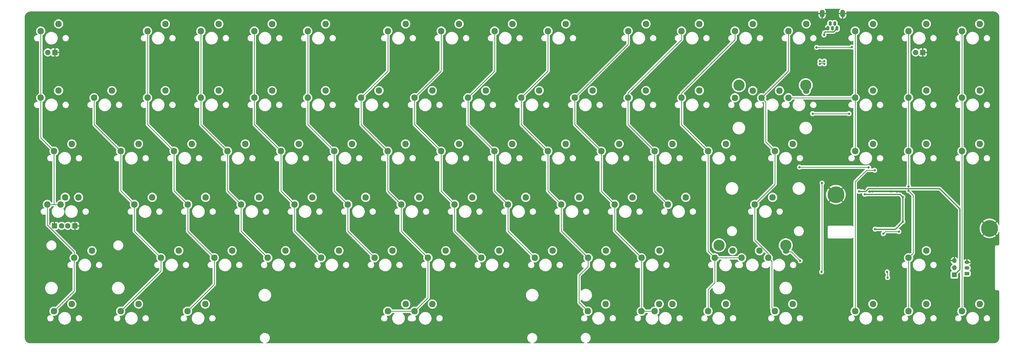
<source format=gbr>
%TF.GenerationSoftware,KiCad,Pcbnew,(7.99.0-267-g8440d7258b)*%
%TF.CreationDate,2023-07-06T17:47:55-07:00*%
%TF.ProjectId,1_2og_repro,315f326f-675f-4726-9570-726f2e6b6963,rev?*%
%TF.SameCoordinates,Original*%
%TF.FileFunction,Copper,L1,Top*%
%TF.FilePolarity,Positive*%
%FSLAX46Y46*%
G04 Gerber Fmt 4.6, Leading zero omitted, Abs format (unit mm)*
G04 Created by KiCad (PCBNEW (7.99.0-267-g8440d7258b)) date 2023-07-06 17:47:55*
%MOMM*%
%LPD*%
G01*
G04 APERTURE LIST*
G04 Aperture macros list*
%AMRoundRect*
0 Rectangle with rounded corners*
0 $1 Rounding radius*
0 $2 $3 $4 $5 $6 $7 $8 $9 X,Y pos of 4 corners*
0 Add a 4 corners polygon primitive as box body*
4,1,4,$2,$3,$4,$5,$6,$7,$8,$9,$2,$3,0*
0 Add four circle primitives for the rounded corners*
1,1,$1+$1,$2,$3*
1,1,$1+$1,$4,$5*
1,1,$1+$1,$6,$7*
1,1,$1+$1,$8,$9*
0 Add four rect primitives between the rounded corners*
20,1,$1+$1,$2,$3,$4,$5,0*
20,1,$1+$1,$4,$5,$6,$7,0*
20,1,$1+$1,$6,$7,$8,$9,0*
20,1,$1+$1,$8,$9,$2,$3,0*%
G04 Aperture macros list end*
%TA.AperFunction,ComponentPad*%
%ADD10C,4.000000*%
%TD*%
%TA.AperFunction,ComponentPad*%
%ADD11C,6.000000*%
%TD*%
%TA.AperFunction,ComponentPad*%
%ADD12C,2.300000*%
%TD*%
%TA.AperFunction,ComponentPad*%
%ADD13RoundRect,0.285750X-0.666750X-0.666750X0.666750X-0.666750X0.666750X0.666750X-0.666750X0.666750X0*%
%TD*%
%TA.AperFunction,ComponentPad*%
%ADD14C,1.905000*%
%TD*%
%TA.AperFunction,ComponentPad*%
%ADD15RoundRect,0.250000X0.625000X-0.350000X0.625000X0.350000X-0.625000X0.350000X-0.625000X-0.350000X0*%
%TD*%
%TA.AperFunction,ComponentPad*%
%ADD16O,1.750000X1.200000*%
%TD*%
%TA.AperFunction,ComponentPad*%
%ADD17O,1.100000X1.650000*%
%TD*%
%TA.AperFunction,ComponentPad*%
%ADD18O,1.700000X2.700000*%
%TD*%
%TA.AperFunction,ComponentPad*%
%ADD19R,1.700000X1.700000*%
%TD*%
%TA.AperFunction,ComponentPad*%
%ADD20O,1.700000X1.700000*%
%TD*%
%TA.AperFunction,ViaPad*%
%ADD21C,0.800000*%
%TD*%
%TA.AperFunction,Conductor*%
%ADD22C,0.381000*%
%TD*%
%TA.AperFunction,Conductor*%
%ADD23C,0.254000*%
%TD*%
G04 APERTURE END LIST*
D10*
%TO.P,S1,*%
%TO.N,*%
X266474865Y-38389638D03*
X290287365Y-38389638D03*
%TD*%
%TO.P,S4,*%
%TO.N,*%
X259354865Y-95447638D03*
X283167365Y-95447638D03*
%TD*%
D11*
%TO.P,H2,1,1*%
%TO.N,GND*%
X355726066Y-89414572D03*
%TD*%
%TO.P,H1,1,1*%
%TO.N,GND*%
X301009027Y-77392443D03*
%TD*%
D12*
%TO.P,SW71,1,1*%
%TO.N,COL5*%
X136686115Y-99892638D03*
%TO.P,SW71,2,2*%
%TO.N,Net-(D69-A)*%
X143036115Y-97352638D03*
%TD*%
%TO.P,SW12,1,1*%
%TO.N,COL12*%
X265076115Y-19052638D03*
%TO.P,SW12,2,2*%
%TO.N,Net-(D12-A)*%
X271426115Y-16512638D03*
%TD*%
%TO.P,SW26,1,1*%
%TO.N,COL9*%
X188966115Y-42832638D03*
%TO.P,SW26,2,2*%
%TO.N,Net-(D26-A)*%
X195316115Y-40292638D03*
%TD*%
%TO.P,SW76,1,1*%
%TO.N,COL10*%
X231796115Y-99892638D03*
%TO.P,SW76,2,2*%
%TO.N,Net-(D74-A)*%
X238146115Y-97352638D03*
%TD*%
%TO.P,SW21,1,1*%
%TO.N,COL4*%
X93866115Y-42832638D03*
%TO.P,SW21,2,2*%
%TO.N,Net-(D21-A)*%
X100216115Y-40292638D03*
%TD*%
%TO.P,SW24,1,1*%
%TO.N,COL7*%
X150926115Y-42832638D03*
%TO.P,SW24,2,2*%
%TO.N,Net-(D24-A)*%
X157276115Y-40292638D03*
%TD*%
%TO.P,SW25,1,1*%
%TO.N,COL8*%
X169946115Y-42832638D03*
%TO.P,SW25,2,2*%
%TO.N,Net-(D25-A)*%
X176296115Y-40292638D03*
%TD*%
%TO.P,SW60,1,1*%
%TO.N,COL7*%
X165176115Y-80872638D03*
%TO.P,SW60,2,2*%
%TO.N,Net-(D58-A)*%
X171526115Y-78332638D03*
%TD*%
%TO.P,SW83,1,1*%
%TO.N,COL1*%
X46266115Y-118912638D03*
%TO.P,SW83,2,2*%
%TO.N,Net-(D80-A)*%
X52616115Y-116372638D03*
%TD*%
%TO.P,SW74,1,1*%
%TO.N,COL8*%
X193756115Y-99892638D03*
%TO.P,SW74,2,2*%
%TO.N,Net-(D72-A)*%
X200106115Y-97352638D03*
%TD*%
%TO.P,SW9,1,1*%
%TO.N,COL9*%
X198476115Y-19054638D03*
%TO.P,SW9,2,2*%
%TO.N,Net-(D9-A)*%
X204826115Y-16514638D03*
%TD*%
%TO.P,SW32,1,1*%
%TO.N,COL14*%
X307876115Y-42832638D03*
%TO.P,SW32,2,2*%
%TO.N,Net-(D31-A)*%
X314226115Y-40292638D03*
%TD*%
%TO.P,SW53,1,1*%
%TO.N,COL0*%
X24908615Y-80872638D03*
%TO.P,SW53,2,2*%
%TO.N,Net-(D51-A)*%
X31258615Y-78332638D03*
%TD*%
%TO.P,SW90,1,1*%
%TO.N,COL12*%
X255486115Y-118914638D03*
%TO.P,SW90,2,2*%
%TO.N,Net-(D85-A)*%
X261836115Y-116374638D03*
%TD*%
%TO.P,SW65,1,1*%
%TO.N,COL13*%
X272116088Y-80874669D03*
%TO.P,SW65,2,2*%
%TO.N,Net-(D63-A)*%
X278466088Y-78334669D03*
%TD*%
%TO.P,SW84,1,1*%
%TO.N,COL2*%
X70041115Y-118912638D03*
%TO.P,SW84,2,2*%
%TO.N,Net-(D81-A)*%
X76391115Y-116372638D03*
%TD*%
%TO.P,SW39,1,1*%
%TO.N,COL4*%
X103326115Y-61852638D03*
%TO.P,SW39,2,2*%
%TO.N,Net-(D38-A)*%
X109676115Y-59312638D03*
%TD*%
%TO.P,SW86,1,1*%
%TO.N,COL6*%
X141427529Y-118914498D03*
%TO.P,SW86,2,2*%
%TO.N,Net-(D82-A)*%
X147777529Y-116374498D03*
%TD*%
%TO.P,SW63,1,1*%
%TO.N,COL10*%
X222196115Y-80872638D03*
%TO.P,SW63,2,2*%
%TO.N,Net-(D61-A)*%
X228546115Y-78332638D03*
%TD*%
%TO.P,SW35,1,1*%
%TO.N,COL0*%
X22516115Y-61854638D03*
%TO.P,SW35,2,2*%
%TO.N,Net-(D34-A)*%
X28866115Y-59314638D03*
%TD*%
%TO.P,SW15,1,1*%
%TO.N,COL15*%
X326896115Y-19049179D03*
%TO.P,SW15,2,2*%
%TO.N,Net-(D15-A)*%
X333246115Y-16509179D03*
%TD*%
%TO.P,SW47,1,1*%
%TO.N,COL12*%
X255486115Y-61854638D03*
%TO.P,SW47,2,2*%
%TO.N,Net-(D46-A)*%
X261836115Y-59314638D03*
%TD*%
%TO.P,SW41,1,1*%
%TO.N,COL6*%
X141366115Y-61852638D03*
%TO.P,SW41,2,2*%
%TO.N,Net-(D40-A)*%
X147716115Y-59312638D03*
%TD*%
%TO.P,SW62,1,1*%
%TO.N,COL9*%
X203196115Y-80872638D03*
%TO.P,SW62,2,2*%
%TO.N,Net-(D60-A)*%
X209546115Y-78332638D03*
%TD*%
%TO.P,SW89,1,1*%
%TO.N,COL10*%
X231711115Y-118914638D03*
%TO.P,SW89,2,2*%
%TO.N,Net-(D84-A)*%
X238061115Y-116374638D03*
%TD*%
%TO.P,SW49,1,1*%
%TO.N,COL14*%
X307876115Y-61852638D03*
%TO.P,SW49,2,2*%
%TO.N,Net-(D48-A)*%
X314226115Y-59312638D03*
%TD*%
%TO.P,SW28,1,1*%
%TO.N,COL11*%
X227006115Y-42832638D03*
%TO.P,SW28,2,2*%
%TO.N,Net-(D28-A)*%
X233356115Y-40292638D03*
%TD*%
%TO.P,SW10,1,1*%
%TO.N,COL10*%
X227036115Y-19052638D03*
%TO.P,SW10,2,2*%
%TO.N,Net-(D10-A)*%
X233386115Y-16512638D03*
%TD*%
%TO.P,SW1,1,1*%
%TO.N,COL0*%
X17786115Y-19054638D03*
%TO.P,SW1,2,2*%
%TO.N,Net-(D1-A)*%
X24136115Y-16514638D03*
%TD*%
%TO.P,SW70,1,1*%
%TO.N,COL4*%
X117666115Y-99892638D03*
%TO.P,SW70,2,2*%
%TO.N,Net-(D68-A)*%
X124016115Y-97352638D03*
%TD*%
%TO.P,SW13,1,1*%
%TO.N,COL13*%
X284096115Y-19052638D03*
%TO.P,SW13,2,2*%
%TO.N,Net-(D13-A)*%
X290446115Y-16512638D03*
%TD*%
%TO.P,SW87,1,1*%
%TO.N,COL9*%
X212653615Y-118912638D03*
%TO.P,SW87,2,2*%
%TO.N,Net-(D83-A)*%
X219003615Y-116372638D03*
%TD*%
%TO.P,SW11,1,1*%
%TO.N,COL11*%
X246026115Y-19052638D03*
%TO.P,SW11,2,2*%
%TO.N,Net-(D11-A)*%
X252376115Y-16512638D03*
%TD*%
%TO.P,SW27,1,1*%
%TO.N,COL10*%
X207986115Y-42832638D03*
%TO.P,SW27,2,2*%
%TO.N,Net-(D27-A)*%
X214336115Y-40292638D03*
%TD*%
D13*
%TO.P,D90,1,K*%
%TO.N,GND*%
X22686115Y-88492638D03*
D14*
%TO.P,D90,2,A*%
%TO.N,Net-(D89-A)*%
X25226115Y-88492638D03*
%TD*%
D12*
%TO.P,SW37,1,1*%
%TO.N,COL2*%
X65286115Y-61852638D03*
%TO.P,SW37,2,2*%
%TO.N,Net-(D36-A)*%
X71636115Y-59312638D03*
%TD*%
%TO.P,SW5,1,1*%
%TO.N,COL5*%
X112886534Y-19059485D03*
%TO.P,SW5,2,2*%
%TO.N,Net-(D5-A)*%
X119236534Y-16519485D03*
%TD*%
%TO.P,SW4,1,1*%
%TO.N,COL4*%
X93866534Y-19059485D03*
%TO.P,SW4,2,2*%
%TO.N,Net-(D4-A)*%
X100216534Y-16519485D03*
%TD*%
%TO.P,SW23,1,1*%
%TO.N,COL6*%
X131906115Y-42832638D03*
%TO.P,SW23,2,2*%
%TO.N,Net-(D23-A)*%
X138256115Y-40292638D03*
%TD*%
%TO.P,SW42,1,1*%
%TO.N,COL7*%
X160386115Y-61852638D03*
%TO.P,SW42,2,2*%
%TO.N,Net-(D41-A)*%
X166736115Y-59312638D03*
%TD*%
%TO.P,SW91,1,1*%
%TO.N,COL13*%
X279301115Y-118914638D03*
%TO.P,SW91,2,2*%
%TO.N,Net-(D86-A)*%
X285651115Y-116374638D03*
%TD*%
%TO.P,SW22,1,1*%
%TO.N,COL5*%
X112886115Y-42832638D03*
%TO.P,SW22,2,2*%
%TO.N,Net-(D22-A)*%
X119236115Y-40292638D03*
%TD*%
%TO.P,SW64,1,1*%
%TO.N,COL11*%
X241196115Y-80872638D03*
%TO.P,SW64,2,2*%
%TO.N,Net-(D62-A)*%
X247546115Y-78332638D03*
%TD*%
%TO.P,SW81,1,1*%
%TO.N,COL15*%
X326896115Y-99892638D03*
%TO.P,SW81,2,2*%
%TO.N,Net-(D78-A)*%
X333246115Y-97352638D03*
%TD*%
%TO.P,SW52,1,1*%
%TO.N,COL0*%
X20146115Y-80872638D03*
%TO.P,SW52,2,2*%
%TO.N,Net-(D51-A)*%
X26496115Y-78332638D03*
%TD*%
%TO.P,SW30,1,1*%
%TO.N,COL13*%
X274571115Y-42834638D03*
%TO.P,SW30,2,2*%
%TO.N,Net-(D30-A)*%
X280921115Y-40294638D03*
%TD*%
D15*
%TO.P,J4,1,Pin_1*%
%TO.N,+5V*%
X347689000Y-105505000D03*
D16*
%TO.P,J4,2,Pin_2*%
%TO.N,RGB_DB*%
X347688999Y-103504999D03*
%TO.P,J4,3,Pin_3*%
%TO.N,GND*%
X347688999Y-101504999D03*
%TD*%
D12*
%TO.P,SW51,1,1*%
%TO.N,COL16*%
X345916115Y-61852638D03*
%TO.P,SW51,2,2*%
%TO.N,Net-(D50-A)*%
X352266115Y-59312638D03*
%TD*%
%TO.P,SW34,1,1*%
%TO.N,COL16*%
X345916115Y-42832638D03*
%TO.P,SW34,2,2*%
%TO.N,Net-(D33-A)*%
X352266115Y-40292638D03*
%TD*%
%TO.P,SW66,1,1*%
%TO.N,COL0*%
X29698615Y-99892638D03*
%TO.P,SW66,2,2*%
%TO.N,Net-(D64-A)*%
X36048615Y-97352638D03*
%TD*%
%TO.P,SW8,1,1*%
%TO.N,COL8*%
X179456115Y-19054638D03*
%TO.P,SW8,2,2*%
%TO.N,Net-(D8-A)*%
X185806115Y-16514638D03*
%TD*%
%TO.P,SW36,1,1*%
%TO.N,COL1*%
X46266115Y-61852638D03*
%TO.P,SW36,2,2*%
%TO.N,Net-(D35-A)*%
X52616115Y-59312638D03*
%TD*%
%TO.P,SW68,1,1*%
%TO.N,COL2*%
X79626115Y-99892638D03*
%TO.P,SW68,2,2*%
%TO.N,Net-(D66-A)*%
X85976115Y-97352638D03*
%TD*%
%TO.P,SW94,1,1*%
%TO.N,COL16*%
X345916115Y-118912638D03*
%TO.P,SW94,2,2*%
%TO.N,Net-(D93-A)*%
X352266115Y-116372638D03*
%TD*%
%TO.P,SW19,1,1*%
%TO.N,COL2*%
X55826115Y-42832638D03*
%TO.P,SW19,2,2*%
%TO.N,Net-(D19-A)*%
X62176115Y-40292638D03*
%TD*%
%TO.P,SW73,1,1*%
%TO.N,COL7*%
X174726115Y-99892638D03*
%TO.P,SW73,2,2*%
%TO.N,Net-(D71-A)*%
X181076115Y-97352638D03*
%TD*%
%TO.P,SW78,1,1*%
%TO.N,COL12*%
X267451115Y-99892638D03*
%TO.P,SW78,2,2*%
%TO.N,Net-(D75-A)*%
X273801115Y-97352638D03*
%TD*%
%TO.P,SW61,1,1*%
%TO.N,COL8*%
X184196115Y-80872638D03*
%TO.P,SW61,2,2*%
%TO.N,Net-(D59-A)*%
X190546115Y-78332638D03*
%TD*%
%TO.P,SW43,1,1*%
%TO.N,COL8*%
X179406115Y-61852638D03*
%TO.P,SW43,2,2*%
%TO.N,Net-(D42-A)*%
X185756115Y-59312638D03*
%TD*%
%TO.P,SW33,1,1*%
%TO.N,COL15*%
X326896115Y-42832638D03*
%TO.P,SW33,2,2*%
%TO.N,Net-(D32-A)*%
X333246115Y-40292638D03*
%TD*%
%TO.P,SW88,1,1*%
%TO.N,COL10*%
X236466115Y-118912638D03*
%TO.P,SW88,2,2*%
%TO.N,Net-(D84-A)*%
X242816115Y-116372638D03*
%TD*%
%TO.P,SW93,1,1*%
%TO.N,COL15*%
X326896115Y-118912638D03*
%TO.P,SW93,2,2*%
%TO.N,Net-(D88-A)*%
X333246115Y-116372638D03*
%TD*%
D17*
%TO.P,J2,1,GND*%
%TO.N,GND*%
X298196114Y-18098999D03*
%TO.P,J2,2,ID*%
%TO.N,unconnected-(J2-ID-Pad2)*%
X298996114Y-16398999D03*
%TO.P,J2,3,D+*%
%TO.N,D+*%
X299796114Y-18098999D03*
%TO.P,J2,4,D-*%
%TO.N,D-*%
X300596114Y-16398999D03*
%TO.P,J2,5,VBUS*%
%TO.N,VBUS*%
X301396114Y-18098999D03*
D18*
%TO.P,J2,6,SHIELD*%
%TO.N,GND*%
X303446114Y-12798999D03*
X296146114Y-12798999D03*
%TD*%
D12*
%TO.P,SW56,1,1*%
%TO.N,COL3*%
X89156115Y-80872638D03*
%TO.P,SW56,2,2*%
%TO.N,Net-(D54-A)*%
X95506115Y-78332638D03*
%TD*%
%TO.P,SW40,1,1*%
%TO.N,COL5*%
X122346115Y-61852638D03*
%TO.P,SW40,2,2*%
%TO.N,Net-(D39-A)*%
X128696115Y-59312638D03*
%TD*%
%TO.P,SW20,1,1*%
%TO.N,COL3*%
X74846115Y-42832638D03*
%TO.P,SW20,2,2*%
%TO.N,Net-(D20-A)*%
X81196115Y-40292638D03*
%TD*%
%TO.P,SW69,1,1*%
%TO.N,COL3*%
X98646115Y-99892638D03*
%TO.P,SW69,2,2*%
%TO.N,Net-(D67-A)*%
X104996115Y-97352638D03*
%TD*%
%TO.P,SW16,1,1*%
%TO.N,COL16*%
X345916115Y-19052638D03*
%TO.P,SW16,2,2*%
%TO.N,Net-(D16-A)*%
X352266115Y-16512638D03*
%TD*%
%TO.P,SW7,1,1*%
%TO.N,COL7*%
X160436115Y-19054638D03*
%TO.P,SW7,2,2*%
%TO.N,Net-(D7-A)*%
X166786115Y-16514638D03*
%TD*%
%TO.P,SW67,1,1*%
%TO.N,COL1*%
X60606115Y-99892638D03*
%TO.P,SW67,2,2*%
%TO.N,Net-(D65-A)*%
X66956115Y-97352638D03*
%TD*%
%TO.P,SW50,1,1*%
%TO.N,COL15*%
X326896115Y-61852638D03*
%TO.P,SW50,2,2*%
%TO.N,Net-(D49-A)*%
X333246115Y-59312638D03*
%TD*%
%TO.P,SW72,1,1*%
%TO.N,COL6*%
X155706115Y-99892638D03*
%TO.P,SW72,2,2*%
%TO.N,Net-(D70-A)*%
X162056115Y-97352638D03*
%TD*%
%TO.P,SW3,1,1*%
%TO.N,COL3*%
X74846534Y-19059485D03*
%TO.P,SW3,2,2*%
%TO.N,Net-(D3-A)*%
X81196534Y-16519485D03*
%TD*%
%TO.P,SW57,1,1*%
%TO.N,COL4*%
X108156115Y-80872638D03*
%TO.P,SW57,2,2*%
%TO.N,Net-(D55-A)*%
X114506115Y-78332638D03*
%TD*%
D13*
%TO.P,D92,1,K*%
%TO.N,GND*%
X22866115Y-26674638D03*
D14*
%TO.P,D92,2,A*%
%TO.N,Net-(D92-A)*%
X20326115Y-26674638D03*
%TD*%
D12*
%TO.P,SW92,1,1*%
%TO.N,COL14*%
X307876115Y-118912638D03*
%TO.P,SW92,2,2*%
%TO.N,Net-(D87-A)*%
X314226115Y-116372638D03*
%TD*%
%TO.P,SW77,1,1*%
%TO.N,COL12*%
X257906115Y-99892638D03*
%TO.P,SW77,2,2*%
%TO.N,Net-(D75-A)*%
X264256115Y-97352638D03*
%TD*%
%TO.P,SW59,1,1*%
%TO.N,COL6*%
X146156115Y-80872638D03*
%TO.P,SW59,2,2*%
%TO.N,Net-(D57-A)*%
X152506115Y-78332638D03*
%TD*%
%TO.P,SW44,1,1*%
%TO.N,COL9*%
X198426115Y-61852638D03*
%TO.P,SW44,2,2*%
%TO.N,Net-(D43-A)*%
X204776115Y-59312638D03*
%TD*%
%TO.P,SW29,1,1*%
%TO.N,COL12*%
X246026115Y-42832638D03*
%TO.P,SW29,2,2*%
%TO.N,Net-(D29-A)*%
X252376115Y-40292638D03*
%TD*%
%TO.P,SW82,1,1*%
%TO.N,COL0*%
X22516115Y-118914638D03*
%TO.P,SW82,2,2*%
%TO.N,Net-(D79-A)*%
X28866115Y-116374638D03*
%TD*%
%TO.P,SW75,1,1*%
%TO.N,COL9*%
X212776115Y-99892638D03*
%TO.P,SW75,2,2*%
%TO.N,Net-(D73-A)*%
X219126115Y-97352638D03*
%TD*%
%TO.P,SW55,1,1*%
%TO.N,COL2*%
X70156115Y-80872638D03*
%TO.P,SW55,2,2*%
%TO.N,Net-(D53-A)*%
X76506115Y-78332638D03*
%TD*%
%TO.P,SW38,1,1*%
%TO.N,COL3*%
X84306115Y-61852638D03*
%TO.P,SW38,2,2*%
%TO.N,Net-(D37-A)*%
X90656115Y-59312638D03*
%TD*%
%TO.P,SW80,1,1*%
%TO.N,COL14*%
X284081115Y-42834638D03*
%TO.P,SW80,2,2*%
%TO.N,Net-(D77-A)*%
X290431115Y-40294638D03*
%TD*%
%TO.P,SW14,1,1*%
%TO.N,COL14*%
X307876115Y-19052638D03*
%TO.P,SW14,2,2*%
%TO.N,Net-(D14-A)*%
X314226115Y-16512638D03*
%TD*%
%TO.P,SW48,1,1*%
%TO.N,COL13*%
X279301115Y-61854638D03*
%TO.P,SW48,2,2*%
%TO.N,Net-(D47-A)*%
X285651115Y-59314638D03*
%TD*%
%TO.P,SW31,1,1*%
%TO.N,COL13*%
X265061115Y-42834638D03*
%TO.P,SW31,2,2*%
%TO.N,Net-(D30-A)*%
X271411115Y-40294638D03*
%TD*%
%TO.P,SW79,1,1*%
%TO.N,COL13*%
X276926115Y-99892638D03*
%TO.P,SW79,2,2*%
%TO.N,Net-(D76-A)*%
X283276115Y-97352638D03*
%TD*%
%TO.P,SW6,1,1*%
%TO.N,COL6*%
X141416115Y-19054638D03*
%TO.P,SW6,2,2*%
%TO.N,Net-(D6-A)*%
X147766115Y-16514638D03*
%TD*%
D13*
%TO.P,D91,1,K*%
%TO.N,GND*%
X331976115Y-26669179D03*
D14*
%TO.P,D91,2,A*%
%TO.N,Net-(D91-A)*%
X329436115Y-26669179D03*
%TD*%
D13*
%TO.P,D89,1,K*%
%TO.N,GND*%
X29988615Y-88492638D03*
D14*
%TO.P,D89,2,A*%
%TO.N,Net-(D89-A)*%
X27448615Y-88492638D03*
%TD*%
D12*
%TO.P,SW46,1,1*%
%TO.N,COL11*%
X236466115Y-61852638D03*
%TO.P,SW46,2,2*%
%TO.N,Net-(D45-A)*%
X242816115Y-59312638D03*
%TD*%
D19*
%TO.P,J3,1,Pin_1*%
%TO.N,+5V*%
X343206114Y-105984628D03*
D20*
%TO.P,J3,2,Pin_2*%
%TO.N,RGB_DB*%
X343206114Y-103444628D03*
%TO.P,J3,3,Pin_3*%
%TO.N,GND*%
X343206114Y-100904628D03*
%TD*%
D12*
%TO.P,SW45,1,1*%
%TO.N,COL10*%
X217446115Y-61852638D03*
%TO.P,SW45,2,2*%
%TO.N,Net-(D44-A)*%
X223796115Y-59312638D03*
%TD*%
%TO.P,SW17,1,1*%
%TO.N,COL0*%
X17786115Y-42832638D03*
%TO.P,SW17,2,2*%
%TO.N,Net-(D17-A)*%
X24136115Y-40292638D03*
%TD*%
%TO.P,SW54,1,1*%
%TO.N,COL1*%
X51156115Y-80872638D03*
%TO.P,SW54,2,2*%
%TO.N,Net-(D52-A)*%
X57506115Y-78332638D03*
%TD*%
%TO.P,SW2,1,1*%
%TO.N,COL2*%
X55826534Y-19059485D03*
%TO.P,SW2,2,2*%
%TO.N,Net-(D2-A)*%
X62176534Y-16519485D03*
%TD*%
%TO.P,SW58,1,1*%
%TO.N,COL5*%
X127156115Y-80872638D03*
%TO.P,SW58,2,2*%
%TO.N,Net-(D56-A)*%
X133506115Y-78332638D03*
%TD*%
%TO.P,SW85,1,1*%
%TO.N,COL6*%
X150937529Y-118914498D03*
%TO.P,SW85,2,2*%
%TO.N,Net-(D82-A)*%
X157287529Y-116374498D03*
%TD*%
%TO.P,SW18,1,1*%
%TO.N,COL1*%
X36806115Y-42832638D03*
%TO.P,SW18,2,2*%
%TO.N,Net-(D18-A)*%
X43156115Y-40292638D03*
%TD*%
D21*
%TO.N,+3V3*%
X314960000Y-89662000D03*
X324866000Y-78232000D03*
X324866000Y-86995000D03*
X311277000Y-77216000D03*
%TO.N,GND*%
X311247000Y-75410000D03*
X22733000Y-86614000D03*
X322580000Y-103505000D03*
X336423000Y-85160000D03*
X313998260Y-76272740D03*
X306197000Y-69215000D03*
X322834000Y-76327000D03*
X323850000Y-76327000D03*
X315214000Y-90932000D03*
X321691000Y-88519000D03*
X315849000Y-74295000D03*
X320675000Y-76200000D03*
X296646615Y-18514003D03*
X313055000Y-76327000D03*
X302387000Y-21082000D03*
X318389000Y-82804000D03*
X341630000Y-86995000D03*
%TO.N,+5V*%
X309245000Y-76200000D03*
%TO.N,NRST*%
X323469000Y-90551000D03*
X317910615Y-91313000D03*
%TO.N,ROW0*%
X294132000Y-24892000D03*
X306705000Y-24765000D03*
%TO.N,ROW1*%
X305689000Y-48514000D03*
X292735000Y-48514000D03*
%TO.N,ROW2*%
X288036000Y-67564000D03*
X312674000Y-67691000D03*
%TO.N,ROW4*%
X295910000Y-104902000D03*
X296092143Y-73260619D03*
%TO.N,Net-(D76-A)*%
X288290000Y-100965000D03*
%TO.N,ROW5*%
X319278000Y-104943642D03*
X319440500Y-106934000D03*
%TO.N,VBUS*%
X296799000Y-20447000D03*
%TO.N,COL14*%
X314831786Y-68679642D03*
%TO.N,COL15*%
X326896115Y-76002500D03*
X326896115Y-74422000D03*
%TO.N,CAPS_LED*%
X295309815Y-30752913D03*
X296903200Y-30753003D03*
%TO.N,NUMLOCKLED*%
X296903200Y-29753500D03*
X295323200Y-29753500D03*
%TD*%
D22*
%TO.N,+3V3*%
X314960000Y-89662000D02*
X322199000Y-89662000D01*
X311277000Y-77216000D02*
X323850000Y-77216000D01*
X324866000Y-78232000D02*
X324866000Y-86995000D01*
X323850000Y-77216000D02*
X324866000Y-78232000D01*
X322199000Y-89662000D02*
X324866000Y-86995000D01*
%TO.N,GND*%
X297531112Y-18514003D02*
X298196115Y-17849000D01*
X22686115Y-88492638D02*
X22686115Y-86660885D01*
X296646615Y-18514003D02*
X297531112Y-18514003D01*
X22686115Y-86660885D02*
X22733000Y-86614000D01*
%TO.N,+5V*%
X312562436Y-75212500D02*
X311574936Y-76200000D01*
X337975500Y-75212500D02*
X312562436Y-75212500D01*
X311574936Y-76200000D02*
X309245000Y-76200000D01*
X345186000Y-104004744D02*
X345186000Y-82423000D01*
X345186000Y-82423000D02*
X337975500Y-75212500D01*
X343206115Y-105984629D02*
X345186000Y-104004744D01*
D23*
%TO.N,NRST*%
X318672615Y-90551000D02*
X317910615Y-91313000D01*
X323469000Y-90551000D02*
X318672615Y-90551000D01*
%TO.N,ROW0*%
X306578000Y-24892000D02*
X306705000Y-24765000D01*
X294132000Y-24892000D02*
X306578000Y-24892000D01*
%TO.N,ROW1*%
X305689000Y-48514000D02*
X292735000Y-48514000D01*
%TO.N,ROW2*%
X312547000Y-67564000D02*
X312674000Y-67691000D01*
X288036000Y-67564000D02*
X312547000Y-67564000D01*
%TO.N,ROW4*%
X296037000Y-73315762D02*
X296037000Y-104775000D01*
X296092143Y-73260619D02*
X296037000Y-73315762D01*
X296037000Y-104775000D02*
X295910000Y-104902000D01*
%TO.N,Net-(D76-A)*%
X285099638Y-97774638D02*
X283276115Y-97774638D01*
X288290000Y-100965000D02*
X285099638Y-97774638D01*
%TO.N,ROW5*%
X319440500Y-106934000D02*
X319440500Y-105106142D01*
X319440500Y-105106142D02*
X319278000Y-104943642D01*
D22*
%TO.N,VBUS*%
X297053000Y-19304000D02*
X296799000Y-19558000D01*
X301396115Y-18104068D02*
X300185683Y-19314500D01*
X297063500Y-19314500D02*
X297053000Y-19304000D01*
X301396115Y-17849000D02*
X301396115Y-18104068D01*
X296799000Y-19558000D02*
X296799000Y-20447000D01*
X300185683Y-19314500D02*
X297063500Y-19314500D01*
D23*
%TO.N,COL0*%
X29698615Y-97705197D02*
X29698615Y-99892638D01*
X17786115Y-57124638D02*
X22516115Y-61854638D01*
X20146115Y-80872638D02*
X20146115Y-88152697D01*
X20146115Y-88152697D02*
X29698615Y-97705197D01*
X22516115Y-61854638D02*
X22516115Y-80835523D01*
X29698615Y-99892638D02*
X29698615Y-111732138D01*
X29698615Y-111732138D02*
X22516115Y-118914638D01*
X17786115Y-42832638D02*
X17786115Y-57124638D01*
X22479000Y-80872638D02*
X24908615Y-80872638D01*
X20146115Y-80872638D02*
X22479000Y-80872638D01*
X17786115Y-19054638D02*
X17786115Y-42832638D01*
%TO.N,COL2*%
X65286115Y-76002638D02*
X65286115Y-61852638D01*
X55826115Y-52392638D02*
X55826115Y-42832638D01*
X55826115Y-42832638D02*
X55826115Y-19059904D01*
X70156115Y-80872638D02*
X65286115Y-76002638D01*
X70041115Y-118912638D02*
X79626115Y-109327638D01*
X55826115Y-19059904D02*
X55826534Y-19059485D01*
X70156115Y-90422638D02*
X70156115Y-80872638D01*
X79626115Y-109327638D02*
X79626115Y-99892638D01*
X79626115Y-99892638D02*
X70156115Y-90422638D01*
X65286115Y-61852638D02*
X55826115Y-52392638D01*
%TO.N,COL4*%
X93866115Y-52392638D02*
X93866115Y-42832638D01*
X93866115Y-19059904D02*
X93866534Y-19059485D01*
X117666115Y-99892638D02*
X108156115Y-90382638D01*
X103326115Y-76042638D02*
X103326115Y-61852638D01*
X93866115Y-42832638D02*
X93866115Y-19059904D01*
X108156115Y-90382638D02*
X108156115Y-80872638D01*
X103326115Y-61852638D02*
X93866115Y-52392638D01*
X108156115Y-80872638D02*
X103326115Y-76042638D01*
%TO.N,COL5*%
X112886115Y-52392638D02*
X122346115Y-61852638D01*
X112886534Y-19059485D02*
X112886534Y-42832219D01*
X112886534Y-42832219D02*
X112886115Y-42832638D01*
X112886115Y-42832638D02*
X112886115Y-52392638D01*
X122346115Y-76062638D02*
X127156115Y-80872638D01*
X122346115Y-61852638D02*
X122346115Y-76062638D01*
X127156115Y-80872638D02*
X127156115Y-90362638D01*
X127156115Y-90362638D02*
X136686115Y-99892638D01*
%TO.N,COL6*%
X150937529Y-118914498D02*
X155706115Y-114145912D01*
X131906115Y-52392638D02*
X131906115Y-42832638D01*
X146156115Y-80872638D02*
X141366115Y-76082638D01*
X141427529Y-118914498D02*
X150937529Y-118914498D01*
X141416115Y-19054638D02*
X141416115Y-33322638D01*
X141366115Y-61852638D02*
X131906115Y-52392638D01*
X155706115Y-114145912D02*
X155706115Y-99892638D01*
X146156115Y-90342638D02*
X146156115Y-80872638D01*
X141366115Y-76082638D02*
X141366115Y-61852638D01*
X141416115Y-33322638D02*
X131906115Y-42832638D01*
X155706115Y-99892638D02*
X146156115Y-90342638D01*
%TO.N,COL8*%
X179406115Y-61852638D02*
X169946115Y-52392638D01*
X179406115Y-76082638D02*
X179406115Y-61852638D01*
X184196115Y-80872638D02*
X179406115Y-76082638D01*
X184196115Y-90332638D02*
X184196115Y-80872638D01*
X179456115Y-33322638D02*
X169946115Y-42832638D01*
X193756115Y-99892638D02*
X184196115Y-90332638D01*
X179456115Y-19054638D02*
X179456115Y-33322638D01*
X169946115Y-52392638D02*
X169946115Y-42832638D01*
%TO.N,COL9*%
X203196115Y-80872638D02*
X203196115Y-90312638D01*
X212776115Y-102933233D02*
X209526629Y-106182719D01*
X203196115Y-90312638D02*
X212776115Y-99892638D01*
X198426115Y-76102638D02*
X203196115Y-80872638D01*
X188966115Y-42832638D02*
X188966115Y-52392638D01*
X209526629Y-115785652D02*
X212653615Y-118912638D01*
X198426115Y-61852638D02*
X198426115Y-76102638D01*
X198476115Y-19054638D02*
X198476115Y-33322638D01*
X188966115Y-52392638D02*
X198426115Y-61852638D01*
X212776115Y-99892638D02*
X212776115Y-102933233D01*
X209526629Y-106182719D02*
X209526629Y-115785652D01*
X198476115Y-33322638D02*
X188966115Y-42832638D01*
%TO.N,COL10*%
X231796115Y-99892638D02*
X231796115Y-118829638D01*
X231796115Y-99892638D02*
X222196115Y-90292638D01*
X217446115Y-61852638D02*
X217446115Y-76122638D01*
X227036115Y-23782638D02*
X227036115Y-19052638D01*
X207986115Y-42832638D02*
X227036115Y-23782638D01*
X231711115Y-118914638D02*
X236464115Y-118914638D01*
X236464115Y-118914638D02*
X236466115Y-118912638D01*
X222196115Y-90292638D02*
X222196115Y-80872638D01*
X231796115Y-118829638D02*
X231711115Y-118914638D01*
X207986115Y-52392638D02*
X207986115Y-42832638D01*
X217446115Y-76122638D02*
X222196115Y-80872638D01*
X217446115Y-61852638D02*
X207986115Y-52392638D01*
%TO.N,COL11*%
X227006115Y-52392638D02*
X236466115Y-61852638D01*
X227006115Y-41113233D02*
X227006115Y-42832638D01*
X227006115Y-42832638D02*
X227006115Y-52392638D01*
X236466115Y-61852638D02*
X236466115Y-76142638D01*
X236466115Y-76142638D02*
X241196115Y-80872638D01*
X246026115Y-19052638D02*
X246026115Y-22093233D01*
X246026115Y-22093233D02*
X227006115Y-41113233D01*
%TO.N,COL12*%
X255486115Y-97472638D02*
X257906115Y-99892638D01*
X257906115Y-108783429D02*
X255486115Y-111203429D01*
X255486115Y-111203429D02*
X255486115Y-118914638D01*
X257906115Y-99892638D02*
X267451115Y-99892638D01*
X265076115Y-19052638D02*
X265076115Y-22093233D01*
X265076115Y-22093233D02*
X246026115Y-41143233D01*
X257906115Y-99892638D02*
X257906115Y-108783429D01*
X246026115Y-52394638D02*
X255486115Y-61854638D01*
X246026115Y-42832638D02*
X246026115Y-52394638D01*
X255486115Y-61854638D02*
X255486115Y-97472638D01*
X246026115Y-41143233D02*
X246026115Y-42832638D01*
%TO.N,COL13*%
X279301115Y-61854638D02*
X276010215Y-58563738D01*
X278151115Y-101117638D02*
X276926115Y-99892638D01*
X272116088Y-80874669D02*
X279301115Y-73689642D01*
X276010215Y-58563738D02*
X276010215Y-44273738D01*
X276010215Y-44273738D02*
X274571115Y-42834638D01*
X276926115Y-98388844D02*
X276926115Y-99892638D01*
X284096115Y-33309638D02*
X284096115Y-19052638D01*
X278151115Y-117764638D02*
X278151115Y-101117638D01*
X272116088Y-93578817D02*
X276926115Y-98388844D01*
X272116088Y-80874669D02*
X272116088Y-93578817D01*
X274571115Y-42834638D02*
X284096115Y-33309638D01*
X279301115Y-73689642D02*
X279301115Y-61854638D01*
X279301115Y-118914638D02*
X278151115Y-117764638D01*
%TO.N,COL14*%
X311939358Y-68679642D02*
X307876115Y-72742885D01*
X307876115Y-19052638D02*
X307876115Y-61852638D01*
X307876115Y-72742885D02*
X307876115Y-118912638D01*
X314831786Y-68679642D02*
X311939358Y-68679642D01*
X284081115Y-42834638D02*
X307874115Y-42834638D01*
X307874115Y-42834638D02*
X307876115Y-42832638D01*
%TO.N,COL15*%
X328549000Y-98239753D02*
X326896115Y-99892638D01*
X326896115Y-99892638D02*
X326896115Y-118912638D01*
X328549000Y-77655385D02*
X328549000Y-98239753D01*
X326896115Y-61852638D02*
X326896115Y-19049179D01*
X326896115Y-76002500D02*
X328549000Y-77655385D01*
X326896115Y-74422000D02*
X326896115Y-61852638D01*
%TO.N,COL16*%
X345916115Y-19052638D02*
X345916115Y-61852638D01*
X345916115Y-61852638D02*
X345916115Y-118912638D01*
%TO.N,COL1*%
X60606115Y-99892638D02*
X60606115Y-104572638D01*
X36806115Y-42832638D02*
X36806115Y-52392638D01*
X46266115Y-61852638D02*
X46266115Y-75982638D01*
X51156115Y-80872638D02*
X51156115Y-90442638D01*
X60606115Y-104572638D02*
X46266115Y-118912638D01*
X46266115Y-75982638D02*
X51156115Y-80872638D01*
X36806115Y-52392638D02*
X46266115Y-61852638D01*
X51156115Y-90442638D02*
X60606115Y-99892638D01*
%TO.N,COL3*%
X74846115Y-52392638D02*
X84306115Y-61852638D01*
X89156115Y-80872638D02*
X89156115Y-90402638D01*
X74846115Y-42832638D02*
X74846115Y-52392638D01*
X74846534Y-42832219D02*
X74846115Y-42832638D01*
X89156115Y-90402638D02*
X98646115Y-99892638D01*
X84306115Y-76022638D02*
X89156115Y-80872638D01*
X84306115Y-61852638D02*
X84306115Y-76022638D01*
X74846534Y-19059485D02*
X74846534Y-42832219D01*
%TO.N,COL7*%
X150926115Y-42832638D02*
X160436115Y-33322638D01*
X150926115Y-42832638D02*
X150926115Y-52392638D01*
X160386115Y-61852638D02*
X160386115Y-76082638D01*
X150926115Y-52392638D02*
X160386115Y-61852638D01*
X160386115Y-76082638D02*
X165176115Y-80872638D01*
X160436115Y-33322638D02*
X160436115Y-19054638D01*
X165176115Y-90342638D02*
X174726115Y-99892638D01*
X165176115Y-80872638D02*
X165176115Y-90342638D01*
%TO.N,CAPS_LED*%
X296903200Y-30753003D02*
X296630197Y-30480000D01*
X296630197Y-30480000D02*
X295582728Y-30480000D01*
X295582728Y-30480000D02*
X295309815Y-30752913D01*
%TO.N,NUMLOCKLED*%
X295595700Y-30026000D02*
X295323200Y-29753500D01*
X296903200Y-29753500D02*
X296630700Y-30026000D01*
X296630700Y-30026000D02*
X295595700Y-30026000D01*
%TD*%
%TA.AperFunction,Conductor*%
%TO.N,GND*%
G36*
X302497722Y-11108653D02*
G01*
X302541745Y-11146253D01*
X302563900Y-11199740D01*
X302559358Y-11257456D01*
X302529108Y-11306819D01*
X302408005Y-11427921D01*
X302272515Y-11621421D01*
X302172684Y-11835507D01*
X302111545Y-12063681D01*
X302096115Y-12240053D01*
X302096115Y-12549000D01*
X304796115Y-12549000D01*
X304796115Y-12240055D01*
X304787913Y-12146314D01*
X304800230Y-12080661D01*
X304844820Y-12030923D01*
X304908744Y-12011535D01*
X304973450Y-12028124D01*
X305041544Y-12067446D01*
X305143392Y-12094753D01*
X305171361Y-12094757D01*
X305171385Y-12094763D01*
X305294340Y-12094763D01*
X357221958Y-12094767D01*
X357230000Y-12095031D01*
X357309695Y-12100250D01*
X357487569Y-12112963D01*
X357502891Y-12115026D01*
X357614474Y-12137216D01*
X357616328Y-12137602D01*
X357756113Y-12168005D01*
X357756205Y-12168025D01*
X357769706Y-12171771D01*
X357883716Y-12210468D01*
X357887101Y-12211674D01*
X358014813Y-12259304D01*
X358026294Y-12264261D01*
X358136660Y-12318685D01*
X358141182Y-12321034D01*
X358258484Y-12385083D01*
X358267937Y-12390807D01*
X358371274Y-12459854D01*
X358376658Y-12463663D01*
X358482722Y-12543061D01*
X358490154Y-12549087D01*
X358583982Y-12631374D01*
X358589897Y-12636913D01*
X358683315Y-12730334D01*
X358688862Y-12736257D01*
X358771141Y-12830082D01*
X358777180Y-12837531D01*
X358856549Y-12943561D01*
X358860377Y-12948972D01*
X358929416Y-13052302D01*
X358935141Y-13061757D01*
X358999183Y-13179052D01*
X359001562Y-13183636D01*
X359055948Y-13293931D01*
X359060918Y-13305443D01*
X359108522Y-13433096D01*
X359109759Y-13436570D01*
X359148441Y-13550541D01*
X359152188Y-13564044D01*
X359182565Y-13703728D01*
X359183016Y-13705895D01*
X359205185Y-13817384D01*
X359207249Y-13832708D01*
X359219529Y-14004150D01*
X359219581Y-14004907D01*
X359225220Y-14091024D01*
X359225485Y-14099124D01*
X359226462Y-88097872D01*
X359207849Y-88163215D01*
X359157598Y-88208942D01*
X359090793Y-88221324D01*
X359027492Y-88196644D01*
X358986698Y-88142311D01*
X358927864Y-87989043D01*
X358761312Y-87662166D01*
X358561513Y-87354503D01*
X358372767Y-87121423D01*
X356079619Y-89414572D01*
X356079619Y-89414573D01*
X358372767Y-91707720D01*
X358372768Y-91707720D01*
X358561513Y-91474641D01*
X358761312Y-91166978D01*
X358927864Y-90840100D01*
X358986734Y-90686740D01*
X359027527Y-90632408D01*
X359090828Y-90607727D01*
X359157632Y-90620108D01*
X359207884Y-90665833D01*
X359226498Y-90731175D01*
X359226553Y-94927636D01*
X359225775Y-94941505D01*
X359223719Y-94959775D01*
X359223439Y-94962071D01*
X359213138Y-95040426D01*
X359207242Y-95065205D01*
X359195887Y-95097667D01*
X359193407Y-95104166D01*
X359171618Y-95156785D01*
X359162048Y-95175313D01*
X359141728Y-95207654D01*
X359135109Y-95217170D01*
X359102566Y-95259582D01*
X359091867Y-95271781D01*
X359064254Y-95299392D01*
X359052054Y-95310091D01*
X359009647Y-95342625D01*
X359000130Y-95349243D01*
X358967782Y-95369564D01*
X358949257Y-95379131D01*
X358896639Y-95400917D01*
X358890139Y-95403397D01*
X358857643Y-95414762D01*
X358832897Y-95420653D01*
X358756128Y-95430763D01*
X358753796Y-95431047D01*
X358733630Y-95433315D01*
X358719773Y-95434092D01*
X358277452Y-95434095D01*
X358277311Y-95434067D01*
X358169675Y-95434074D01*
X358059714Y-95459178D01*
X357958098Y-95508120D01*
X357869922Y-95578443D01*
X357799604Y-95666624D01*
X357750667Y-95768245D01*
X357725571Y-95878203D01*
X357725571Y-95934498D01*
X357725588Y-110903257D01*
X357725571Y-110903345D01*
X357725592Y-111011011D01*
X357750705Y-111120954D01*
X357799651Y-111222563D01*
X357869973Y-111310735D01*
X357958145Y-111381054D01*
X358007072Y-111404621D01*
X358059750Y-111429995D01*
X358108362Y-111441099D01*
X358169695Y-111455109D01*
X358169955Y-111455109D01*
X358201331Y-111455114D01*
X358201356Y-111455119D01*
X358225989Y-111455119D01*
X358719161Y-111455119D01*
X358732981Y-111455894D01*
X358751438Y-111457971D01*
X358753403Y-111458210D01*
X358831942Y-111468536D01*
X358856701Y-111474427D01*
X358889199Y-111485794D01*
X358895669Y-111488264D01*
X358948299Y-111510059D01*
X358966822Y-111519626D01*
X358999159Y-111539942D01*
X359008676Y-111546562D01*
X359051095Y-111579109D01*
X359063287Y-111589800D01*
X359090910Y-111617424D01*
X359101599Y-111629614D01*
X359134142Y-111672029D01*
X359140763Y-111681550D01*
X359161079Y-111713890D01*
X359170646Y-111732412D01*
X359192436Y-111785036D01*
X359194916Y-111791537D01*
X359206274Y-111824011D01*
X359212168Y-111848775D01*
X359222407Y-111926601D01*
X359222689Y-111928916D01*
X359224816Y-111947827D01*
X359225593Y-111961686D01*
X359225610Y-128350518D01*
X359225344Y-128358639D01*
X359220138Y-128437958D01*
X359220087Y-128438693D01*
X359207380Y-128616156D01*
X359205313Y-128631500D01*
X359183140Y-128742927D01*
X359182688Y-128745094D01*
X359152288Y-128884790D01*
X359148541Y-128898288D01*
X359109849Y-129012251D01*
X359108611Y-129015726D01*
X359060993Y-129143374D01*
X359056024Y-129154882D01*
X359001622Y-129265189D01*
X358999242Y-129269772D01*
X358935192Y-129387059D01*
X358929462Y-129396522D01*
X358860441Y-129499813D01*
X358856607Y-129505231D01*
X358777219Y-129611277D01*
X358771179Y-129618726D01*
X358688910Y-129712532D01*
X358683365Y-129718453D01*
X358589939Y-129811878D01*
X358584017Y-129817424D01*
X358490199Y-129899701D01*
X358482751Y-129905739D01*
X358376727Y-129985109D01*
X358371307Y-129988945D01*
X358267983Y-130057985D01*
X358258523Y-130063713D01*
X358141283Y-130127736D01*
X358136700Y-130130116D01*
X358026356Y-130184537D01*
X358014847Y-130189507D01*
X357887227Y-130237113D01*
X357883751Y-130238351D01*
X357769773Y-130277046D01*
X357756275Y-130280793D01*
X357616541Y-130311199D01*
X357614374Y-130311650D01*
X357502991Y-130333812D01*
X357487639Y-130335880D01*
X357307508Y-130348763D01*
X357306781Y-130348813D01*
X357230445Y-130353822D01*
X357222326Y-130354088D01*
X212524151Y-130354048D01*
X212458966Y-130335532D01*
X212413248Y-130285515D01*
X212400650Y-130218933D01*
X212424934Y-130155670D01*
X212478847Y-130114621D01*
X212669615Y-130039750D01*
X212899944Y-129906770D01*
X213107880Y-129740946D01*
X213288779Y-129545983D01*
X213438600Y-129326236D01*
X213553996Y-129086614D01*
X213632390Y-128832469D01*
X213672029Y-128569478D01*
X213672029Y-128303518D01*
X213632390Y-128040527D01*
X213553996Y-127786382D01*
X213438600Y-127546760D01*
X213288779Y-127327013D01*
X213107880Y-127132050D01*
X212899944Y-126966226D01*
X212899943Y-126966225D01*
X212899940Y-126966223D01*
X212669618Y-126833247D01*
X212422039Y-126736079D01*
X212162743Y-126676896D01*
X211963934Y-126661998D01*
X211963930Y-126661998D01*
X211831128Y-126661998D01*
X211831124Y-126661998D01*
X211632314Y-126676896D01*
X211373018Y-126736079D01*
X211125439Y-126833247D01*
X210895117Y-126966223D01*
X210687178Y-127132049D01*
X210506280Y-127327011D01*
X210356456Y-127546762D01*
X210241062Y-127786382D01*
X210162667Y-128040527D01*
X210123029Y-128303518D01*
X210123029Y-128569478D01*
X210162667Y-128832468D01*
X210214000Y-128998883D01*
X210241062Y-129086614D01*
X210242507Y-129089614D01*
X210356456Y-129326233D01*
X210356457Y-129326235D01*
X210356458Y-129326236D01*
X210506279Y-129545983D01*
X210687178Y-129740946D01*
X210893821Y-129905739D01*
X210895117Y-129906772D01*
X211125439Y-130039748D01*
X211125440Y-130039748D01*
X211125443Y-130039750D01*
X211316195Y-130114615D01*
X211316208Y-130114620D01*
X211370122Y-130155670D01*
X211394406Y-130218933D01*
X211381808Y-130285515D01*
X211336090Y-130335532D01*
X211270905Y-130354048D01*
X193496808Y-130354043D01*
X193431623Y-130335527D01*
X193385905Y-130285510D01*
X193373307Y-130218928D01*
X193397591Y-130155665D01*
X193451504Y-130114615D01*
X193634615Y-130042750D01*
X193864944Y-129909770D01*
X194072880Y-129743946D01*
X194253779Y-129548983D01*
X194403600Y-129329236D01*
X194518996Y-129089614D01*
X194597390Y-128835469D01*
X194637029Y-128572478D01*
X194637029Y-128306518D01*
X194597390Y-128043527D01*
X194518996Y-127789382D01*
X194403600Y-127549760D01*
X194253779Y-127330013D01*
X194072880Y-127135050D01*
X193864944Y-126969226D01*
X193864943Y-126969225D01*
X193864940Y-126969223D01*
X193634618Y-126836247D01*
X193387039Y-126739079D01*
X193127743Y-126679896D01*
X192928934Y-126664998D01*
X192928930Y-126664998D01*
X192796128Y-126664998D01*
X192796124Y-126664998D01*
X192597314Y-126679896D01*
X192338018Y-126739079D01*
X192090439Y-126836247D01*
X191860117Y-126969223D01*
X191652178Y-127135049D01*
X191471280Y-127330011D01*
X191321456Y-127549762D01*
X191206062Y-127789382D01*
X191127667Y-128043527D01*
X191088029Y-128306518D01*
X191088029Y-128572478D01*
X191127667Y-128835468D01*
X191147045Y-128898288D01*
X191206062Y-129089614D01*
X191259657Y-129200906D01*
X191321456Y-129329233D01*
X191321457Y-129329235D01*
X191321458Y-129329236D01*
X191471279Y-129548983D01*
X191652178Y-129743946D01*
X191856352Y-129906770D01*
X191860117Y-129909772D01*
X192085243Y-130039748D01*
X192090443Y-130042750D01*
X192273551Y-130114615D01*
X192327465Y-130155664D01*
X192351749Y-130218927D01*
X192339151Y-130285509D01*
X192293433Y-130335526D01*
X192228248Y-130354042D01*
X98246876Y-130354016D01*
X98181691Y-130335500D01*
X98135973Y-130285483D01*
X98123375Y-130218901D01*
X98147659Y-130155638D01*
X98201572Y-130114589D01*
X98384615Y-130042750D01*
X98614944Y-129909770D01*
X98822880Y-129743946D01*
X99003779Y-129548983D01*
X99153600Y-129329236D01*
X99268996Y-129089614D01*
X99347390Y-128835469D01*
X99387029Y-128572478D01*
X99387029Y-128306518D01*
X99347390Y-128043527D01*
X99268996Y-127789382D01*
X99153600Y-127549760D01*
X99003779Y-127330013D01*
X98822880Y-127135050D01*
X98614944Y-126969226D01*
X98614943Y-126969225D01*
X98614940Y-126969223D01*
X98384618Y-126836247D01*
X98137039Y-126739079D01*
X97871428Y-126678454D01*
X97865951Y-126677628D01*
X97862745Y-126676896D01*
X97663933Y-126661998D01*
X97663930Y-126661998D01*
X97531128Y-126661998D01*
X97531124Y-126661998D01*
X97332314Y-126676896D01*
X97073018Y-126736079D01*
X96825439Y-126833247D01*
X96595117Y-126966223D01*
X96387178Y-127132049D01*
X96206280Y-127327011D01*
X96056456Y-127546762D01*
X95941062Y-127786382D01*
X95862667Y-128040527D01*
X95823029Y-128303518D01*
X95823029Y-128569478D01*
X95862667Y-128832468D01*
X95914000Y-128998883D01*
X95941062Y-129086614D01*
X95942507Y-129089614D01*
X96056456Y-129326233D01*
X96056457Y-129326235D01*
X96056458Y-129326236D01*
X96206279Y-129545983D01*
X96387178Y-129740946D01*
X96593821Y-129905739D01*
X96595117Y-129906772D01*
X96825439Y-130039748D01*
X96825440Y-130039748D01*
X96825443Y-130039750D01*
X97016128Y-130114588D01*
X97070041Y-130155638D01*
X97094325Y-130218901D01*
X97081727Y-130285483D01*
X97036009Y-130335500D01*
X96970824Y-130354016D01*
X14094591Y-130353993D01*
X14086492Y-130353728D01*
X14078418Y-130353199D01*
X14006804Y-130348510D01*
X14006068Y-130348460D01*
X13828943Y-130335802D01*
X13813599Y-130333736D01*
X13702194Y-130311584D01*
X13700026Y-130311133D01*
X13560279Y-130280742D01*
X13546777Y-130276995D01*
X13432828Y-130238321D01*
X13429352Y-130237084D01*
X13301677Y-130189470D01*
X13290166Y-130184500D01*
X13179826Y-130130091D01*
X13175243Y-130127711D01*
X13118444Y-130096699D01*
X13057989Y-130063690D01*
X13048530Y-130057964D01*
X12945172Y-129988905D01*
X12939752Y-129985070D01*
X12839163Y-129909772D01*
X12833733Y-129905707D01*
X12826287Y-129899670D01*
X12732455Y-129817382D01*
X12726533Y-129811835D01*
X12633121Y-129718423D01*
X12627573Y-129712500D01*
X12545288Y-129618671D01*
X12539249Y-129611222D01*
X12490414Y-129545984D01*
X12459872Y-129505182D01*
X12456043Y-129499771D01*
X12386998Y-129396434D01*
X12381279Y-129386988D01*
X12317222Y-129269667D01*
X12314856Y-129265110D01*
X12260459Y-129154793D01*
X12255489Y-129143282D01*
X12235474Y-129089613D01*
X12207866Y-129015582D01*
X12206634Y-129012121D01*
X12167957Y-128898164D01*
X12164219Y-128884693D01*
X12133808Y-128744852D01*
X12133400Y-128742893D01*
X12111218Y-128631340D01*
X12109156Y-128616020D01*
X12096419Y-128437701D01*
X12091235Y-128358526D01*
X12090971Y-128350426D01*
X12091543Y-110762805D01*
X19354198Y-110762805D01*
X19384276Y-111061783D01*
X19453934Y-111354086D01*
X19561932Y-111634495D01*
X19706343Y-111898012D01*
X19858046Y-112103905D01*
X19884588Y-112139928D01*
X20093486Y-112355927D01*
X20329311Y-112542156D01*
X20587852Y-112695290D01*
X20864498Y-112812598D01*
X20864499Y-112812598D01*
X20864501Y-112812599D01*
X20911061Y-112825353D01*
X21154311Y-112891986D01*
X21452120Y-112932038D01*
X21677398Y-112932038D01*
X21677400Y-112932038D01*
X21902185Y-112916990D01*
X21975800Y-112902026D01*
X22196652Y-112857137D01*
X22480516Y-112758569D01*
X22645824Y-112675035D01*
X22748705Y-112623047D01*
X22866543Y-112542156D01*
X22996445Y-112452984D01*
X23219304Y-112251420D01*
X23413308Y-112021950D01*
X23574996Y-111768670D01*
X23701483Y-111496098D01*
X23790511Y-111209100D01*
X23840491Y-110912796D01*
X23850532Y-110612474D01*
X23820454Y-110313493D01*
X23750795Y-110021189D01*
X23642796Y-109740778D01*
X23498386Y-109477263D01*
X23320142Y-109235348D01*
X23111244Y-109019349D01*
X22875419Y-108833120D01*
X22875420Y-108833120D01*
X22875418Y-108833119D01*
X22746148Y-108756553D01*
X22616878Y-108679986D01*
X22421053Y-108596949D01*
X22340228Y-108562676D01*
X22050423Y-108483291D01*
X22050422Y-108483290D01*
X22050419Y-108483290D01*
X21752610Y-108443238D01*
X21527332Y-108443238D01*
X21527330Y-108443238D01*
X21302544Y-108458285D01*
X21008080Y-108518138D01*
X20724210Y-108616708D01*
X20456024Y-108752228D01*
X20208284Y-108922292D01*
X19985427Y-109123854D01*
X19791422Y-109353325D01*
X19629732Y-109606608D01*
X19503248Y-109879175D01*
X19459195Y-110021189D01*
X19414219Y-110166176D01*
X19364239Y-110462480D01*
X19356263Y-110701054D01*
X19354198Y-110762805D01*
X12091543Y-110762805D01*
X12092037Y-95580618D01*
X19827865Y-95580618D01*
X19867503Y-95843608D01*
X19945898Y-96097753D01*
X20061292Y-96337373D01*
X20061293Y-96337375D01*
X20061294Y-96337376D01*
X20211115Y-96557123D01*
X20392014Y-96752086D01*
X20503543Y-96841028D01*
X20599953Y-96917912D01*
X20830275Y-97050888D01*
X20830276Y-97050888D01*
X20830279Y-97050890D01*
X21077855Y-97148057D01*
X21337148Y-97207239D01*
X21403420Y-97212205D01*
X21535960Y-97222138D01*
X21535964Y-97222138D01*
X21668766Y-97222138D01*
X21668770Y-97222138D01*
X21793081Y-97212822D01*
X21867582Y-97207239D01*
X22126875Y-97148057D01*
X22374451Y-97050890D01*
X22604780Y-96917910D01*
X22812716Y-96752086D01*
X22993615Y-96557123D01*
X23143436Y-96337376D01*
X23258832Y-96097754D01*
X23337226Y-95843609D01*
X23376865Y-95580618D01*
X23376865Y-95314658D01*
X23337226Y-95051667D01*
X23258832Y-94797522D01*
X23143436Y-94557900D01*
X22993615Y-94338153D01*
X22812716Y-94143190D01*
X22604780Y-93977366D01*
X22604779Y-93977365D01*
X22604776Y-93977363D01*
X22374454Y-93844387D01*
X22126875Y-93747219D01*
X21867579Y-93688036D01*
X21668770Y-93673138D01*
X21668766Y-93673138D01*
X21535964Y-93673138D01*
X21535960Y-93673138D01*
X21337150Y-93688036D01*
X21077854Y-93747219D01*
X20830275Y-93844387D01*
X20599953Y-93977363D01*
X20392014Y-94143189D01*
X20211116Y-94338151D01*
X20061292Y-94557902D01*
X19945898Y-94797522D01*
X19867503Y-95051667D01*
X19827865Y-95314658D01*
X19827865Y-95580618D01*
X12092037Y-95580618D01*
X12093672Y-45318839D01*
X15386776Y-45318839D01*
X15397003Y-45533542D01*
X15447679Y-45742432D01*
X15536967Y-45937947D01*
X15649716Y-46096279D01*
X15661649Y-46113037D01*
X15817212Y-46261365D01*
X15876097Y-46299208D01*
X15998032Y-46377572D01*
X16022042Y-46387184D01*
X16197583Y-46457460D01*
X16408643Y-46498138D01*
X16569728Y-46498138D01*
X16569733Y-46498138D01*
X16730086Y-46482826D01*
X16936324Y-46422269D01*
X16977795Y-46400888D01*
X17039041Y-46387184D01*
X17099153Y-46405224D01*
X17142732Y-46450387D01*
X17158615Y-46511105D01*
X17158615Y-57041672D01*
X17156344Y-57062239D01*
X17158554Y-57132557D01*
X17158615Y-57136451D01*
X17158615Y-57164114D01*
X17159121Y-57168122D01*
X17160036Y-57179756D01*
X17161413Y-57223581D01*
X17167031Y-57242916D01*
X17170976Y-57261966D01*
X17173498Y-57281931D01*
X17189634Y-57322687D01*
X17193417Y-57333736D01*
X17205645Y-57375825D01*
X17205646Y-57375827D01*
X17205647Y-57375829D01*
X17215894Y-57393155D01*
X17224453Y-57410627D01*
X17231862Y-57429343D01*
X17257626Y-57464803D01*
X17264040Y-57474567D01*
X17286352Y-57512294D01*
X17300590Y-57526532D01*
X17313223Y-57541324D01*
X17325051Y-57557604D01*
X17358820Y-57585540D01*
X17367461Y-57593403D01*
X20934370Y-61160312D01*
X20961250Y-61200540D01*
X20970689Y-61247992D01*
X20961251Y-61295444D01*
X20941541Y-61343028D01*
X20880894Y-61595642D01*
X20860511Y-61854638D01*
X20880894Y-62113633D01*
X20941541Y-62366248D01*
X20980057Y-62459231D01*
X21040961Y-62606266D01*
X21175479Y-62825781D01*
X21176705Y-62827781D01*
X21243682Y-62906201D01*
X21345426Y-63025327D01*
X21375309Y-63050849D01*
X21410068Y-63099491D01*
X21418027Y-63158745D01*
X21397334Y-63214836D01*
X21352799Y-63254725D01*
X21294776Y-63269138D01*
X21192497Y-63269138D01*
X21092276Y-63278708D01*
X21032141Y-63284450D01*
X20825907Y-63345006D01*
X20634857Y-63443499D01*
X20465897Y-63576371D01*
X20325137Y-63738815D01*
X20217667Y-63924959D01*
X20147364Y-64128083D01*
X20116776Y-64340839D01*
X20127003Y-64555542D01*
X20177679Y-64764432D01*
X20266967Y-64959947D01*
X20379715Y-65118279D01*
X20391649Y-65135037D01*
X20547212Y-65283365D01*
X20602985Y-65319208D01*
X20728032Y-65399572D01*
X20747046Y-65407184D01*
X20927583Y-65479460D01*
X21138643Y-65520138D01*
X21299728Y-65520138D01*
X21299733Y-65520138D01*
X21460086Y-65504826D01*
X21666324Y-65444269D01*
X21707795Y-65422888D01*
X21769041Y-65409184D01*
X21829153Y-65427224D01*
X21872732Y-65472387D01*
X21888615Y-65533105D01*
X21888615Y-80121138D01*
X21872002Y-80183138D01*
X21826615Y-80228525D01*
X21764615Y-80245138D01*
X21755539Y-80245138D01*
X21708087Y-80235699D01*
X21667858Y-80208820D01*
X21640978Y-80168592D01*
X21621269Y-80121010D01*
X21485527Y-79899498D01*
X21316804Y-79701949D01*
X21197678Y-79600205D01*
X21119258Y-79533228D01*
X21073778Y-79505358D01*
X20897743Y-79397484D01*
X20786755Y-79351511D01*
X20657725Y-79298064D01*
X20405110Y-79237417D01*
X20275611Y-79227225D01*
X20146115Y-79217034D01*
X20146114Y-79217034D01*
X19887119Y-79237417D01*
X19634504Y-79298064D01*
X19429639Y-79382923D01*
X19394487Y-79397484D01*
X19304691Y-79452511D01*
X19172971Y-79533228D01*
X18975426Y-79701949D01*
X18806705Y-79899494D01*
X18763568Y-79969889D01*
X18670961Y-80121010D01*
X18656400Y-80156162D01*
X18571541Y-80361027D01*
X18510894Y-80613642D01*
X18490511Y-80872638D01*
X18510894Y-81131633D01*
X18571541Y-81384248D01*
X18631545Y-81529108D01*
X18670961Y-81624266D01*
X18806703Y-81845778D01*
X18806705Y-81845781D01*
X18873682Y-81924201D01*
X18975426Y-82043327D01*
X19005309Y-82068849D01*
X19040068Y-82117491D01*
X19048027Y-82176745D01*
X19027334Y-82232836D01*
X18982799Y-82272725D01*
X18924776Y-82287138D01*
X18822497Y-82287138D01*
X18722276Y-82296708D01*
X18662141Y-82302450D01*
X18455907Y-82363006D01*
X18264857Y-82461499D01*
X18095897Y-82594371D01*
X17955137Y-82756815D01*
X17847667Y-82942959D01*
X17777364Y-83146083D01*
X17746776Y-83358839D01*
X17757003Y-83573542D01*
X17807679Y-83782432D01*
X17896967Y-83977947D01*
X18009715Y-84136279D01*
X18021649Y-84153037D01*
X18177212Y-84301365D01*
X18236097Y-84339208D01*
X18358032Y-84417572D01*
X18363108Y-84419604D01*
X18557583Y-84497460D01*
X18768643Y-84538138D01*
X18929728Y-84538138D01*
X18929733Y-84538138D01*
X19090086Y-84522826D01*
X19296324Y-84462269D01*
X19337795Y-84440888D01*
X19399041Y-84427184D01*
X19459153Y-84445224D01*
X19502732Y-84490387D01*
X19518615Y-84551105D01*
X19518615Y-88069731D01*
X19516344Y-88090298D01*
X19518554Y-88160616D01*
X19518615Y-88164510D01*
X19518615Y-88192173D01*
X19519121Y-88196181D01*
X19520036Y-88207815D01*
X19521413Y-88251640D01*
X19527031Y-88270975D01*
X19530976Y-88290025D01*
X19533498Y-88309990D01*
X19549634Y-88350746D01*
X19553417Y-88361795D01*
X19565645Y-88403884D01*
X19565646Y-88403886D01*
X19565647Y-88403888D01*
X19575894Y-88421214D01*
X19584453Y-88438686D01*
X19591862Y-88457402D01*
X19617626Y-88492862D01*
X19624040Y-88502626D01*
X19646352Y-88540353D01*
X19660590Y-88554591D01*
X19673223Y-88569383D01*
X19685051Y-88585663D01*
X19718820Y-88613599D01*
X19727461Y-88621462D01*
X29034796Y-97928797D01*
X29061676Y-97969025D01*
X29071115Y-98016478D01*
X29071115Y-98283214D01*
X29061676Y-98330666D01*
X29034797Y-98370895D01*
X28994570Y-98397774D01*
X28946987Y-98417484D01*
X28819406Y-98495664D01*
X28725471Y-98553228D01*
X28527926Y-98721949D01*
X28359205Y-98919494D01*
X28311711Y-98996997D01*
X28223461Y-99141010D01*
X28223461Y-99141011D01*
X28223460Y-99141013D01*
X28124041Y-99381027D01*
X28063394Y-99633642D01*
X28043011Y-99892638D01*
X28063394Y-100151633D01*
X28124041Y-100404248D01*
X28178125Y-100534816D01*
X28223461Y-100644266D01*
X28326821Y-100812935D01*
X28359205Y-100865781D01*
X28400208Y-100913789D01*
X28527926Y-101063327D01*
X28557809Y-101088849D01*
X28592568Y-101137491D01*
X28600527Y-101196745D01*
X28579834Y-101252836D01*
X28535299Y-101292725D01*
X28477276Y-101307138D01*
X28374997Y-101307138D01*
X28274776Y-101316707D01*
X28214641Y-101322450D01*
X28008407Y-101383006D01*
X27817357Y-101481499D01*
X27648397Y-101614371D01*
X27507637Y-101776815D01*
X27400167Y-101962959D01*
X27329864Y-102166083D01*
X27299276Y-102378839D01*
X27309503Y-102593542D01*
X27360179Y-102802432D01*
X27449467Y-102997947D01*
X27553058Y-103143419D01*
X27574149Y-103173037D01*
X27729712Y-103321365D01*
X27772755Y-103349027D01*
X27910532Y-103437572D01*
X27928160Y-103444629D01*
X28110083Y-103517460D01*
X28321143Y-103558138D01*
X28482228Y-103558138D01*
X28482233Y-103558138D01*
X28642586Y-103542826D01*
X28848824Y-103482269D01*
X28890295Y-103460888D01*
X28951541Y-103447184D01*
X29011653Y-103465224D01*
X29055232Y-103510387D01*
X29071115Y-103571105D01*
X29071115Y-111420857D01*
X29061676Y-111468310D01*
X29034796Y-111508538D01*
X23210439Y-117332893D01*
X23170211Y-117359773D01*
X23122758Y-117369212D01*
X23075306Y-117359773D01*
X23027727Y-117340065D01*
X22775110Y-117279417D01*
X22516115Y-117259034D01*
X22257119Y-117279417D01*
X22004504Y-117340064D01*
X21803614Y-117423277D01*
X21764487Y-117439484D01*
X21620474Y-117527734D01*
X21542971Y-117575228D01*
X21345426Y-117743949D01*
X21176705Y-117941494D01*
X21132455Y-118013705D01*
X21040961Y-118163010D01*
X21040961Y-118163011D01*
X21040960Y-118163013D01*
X20941541Y-118403027D01*
X20880894Y-118655642D01*
X20860511Y-118914638D01*
X20880894Y-119173633D01*
X20941541Y-119426248D01*
X20995643Y-119556860D01*
X21040961Y-119666266D01*
X21175479Y-119885781D01*
X21176705Y-119887781D01*
X21243682Y-119966201D01*
X21345426Y-120085327D01*
X21375309Y-120110849D01*
X21410068Y-120159491D01*
X21418027Y-120218745D01*
X21397334Y-120274836D01*
X21352799Y-120314725D01*
X21294776Y-120329138D01*
X21192497Y-120329138D01*
X21092276Y-120338708D01*
X21032141Y-120344450D01*
X20825907Y-120405006D01*
X20634857Y-120503499D01*
X20578450Y-120547858D01*
X20542210Y-120576358D01*
X20465897Y-120636371D01*
X20325137Y-120798815D01*
X20217667Y-120984959D01*
X20147364Y-121188083D01*
X20116796Y-121400699D01*
X20116776Y-121400841D01*
X20121901Y-121508435D01*
X20127003Y-121615542D01*
X20177679Y-121824432D01*
X20266967Y-122019947D01*
X20379716Y-122178279D01*
X20391649Y-122195037D01*
X20547212Y-122343365D01*
X20621198Y-122390913D01*
X20728032Y-122459572D01*
X20768077Y-122475603D01*
X20927583Y-122539460D01*
X21138643Y-122580138D01*
X21299728Y-122580138D01*
X21299733Y-122580138D01*
X21460086Y-122564826D01*
X21666324Y-122504269D01*
X21857374Y-122405776D01*
X22026332Y-122272906D01*
X22167091Y-122110462D01*
X22274563Y-121924315D01*
X22344865Y-121721192D01*
X22372382Y-121529805D01*
X24077948Y-121529805D01*
X24108026Y-121828783D01*
X24177684Y-122121086D01*
X24285682Y-122401495D01*
X24430016Y-122664872D01*
X24430094Y-122665013D01*
X24608338Y-122906928D01*
X24817236Y-123122927D01*
X25053061Y-123309156D01*
X25311602Y-123462290D01*
X25588248Y-123579598D01*
X25588249Y-123579598D01*
X25588251Y-123579599D01*
X25652125Y-123597095D01*
X25878061Y-123658986D01*
X26175870Y-123699038D01*
X26401148Y-123699038D01*
X26401150Y-123699038D01*
X26625935Y-123683990D01*
X26699550Y-123669026D01*
X26920402Y-123624137D01*
X27204266Y-123525569D01*
X27338361Y-123457807D01*
X27472455Y-123390047D01*
X27472662Y-123389905D01*
X27720195Y-123219984D01*
X27943054Y-123018420D01*
X28137058Y-122788950D01*
X28298746Y-122535670D01*
X28425233Y-122263098D01*
X28514261Y-121976100D01*
X28564241Y-121679796D01*
X28573568Y-121400841D01*
X30276776Y-121400841D01*
X30281901Y-121508435D01*
X30287003Y-121615542D01*
X30337679Y-121824432D01*
X30426967Y-122019947D01*
X30539716Y-122178279D01*
X30551649Y-122195037D01*
X30707212Y-122343365D01*
X30781198Y-122390913D01*
X30888032Y-122459572D01*
X30928077Y-122475603D01*
X31087583Y-122539460D01*
X31298643Y-122580138D01*
X31459728Y-122580138D01*
X31459733Y-122580138D01*
X31620086Y-122564826D01*
X31826324Y-122504269D01*
X32017374Y-122405776D01*
X32186332Y-122272906D01*
X32327091Y-122110462D01*
X32434563Y-121924315D01*
X32504865Y-121721192D01*
X32535454Y-121508435D01*
X32525227Y-121293734D01*
X32474552Y-121084848D01*
X32473639Y-121082848D01*
X32385262Y-120889328D01*
X32260582Y-120714241D01*
X32260581Y-120714239D01*
X32105018Y-120565911D01*
X32058269Y-120535867D01*
X31924197Y-120449703D01*
X31764689Y-120385846D01*
X31724647Y-120369816D01*
X31724646Y-120369815D01*
X31724644Y-120369815D01*
X31513587Y-120329138D01*
X31352497Y-120329138D01*
X31252276Y-120338708D01*
X31192141Y-120344450D01*
X30985907Y-120405006D01*
X30794857Y-120503499D01*
X30738450Y-120547858D01*
X30702210Y-120576358D01*
X30625897Y-120636371D01*
X30485137Y-120798815D01*
X30377667Y-120984959D01*
X30307364Y-121188083D01*
X30276796Y-121400699D01*
X30276776Y-121400841D01*
X28573568Y-121400841D01*
X28574282Y-121379474D01*
X28544204Y-121080493D01*
X28474545Y-120788189D01*
X28446064Y-120714241D01*
X28366547Y-120507780D01*
X28363105Y-120501500D01*
X28222136Y-120244263D01*
X28043892Y-120002348D01*
X27834994Y-119786349D01*
X27834815Y-119786208D01*
X27599168Y-119600119D01*
X27469898Y-119523553D01*
X27340628Y-119446986D01*
X27159522Y-119370190D01*
X27063978Y-119329676D01*
X26774173Y-119250291D01*
X26774172Y-119250290D01*
X26774169Y-119250290D01*
X26476360Y-119210238D01*
X26251082Y-119210238D01*
X26251080Y-119210238D01*
X26026294Y-119225285D01*
X25731830Y-119285138D01*
X25447960Y-119383708D01*
X25179774Y-119519228D01*
X24932034Y-119689292D01*
X24709177Y-119890854D01*
X24515172Y-120120325D01*
X24353482Y-120373608D01*
X24226998Y-120646175D01*
X24137969Y-120933175D01*
X24087989Y-121229479D01*
X24077948Y-121529805D01*
X22372382Y-121529805D01*
X22375454Y-121508435D01*
X22365227Y-121293734D01*
X22314552Y-121084848D01*
X22313636Y-121082843D01*
X22225263Y-120889332D01*
X22225262Y-120889331D01*
X22225261Y-120889328D01*
X22119251Y-120740458D01*
X22097367Y-120685067D01*
X22103833Y-120625860D01*
X22137159Y-120576498D01*
X22189656Y-120548368D01*
X22249211Y-120547960D01*
X22257121Y-120549859D01*
X22516115Y-120570242D01*
X22775109Y-120549859D01*
X23027725Y-120489211D01*
X23267743Y-120389792D01*
X23489255Y-120254050D01*
X23686804Y-120085327D01*
X23855527Y-119887778D01*
X23991269Y-119666266D01*
X24090688Y-119426248D01*
X24151336Y-119173632D01*
X24171719Y-118914638D01*
X24151336Y-118655644D01*
X24090688Y-118403028D01*
X24089860Y-118401028D01*
X24070979Y-118355445D01*
X24061540Y-118307992D01*
X24070979Y-118260539D01*
X24097856Y-118220314D01*
X25943532Y-116374638D01*
X27210511Y-116374638D01*
X27230894Y-116633633D01*
X27291541Y-116886248D01*
X27351545Y-117031108D01*
X27390961Y-117126266D01*
X27525479Y-117345781D01*
X27526705Y-117347781D01*
X27576986Y-117406652D01*
X27695426Y-117545327D01*
X27730436Y-117575228D01*
X27892807Y-117713907D01*
X27892975Y-117714050D01*
X28114487Y-117849792D01*
X28294500Y-117924356D01*
X28354504Y-117949211D01*
X28410636Y-117962687D01*
X28607121Y-118009859D01*
X28866115Y-118030242D01*
X29125109Y-118009859D01*
X29377725Y-117949211D01*
X29617743Y-117849792D01*
X29839255Y-117714050D01*
X30036804Y-117545327D01*
X30205527Y-117347778D01*
X30341269Y-117126266D01*
X30440688Y-116886248D01*
X30501336Y-116633632D01*
X30521719Y-116374638D01*
X30501336Y-116115644D01*
X30440688Y-115863028D01*
X30439859Y-115861027D01*
X30382791Y-115723253D01*
X30341269Y-115623010D01*
X30205527Y-115401498D01*
X30205407Y-115401358D01*
X30139729Y-115324459D01*
X30036804Y-115203949D01*
X29917678Y-115102205D01*
X29839258Y-115035228D01*
X29839030Y-115035088D01*
X29617743Y-114899484D01*
X29480590Y-114842673D01*
X29377725Y-114800064D01*
X29125110Y-114739417D01*
X28866115Y-114719034D01*
X28607119Y-114739417D01*
X28354504Y-114800064D01*
X28149639Y-114884923D01*
X28114487Y-114899484D01*
X28007829Y-114964844D01*
X27892971Y-115035228D01*
X27695426Y-115203949D01*
X27526705Y-115401494D01*
X27502559Y-115440898D01*
X27390961Y-115623010D01*
X27390960Y-115623013D01*
X27291541Y-115863027D01*
X27230894Y-116115642D01*
X27210511Y-116374638D01*
X25943532Y-116374638D01*
X30083659Y-112234511D01*
X30099805Y-112221577D01*
X30101774Y-112219479D01*
X30101777Y-112219478D01*
X30147998Y-112170256D01*
X30150616Y-112167554D01*
X30170238Y-112147934D01*
X30172715Y-112144739D01*
X30180296Y-112135862D01*
X30210308Y-112103905D01*
X30220007Y-112086260D01*
X30230686Y-112070002D01*
X30243023Y-112054100D01*
X30260430Y-112013872D01*
X30265566Y-112003389D01*
X30286687Y-111964972D01*
X30291692Y-111945478D01*
X30297998Y-111927061D01*
X30305988Y-111908598D01*
X30305987Y-111908598D01*
X30305989Y-111908596D01*
X30312846Y-111865293D01*
X30315211Y-111853874D01*
X30326115Y-111811410D01*
X30326115Y-111791280D01*
X30327642Y-111771881D01*
X30327738Y-111771272D01*
X30330790Y-111752005D01*
X30326665Y-111708368D01*
X30326115Y-111696699D01*
X30326115Y-110762805D01*
X43166698Y-110762805D01*
X43196776Y-111061783D01*
X43266434Y-111354086D01*
X43374432Y-111634495D01*
X43518843Y-111898012D01*
X43670546Y-112103905D01*
X43697088Y-112139928D01*
X43905986Y-112355927D01*
X44141811Y-112542156D01*
X44400352Y-112695290D01*
X44676998Y-112812598D01*
X44676999Y-112812598D01*
X44677001Y-112812599D01*
X44723561Y-112825353D01*
X44966811Y-112891986D01*
X45264620Y-112932038D01*
X45489898Y-112932038D01*
X45489900Y-112932038D01*
X45714685Y-112916990D01*
X45788300Y-112902026D01*
X46009152Y-112857137D01*
X46293016Y-112758569D01*
X46458324Y-112675035D01*
X46561205Y-112623047D01*
X46679043Y-112542156D01*
X46808945Y-112452984D01*
X47031804Y-112251420D01*
X47225808Y-112021950D01*
X47387496Y-111768670D01*
X47513983Y-111496098D01*
X47603011Y-111209100D01*
X47652991Y-110912796D01*
X47663032Y-110612474D01*
X47632954Y-110313493D01*
X47563295Y-110021189D01*
X47455296Y-109740778D01*
X47310886Y-109477263D01*
X47132642Y-109235348D01*
X46923744Y-109019349D01*
X46687919Y-108833120D01*
X46687920Y-108833120D01*
X46687918Y-108833119D01*
X46558648Y-108756553D01*
X46429378Y-108679986D01*
X46233553Y-108596949D01*
X46152728Y-108562676D01*
X45862923Y-108483291D01*
X45862922Y-108483290D01*
X45862919Y-108483290D01*
X45565110Y-108443238D01*
X45339832Y-108443238D01*
X45339830Y-108443238D01*
X45115044Y-108458285D01*
X44820580Y-108518138D01*
X44536710Y-108616708D01*
X44268524Y-108752228D01*
X44020784Y-108922292D01*
X43797927Y-109123854D01*
X43603922Y-109353325D01*
X43442232Y-109606608D01*
X43315748Y-109879175D01*
X43271695Y-110021189D01*
X43226719Y-110166176D01*
X43176739Y-110462480D01*
X43168763Y-110701054D01*
X43166698Y-110762805D01*
X30326115Y-110762805D01*
X30326115Y-102507805D01*
X31260448Y-102507805D01*
X31290526Y-102806783D01*
X31360184Y-103099086D01*
X31468182Y-103379495D01*
X31612593Y-103643012D01*
X31752130Y-103832393D01*
X31790838Y-103884928D01*
X31999736Y-104100927D01*
X32235561Y-104287156D01*
X32494102Y-104440290D01*
X32770748Y-104557598D01*
X32770749Y-104557598D01*
X32770751Y-104557599D01*
X32834625Y-104575095D01*
X33060561Y-104636986D01*
X33358370Y-104677038D01*
X33583648Y-104677038D01*
X33583650Y-104677038D01*
X33808435Y-104661990D01*
X33907677Y-104641818D01*
X34102902Y-104602137D01*
X34386766Y-104503569D01*
X34542858Y-104424692D01*
X34654955Y-104368047D01*
X34656980Y-104366657D01*
X34902695Y-104197984D01*
X35125554Y-103996420D01*
X35319558Y-103766950D01*
X35481246Y-103513670D01*
X35607733Y-103241098D01*
X35696761Y-102954100D01*
X35746741Y-102657796D01*
X35756068Y-102378839D01*
X37459276Y-102378839D01*
X37469503Y-102593542D01*
X37520179Y-102802432D01*
X37609467Y-102997947D01*
X37713058Y-103143419D01*
X37734149Y-103173037D01*
X37889712Y-103321365D01*
X37932755Y-103349027D01*
X38070532Y-103437572D01*
X38088160Y-103444629D01*
X38270083Y-103517460D01*
X38481143Y-103558138D01*
X38642228Y-103558138D01*
X38642233Y-103558138D01*
X38802586Y-103542826D01*
X39008824Y-103482269D01*
X39199874Y-103383776D01*
X39368832Y-103250906D01*
X39509591Y-103088462D01*
X39617063Y-102902315D01*
X39687365Y-102699192D01*
X39717954Y-102486435D01*
X39707727Y-102271734D01*
X39657052Y-102062848D01*
X39655063Y-102058492D01*
X39567762Y-101867328D01*
X39448132Y-101699332D01*
X39443081Y-101692239D01*
X39287518Y-101543911D01*
X39231115Y-101507663D01*
X39106697Y-101427703D01*
X38916614Y-101351606D01*
X38907147Y-101347816D01*
X38907146Y-101347815D01*
X38907144Y-101347815D01*
X38696087Y-101307138D01*
X38534997Y-101307138D01*
X38434776Y-101316707D01*
X38374641Y-101322450D01*
X38168407Y-101383006D01*
X37977357Y-101481499D01*
X37808397Y-101614371D01*
X37667637Y-101776815D01*
X37560167Y-101962959D01*
X37489864Y-102166083D01*
X37459276Y-102378839D01*
X35756068Y-102378839D01*
X35756782Y-102357474D01*
X35726704Y-102058493D01*
X35657045Y-101766189D01*
X35628564Y-101692241D01*
X35549047Y-101485780D01*
X35547693Y-101483310D01*
X35404636Y-101222263D01*
X35226392Y-100980348D01*
X35017494Y-100764349D01*
X34973978Y-100729985D01*
X34781668Y-100578119D01*
X34648563Y-100499281D01*
X34523128Y-100424986D01*
X34342022Y-100348190D01*
X34246478Y-100307676D01*
X33956673Y-100228291D01*
X33956672Y-100228290D01*
X33956669Y-100228290D01*
X33658860Y-100188238D01*
X33433582Y-100188238D01*
X33433580Y-100188238D01*
X33208794Y-100203285D01*
X32914330Y-100263138D01*
X32630460Y-100361708D01*
X32362274Y-100497228D01*
X32114534Y-100667292D01*
X31891677Y-100868854D01*
X31697672Y-101098325D01*
X31535982Y-101351608D01*
X31409498Y-101624175D01*
X31320469Y-101911175D01*
X31270489Y-102207479D01*
X31260448Y-102507805D01*
X30326115Y-102507805D01*
X30326115Y-101502062D01*
X30335554Y-101454610D01*
X30362433Y-101414381D01*
X30402659Y-101387501D01*
X30450243Y-101367792D01*
X30671755Y-101232050D01*
X30869304Y-101063327D01*
X31038027Y-100865778D01*
X31173769Y-100644266D01*
X31273188Y-100404248D01*
X31333836Y-100151632D01*
X31354219Y-99892638D01*
X31333836Y-99633644D01*
X31273188Y-99381028D01*
X31253478Y-99333445D01*
X31248333Y-99321023D01*
X31173769Y-99141010D01*
X31038027Y-98919498D01*
X30869304Y-98721949D01*
X30740010Y-98611521D01*
X30671758Y-98553228D01*
X30650790Y-98540379D01*
X30450243Y-98417484D01*
X30402659Y-98397774D01*
X30362433Y-98370895D01*
X30335554Y-98330666D01*
X30326115Y-98283214D01*
X30326115Y-97788163D01*
X30328385Y-97767595D01*
X30328103Y-97758627D01*
X30326176Y-97697278D01*
X30326115Y-97693384D01*
X30326115Y-97665722D01*
X30325609Y-97661718D01*
X30324692Y-97650066D01*
X30323316Y-97606254D01*
X30317698Y-97586919D01*
X30313753Y-97567876D01*
X30311231Y-97547904D01*
X30295096Y-97507152D01*
X30291313Y-97496104D01*
X30279083Y-97454006D01*
X30268837Y-97436682D01*
X30260276Y-97419206D01*
X30252868Y-97400494D01*
X30245005Y-97389672D01*
X30227100Y-97365029D01*
X30220689Y-97355267D01*
X30219134Y-97352638D01*
X34393011Y-97352638D01*
X34413394Y-97611633D01*
X34474041Y-97864248D01*
X34520300Y-97975925D01*
X34573461Y-98104266D01*
X34705064Y-98319024D01*
X34709205Y-98325781D01*
X34749466Y-98372920D01*
X34877926Y-98523327D01*
X34960539Y-98593885D01*
X35055632Y-98675103D01*
X35075475Y-98692050D01*
X35296987Y-98827792D01*
X35477000Y-98902356D01*
X35537004Y-98927211D01*
X35616812Y-98946371D01*
X35789621Y-98987859D01*
X36048615Y-99008242D01*
X36307609Y-98987859D01*
X36560225Y-98927211D01*
X36800243Y-98827792D01*
X37021755Y-98692050D01*
X37219304Y-98523327D01*
X37388027Y-98325778D01*
X37523769Y-98104266D01*
X37623188Y-97864248D01*
X37683836Y-97611632D01*
X37704219Y-97352638D01*
X37683836Y-97093644D01*
X37623188Y-96841028D01*
X37523769Y-96601010D01*
X37388027Y-96379498D01*
X37219304Y-96181949D01*
X37089068Y-96070717D01*
X37021758Y-96013228D01*
X37021755Y-96013226D01*
X36800243Y-95877484D01*
X36705085Y-95838068D01*
X36560225Y-95778064D01*
X36307610Y-95717417D01*
X36048615Y-95697034D01*
X35789619Y-95717417D01*
X35537004Y-95778064D01*
X35332139Y-95862923D01*
X35296987Y-95877484D01*
X35152974Y-95965734D01*
X35075471Y-96013228D01*
X34877926Y-96181949D01*
X34709205Y-96379494D01*
X34709203Y-96379498D01*
X34573461Y-96601010D01*
X34573460Y-96601013D01*
X34474041Y-96841027D01*
X34413394Y-97093642D01*
X34393011Y-97352638D01*
X30219134Y-97352638D01*
X30198378Y-97317541D01*
X30184145Y-97303308D01*
X30171508Y-97288513D01*
X30159678Y-97272230D01*
X30159675Y-97272228D01*
X30159675Y-97272227D01*
X30125902Y-97244287D01*
X30117262Y-97236425D01*
X28461455Y-95580618D01*
X43640365Y-95580618D01*
X43680003Y-95843608D01*
X43758398Y-96097753D01*
X43873792Y-96337373D01*
X43873793Y-96337375D01*
X43873794Y-96337376D01*
X44023615Y-96557123D01*
X44204514Y-96752086D01*
X44316043Y-96841028D01*
X44412453Y-96917912D01*
X44642775Y-97050888D01*
X44642776Y-97050888D01*
X44642779Y-97050890D01*
X44890355Y-97148057D01*
X45149648Y-97207239D01*
X45215920Y-97212205D01*
X45348460Y-97222138D01*
X45348464Y-97222138D01*
X45481266Y-97222138D01*
X45481270Y-97222138D01*
X45605581Y-97212822D01*
X45680082Y-97207239D01*
X45939375Y-97148057D01*
X46186951Y-97050890D01*
X46417280Y-96917910D01*
X46625216Y-96752086D01*
X46806115Y-96557123D01*
X46955936Y-96337376D01*
X47071332Y-96097754D01*
X47149726Y-95843609D01*
X47189365Y-95580618D01*
X47189365Y-95314658D01*
X47149726Y-95051667D01*
X47071332Y-94797522D01*
X46955936Y-94557900D01*
X46806115Y-94338153D01*
X46625216Y-94143190D01*
X46417280Y-93977366D01*
X46417279Y-93977365D01*
X46417276Y-93977363D01*
X46186954Y-93844387D01*
X45939375Y-93747219D01*
X45680079Y-93688036D01*
X45481270Y-93673138D01*
X45481266Y-93673138D01*
X45348464Y-93673138D01*
X45348460Y-93673138D01*
X45149650Y-93688036D01*
X44890354Y-93747219D01*
X44642775Y-93844387D01*
X44412453Y-93977363D01*
X44204514Y-94143189D01*
X44023616Y-94338151D01*
X43873792Y-94557902D01*
X43758398Y-94797522D01*
X43680003Y-95051667D01*
X43640365Y-95314658D01*
X43640365Y-95580618D01*
X28461455Y-95580618D01*
X23037656Y-90156819D01*
X23007406Y-90107456D01*
X23002864Y-90049740D01*
X23025019Y-89996253D01*
X23069042Y-89958653D01*
X23125337Y-89945138D01*
X23396996Y-89945138D01*
X23528813Y-89930285D01*
X23695947Y-89871802D01*
X23845873Y-89777597D01*
X23971075Y-89652395D01*
X24025816Y-89565275D01*
X24065926Y-89525576D01*
X24119476Y-89507765D01*
X24175373Y-89515530D01*
X24222038Y-89547262D01*
X24238652Y-89565309D01*
X24428676Y-89713210D01*
X24640451Y-89827817D01*
X24868202Y-89906004D01*
X25105716Y-89945638D01*
X25346514Y-89945638D01*
X25584028Y-89906004D01*
X25811779Y-89827817D01*
X26023554Y-89713210D01*
X26213578Y-89565309D01*
X26246136Y-89529941D01*
X26303624Y-89494604D01*
X26371106Y-89494604D01*
X26428593Y-89529941D01*
X26461152Y-89565309D01*
X26651176Y-89713210D01*
X26862951Y-89827817D01*
X27090702Y-89906004D01*
X27328216Y-89945638D01*
X27569014Y-89945638D01*
X27806528Y-89906004D01*
X28034279Y-89827817D01*
X28246054Y-89713210D01*
X28436078Y-89565309D01*
X28452691Y-89547261D01*
X28499354Y-89515531D01*
X28555252Y-89507765D01*
X28608802Y-89525576D01*
X28648913Y-89565274D01*
X28703655Y-89652396D01*
X28828856Y-89777597D01*
X28978782Y-89871802D01*
X29145916Y-89930285D01*
X29277734Y-89945138D01*
X29738615Y-89945138D01*
X29738615Y-88742638D01*
X30238615Y-88742638D01*
X30238615Y-89945138D01*
X30699496Y-89945138D01*
X30831313Y-89930285D01*
X30998447Y-89871802D01*
X31148373Y-89777597D01*
X31273574Y-89652396D01*
X31367779Y-89502470D01*
X31426262Y-89335336D01*
X31441115Y-89203519D01*
X31441115Y-88742638D01*
X30238615Y-88742638D01*
X29738615Y-88742638D01*
X29738615Y-87040138D01*
X30238615Y-87040138D01*
X30238615Y-88242638D01*
X31441115Y-88242638D01*
X31441115Y-87781757D01*
X31426262Y-87649939D01*
X31367779Y-87482805D01*
X31273574Y-87332879D01*
X31148373Y-87207678D01*
X30998447Y-87113473D01*
X30831313Y-87054990D01*
X30699496Y-87040138D01*
X30238615Y-87040138D01*
X29738615Y-87040138D01*
X29277734Y-87040138D01*
X29145916Y-87054990D01*
X28978782Y-87113473D01*
X28828856Y-87207678D01*
X28703655Y-87332879D01*
X28648911Y-87420002D01*
X28608800Y-87459699D01*
X28555251Y-87477509D01*
X28499354Y-87469743D01*
X28452688Y-87438010D01*
X28436081Y-87419970D01*
X28436080Y-87419969D01*
X28436078Y-87419967D01*
X28246054Y-87272066D01*
X28034279Y-87157459D01*
X28034275Y-87157457D01*
X28034274Y-87157457D01*
X27806530Y-87079272D01*
X27569014Y-87039638D01*
X27328216Y-87039638D01*
X27090699Y-87079272D01*
X26862955Y-87157457D01*
X26862951Y-87157458D01*
X26862951Y-87157459D01*
X26721767Y-87233863D01*
X26651174Y-87272067D01*
X26461150Y-87419967D01*
X26428594Y-87455333D01*
X26371105Y-87490670D01*
X26303625Y-87490670D01*
X26246136Y-87455333D01*
X26213579Y-87419967D01*
X26023555Y-87272067D01*
X26023554Y-87272066D01*
X25811779Y-87157459D01*
X25811775Y-87157457D01*
X25811774Y-87157457D01*
X25584030Y-87079272D01*
X25346514Y-87039638D01*
X25105716Y-87039638D01*
X24868199Y-87079272D01*
X24640455Y-87157457D01*
X24640451Y-87157458D01*
X24640451Y-87157459D01*
X24499267Y-87233863D01*
X24428674Y-87272067D01*
X24238650Y-87419967D01*
X24222038Y-87438013D01*
X24175371Y-87469744D01*
X24119475Y-87477509D01*
X24065926Y-87459698D01*
X24025816Y-87420000D01*
X23971074Y-87332879D01*
X23845873Y-87207678D01*
X23695947Y-87113473D01*
X23528813Y-87054990D01*
X23396996Y-87040138D01*
X22936115Y-87040138D01*
X22936115Y-88618638D01*
X22919502Y-88680638D01*
X22874115Y-88726025D01*
X22812115Y-88742638D01*
X22560115Y-88742638D01*
X22498115Y-88726025D01*
X22452728Y-88680638D01*
X22436115Y-88618638D01*
X22436115Y-87040138D01*
X21975234Y-87040138D01*
X21843416Y-87054990D01*
X21676282Y-87113473D01*
X21526356Y-87207678D01*
X21401155Y-87332879D01*
X21306950Y-87482805D01*
X21248467Y-87649939D01*
X21233615Y-87781757D01*
X21233615Y-88053416D01*
X21220100Y-88109711D01*
X21182500Y-88153734D01*
X21129013Y-88175889D01*
X21071297Y-88171347D01*
X21021934Y-88141097D01*
X20809934Y-87929097D01*
X20783054Y-87888869D01*
X20773615Y-87841416D01*
X20773615Y-82482062D01*
X20783054Y-82434610D01*
X20809933Y-82394381D01*
X20850159Y-82367501D01*
X20897743Y-82347792D01*
X21119255Y-82212050D01*
X21316804Y-82043327D01*
X21485527Y-81845778D01*
X21621269Y-81624266D01*
X21640978Y-81576682D01*
X21667858Y-81536456D01*
X21708087Y-81509577D01*
X21755539Y-81500138D01*
X22399728Y-81500138D01*
X22402777Y-81500138D01*
X22460177Y-81514223D01*
X22504536Y-81553279D01*
X22525778Y-81608432D01*
X22519077Y-81667154D01*
X22485954Y-81716103D01*
X22339177Y-81848854D01*
X22145172Y-82078325D01*
X21983482Y-82331608D01*
X21856998Y-82604175D01*
X21767969Y-82891175D01*
X21724971Y-83146084D01*
X21717989Y-83187480D01*
X21708595Y-83468467D01*
X21707948Y-83487805D01*
X21738026Y-83786783D01*
X21807684Y-84079086D01*
X21915682Y-84359495D01*
X22060093Y-84623012D01*
X22061590Y-84625044D01*
X22238338Y-84864928D01*
X22447236Y-85080927D01*
X22683061Y-85267156D01*
X22941602Y-85420290D01*
X23218248Y-85537598D01*
X23218249Y-85537598D01*
X23218251Y-85537599D01*
X23282125Y-85555095D01*
X23508061Y-85616986D01*
X23805870Y-85657038D01*
X24031148Y-85657038D01*
X24031150Y-85657038D01*
X24255935Y-85641990D01*
X24329551Y-85627026D01*
X24550402Y-85582137D01*
X24834266Y-85483569D01*
X24968362Y-85415806D01*
X25102455Y-85348047D01*
X25102458Y-85348045D01*
X25350195Y-85177984D01*
X25573054Y-84976420D01*
X25767058Y-84746950D01*
X25928746Y-84493670D01*
X26055233Y-84221098D01*
X26144261Y-83934100D01*
X26194241Y-83637796D01*
X26199256Y-83487805D01*
X26470448Y-83487805D01*
X26500526Y-83786783D01*
X26570184Y-84079086D01*
X26678182Y-84359495D01*
X26822593Y-84623012D01*
X26824090Y-84625044D01*
X27000838Y-84864928D01*
X27209736Y-85080927D01*
X27445561Y-85267156D01*
X27704102Y-85420290D01*
X27980748Y-85537598D01*
X27980749Y-85537598D01*
X27980751Y-85537599D01*
X28044625Y-85555095D01*
X28270561Y-85616986D01*
X28568370Y-85657038D01*
X28793648Y-85657038D01*
X28793650Y-85657038D01*
X29018435Y-85641990D01*
X29092051Y-85627026D01*
X29312902Y-85582137D01*
X29596766Y-85483569D01*
X29730862Y-85415806D01*
X29864955Y-85348047D01*
X29864958Y-85348045D01*
X30112695Y-85177984D01*
X30335554Y-84976420D01*
X30529558Y-84746950D01*
X30691246Y-84493670D01*
X30817733Y-84221098D01*
X30906761Y-83934100D01*
X30956741Y-83637796D01*
X30966068Y-83358839D01*
X32669276Y-83358839D01*
X32679503Y-83573542D01*
X32730179Y-83782432D01*
X32819467Y-83977947D01*
X32932215Y-84136279D01*
X32944149Y-84153037D01*
X33099712Y-84301365D01*
X33158597Y-84339208D01*
X33280532Y-84417572D01*
X33285608Y-84419604D01*
X33480083Y-84497460D01*
X33691143Y-84538138D01*
X33852228Y-84538138D01*
X33852233Y-84538138D01*
X34012586Y-84522826D01*
X34218824Y-84462269D01*
X34409874Y-84363776D01*
X34578832Y-84230906D01*
X34719591Y-84068462D01*
X34827063Y-83882315D01*
X34897365Y-83679192D01*
X34927954Y-83466435D01*
X34917727Y-83251734D01*
X34867052Y-83042848D01*
X34822362Y-82944990D01*
X34777762Y-82847328D01*
X34671752Y-82698459D01*
X34653081Y-82672239D01*
X34497518Y-82523911D01*
X34464668Y-82502799D01*
X34316697Y-82407703D01*
X34122220Y-82329847D01*
X34117147Y-82327816D01*
X34117146Y-82327815D01*
X34117144Y-82327815D01*
X33906087Y-82287138D01*
X33744997Y-82287138D01*
X33644776Y-82296708D01*
X33584641Y-82302450D01*
X33378407Y-82363006D01*
X33187357Y-82461499D01*
X33018397Y-82594371D01*
X32877637Y-82756815D01*
X32770167Y-82942959D01*
X32699864Y-83146083D01*
X32669276Y-83358839D01*
X30966068Y-83358839D01*
X30966782Y-83337474D01*
X30936704Y-83038493D01*
X30867045Y-82746189D01*
X30759047Y-82465780D01*
X30743078Y-82436641D01*
X30614636Y-82202263D01*
X30436392Y-81960348D01*
X30227494Y-81744349D01*
X30075428Y-81624264D01*
X29991668Y-81558119D01*
X29858525Y-81479259D01*
X29733128Y-81404986D01*
X29552022Y-81328190D01*
X29456478Y-81287676D01*
X29166673Y-81208291D01*
X29166672Y-81208290D01*
X29166669Y-81208290D01*
X28868860Y-81168238D01*
X28643582Y-81168238D01*
X28643580Y-81168238D01*
X28418794Y-81183285D01*
X28124330Y-81243138D01*
X27840460Y-81341708D01*
X27572274Y-81477228D01*
X27324534Y-81647292D01*
X27101677Y-81848854D01*
X26907672Y-82078325D01*
X26745982Y-82331608D01*
X26619498Y-82604175D01*
X26530469Y-82891175D01*
X26487471Y-83146084D01*
X26480489Y-83187480D01*
X26471095Y-83468467D01*
X26470448Y-83487805D01*
X26199256Y-83487805D01*
X26204282Y-83337474D01*
X26174204Y-83038493D01*
X26104545Y-82746189D01*
X26076064Y-82672241D01*
X25996548Y-82465783D01*
X25996547Y-82465782D01*
X25996546Y-82465778D01*
X25913679Y-82314566D01*
X25898556Y-82260709D01*
X25908643Y-82205681D01*
X25941889Y-82160690D01*
X26079304Y-82043327D01*
X26248027Y-81845778D01*
X26383769Y-81624266D01*
X26483188Y-81384248D01*
X26543836Y-81131632D01*
X26564219Y-80872638D01*
X26543836Y-80613644D01*
X26483676Y-80363059D01*
X26483188Y-80361027D01*
X26399370Y-80158675D01*
X26390313Y-80101493D01*
X26408204Y-80046432D01*
X26449142Y-80005494D01*
X26504197Y-79987605D01*
X26755109Y-79967859D01*
X27007725Y-79907211D01*
X27247743Y-79807792D01*
X27469255Y-79672050D01*
X27666804Y-79503327D01*
X27835527Y-79305778D01*
X27971269Y-79084266D01*
X28070688Y-78844248D01*
X28131336Y-78591632D01*
X28151719Y-78332638D01*
X29603011Y-78332638D01*
X29623394Y-78591633D01*
X29684041Y-78844248D01*
X29744045Y-78989108D01*
X29783461Y-79084266D01*
X29915721Y-79300096D01*
X29919205Y-79305781D01*
X29986182Y-79384201D01*
X30087926Y-79503327D01*
X30285475Y-79672050D01*
X30506987Y-79807792D01*
X30687000Y-79882356D01*
X30747004Y-79907211D01*
X30826812Y-79926371D01*
X30999621Y-79967859D01*
X31258615Y-79988242D01*
X31517609Y-79967859D01*
X31770225Y-79907211D01*
X32010243Y-79807792D01*
X32231755Y-79672050D01*
X32429304Y-79503327D01*
X32598027Y-79305778D01*
X32733769Y-79084266D01*
X32833188Y-78844248D01*
X32893836Y-78591632D01*
X32914219Y-78332638D01*
X32893836Y-78073644D01*
X32833676Y-77823059D01*
X32833188Y-77821027D01*
X32790424Y-77717788D01*
X32733769Y-77581010D01*
X32598027Y-77359498D01*
X32590497Y-77350682D01*
X32547798Y-77300688D01*
X32429304Y-77161949D01*
X32310178Y-77060205D01*
X32231758Y-76993228D01*
X32216947Y-76984152D01*
X32010243Y-76857484D01*
X31915085Y-76818068D01*
X31770225Y-76758064D01*
X31517610Y-76697417D01*
X31258615Y-76677034D01*
X30999619Y-76697417D01*
X30747004Y-76758064D01*
X30542139Y-76842923D01*
X30506987Y-76857484D01*
X30396786Y-76925015D01*
X30285471Y-76993228D01*
X30087926Y-77161949D01*
X29919205Y-77359494D01*
X29907577Y-77378470D01*
X29783461Y-77581010D01*
X29782105Y-77584284D01*
X29684041Y-77821027D01*
X29623394Y-78073642D01*
X29603011Y-78332638D01*
X28151719Y-78332638D01*
X28131336Y-78073644D01*
X28071176Y-77823059D01*
X28070688Y-77821027D01*
X28027924Y-77717788D01*
X27971269Y-77581010D01*
X27835527Y-77359498D01*
X27827997Y-77350682D01*
X27785298Y-77300688D01*
X27666804Y-77161949D01*
X27547678Y-77060205D01*
X27469258Y-76993228D01*
X27454447Y-76984152D01*
X27247743Y-76857484D01*
X27152585Y-76818068D01*
X27007725Y-76758064D01*
X26755110Y-76697417D01*
X26496115Y-76677034D01*
X26237119Y-76697417D01*
X25984504Y-76758064D01*
X25779639Y-76842923D01*
X25744487Y-76857484D01*
X25634286Y-76925015D01*
X25522971Y-76993228D01*
X25325426Y-77161949D01*
X25156705Y-77359494D01*
X25145077Y-77378470D01*
X25020961Y-77581010D01*
X25019605Y-77584284D01*
X24921541Y-77821027D01*
X24860894Y-78073642D01*
X24840511Y-78332638D01*
X24860894Y-78591633D01*
X24921541Y-78844248D01*
X25005359Y-79046600D01*
X25014416Y-79103782D01*
X24996525Y-79158843D01*
X24955588Y-79199780D01*
X24900528Y-79217670D01*
X24712664Y-79232455D01*
X24649619Y-79237417D01*
X24397004Y-79298064D01*
X24192139Y-79382923D01*
X24156987Y-79397484D01*
X24067191Y-79452511D01*
X23935471Y-79533228D01*
X23737926Y-79701949D01*
X23569205Y-79899494D01*
X23514821Y-79988242D01*
X23433461Y-80121010D01*
X23413752Y-80168592D01*
X23386872Y-80208820D01*
X23346643Y-80235699D01*
X23299191Y-80245138D01*
X23267615Y-80245138D01*
X23205615Y-80228525D01*
X23160228Y-80183138D01*
X23143615Y-80121138D01*
X23143615Y-64469805D01*
X24077948Y-64469805D01*
X24108026Y-64768783D01*
X24177684Y-65061086D01*
X24285682Y-65341495D01*
X24375189Y-65504825D01*
X24430094Y-65605013D01*
X24608338Y-65846928D01*
X24817236Y-66062927D01*
X25053061Y-66249156D01*
X25311602Y-66402290D01*
X25588248Y-66519598D01*
X25588249Y-66519598D01*
X25588251Y-66519599D01*
X25652125Y-66537095D01*
X25878061Y-66598986D01*
X26175870Y-66639038D01*
X26401148Y-66639038D01*
X26401150Y-66639038D01*
X26625935Y-66623990D01*
X26699551Y-66609026D01*
X26920402Y-66564137D01*
X27204266Y-66465569D01*
X27338361Y-66397807D01*
X27472455Y-66330047D01*
X27472458Y-66330045D01*
X27720195Y-66159984D01*
X27943054Y-65958420D01*
X28137058Y-65728950D01*
X28298746Y-65475670D01*
X28425233Y-65203098D01*
X28514261Y-64916100D01*
X28564241Y-64619796D01*
X28573568Y-64340839D01*
X30276776Y-64340839D01*
X30287003Y-64555542D01*
X30337679Y-64764432D01*
X30426967Y-64959947D01*
X30539715Y-65118279D01*
X30551649Y-65135037D01*
X30707212Y-65283365D01*
X30762985Y-65319208D01*
X30888032Y-65399572D01*
X30907046Y-65407184D01*
X31087583Y-65479460D01*
X31298643Y-65520138D01*
X31459728Y-65520138D01*
X31459733Y-65520138D01*
X31620086Y-65504826D01*
X31826324Y-65444269D01*
X32017374Y-65345776D01*
X32186332Y-65212906D01*
X32327091Y-65050462D01*
X32434563Y-64864315D01*
X32504865Y-64661192D01*
X32535454Y-64448435D01*
X32525227Y-64233734D01*
X32474552Y-64024848D01*
X32473639Y-64022848D01*
X32385262Y-63829328D01*
X32260582Y-63654241D01*
X32260581Y-63654239D01*
X32105018Y-63505911D01*
X32036788Y-63462062D01*
X31924197Y-63389703D01*
X31729118Y-63311606D01*
X31724647Y-63309816D01*
X31724646Y-63309815D01*
X31724644Y-63309815D01*
X31513587Y-63269138D01*
X31352497Y-63269138D01*
X31252276Y-63278708D01*
X31192141Y-63284450D01*
X30985907Y-63345006D01*
X30794857Y-63443499D01*
X30625897Y-63576371D01*
X30485137Y-63738815D01*
X30377667Y-63924959D01*
X30307364Y-64128083D01*
X30276776Y-64340839D01*
X28573568Y-64340839D01*
X28574282Y-64319474D01*
X28544204Y-64020493D01*
X28474545Y-63728189D01*
X28446064Y-63654241D01*
X28366547Y-63447780D01*
X28363105Y-63441500D01*
X28222136Y-63184263D01*
X28043892Y-62942348D01*
X27834994Y-62726349D01*
X27832461Y-62724349D01*
X27599168Y-62540119D01*
X27469898Y-62463552D01*
X27340628Y-62386986D01*
X27159522Y-62310190D01*
X27063978Y-62269676D01*
X26774173Y-62190291D01*
X26774172Y-62190290D01*
X26774169Y-62190290D01*
X26476360Y-62150238D01*
X26251082Y-62150238D01*
X26251080Y-62150238D01*
X26026294Y-62165285D01*
X25731830Y-62225138D01*
X25447960Y-62323708D01*
X25179774Y-62459228D01*
X24932034Y-62629292D01*
X24709177Y-62830854D01*
X24515172Y-63060325D01*
X24353482Y-63313608D01*
X24226998Y-63586175D01*
X24137969Y-63873175D01*
X24087989Y-64169479D01*
X24077948Y-64469805D01*
X23143615Y-64469805D01*
X23143615Y-63464062D01*
X23153054Y-63416610D01*
X23179933Y-63376381D01*
X23220159Y-63349501D01*
X23267743Y-63329792D01*
X23489255Y-63194050D01*
X23686804Y-63025327D01*
X23855527Y-62827778D01*
X23991269Y-62606266D01*
X24090688Y-62366248D01*
X24151336Y-62113632D01*
X24171719Y-61854638D01*
X24151336Y-61595644D01*
X24090688Y-61343028D01*
X24089859Y-61341027D01*
X24065833Y-61283023D01*
X23991269Y-61103010D01*
X23855527Y-60881498D01*
X23853815Y-60879494D01*
X23805928Y-60823425D01*
X23686804Y-60683949D01*
X23567678Y-60582205D01*
X23489258Y-60515228D01*
X23489255Y-60515226D01*
X23267743Y-60379484D01*
X23172585Y-60340068D01*
X23027725Y-60280064D01*
X22775110Y-60219417D01*
X22516115Y-60199034D01*
X22257119Y-60219417D01*
X22004505Y-60280064D01*
X21956921Y-60299774D01*
X21909469Y-60309212D01*
X21862017Y-60299773D01*
X21821789Y-60272893D01*
X20863533Y-59314637D01*
X27210511Y-59314637D01*
X27230894Y-59573633D01*
X27291541Y-59826248D01*
X27351545Y-59971108D01*
X27390961Y-60066266D01*
X27525479Y-60285781D01*
X27526705Y-60287781D01*
X27543301Y-60307212D01*
X27695426Y-60485327D01*
X27730436Y-60515228D01*
X27890629Y-60652047D01*
X27892975Y-60654050D01*
X28114487Y-60789792D01*
X28294500Y-60864356D01*
X28354504Y-60889211D01*
X28434312Y-60908371D01*
X28607121Y-60949859D01*
X28866115Y-60970242D01*
X29125109Y-60949859D01*
X29377725Y-60889211D01*
X29617743Y-60789792D01*
X29839255Y-60654050D01*
X30036804Y-60485327D01*
X30205527Y-60287778D01*
X30341269Y-60066266D01*
X30440688Y-59826248D01*
X30501336Y-59573632D01*
X30521719Y-59314638D01*
X30501336Y-59055644D01*
X30456392Y-58868441D01*
X30440688Y-58803027D01*
X30415833Y-58743023D01*
X30341269Y-58563010D01*
X30205527Y-58341498D01*
X30204365Y-58340138D01*
X30155928Y-58283425D01*
X30036804Y-58143949D01*
X29917678Y-58042205D01*
X29839258Y-57975228D01*
X29839255Y-57975226D01*
X29617743Y-57839484D01*
X29522585Y-57800068D01*
X29377725Y-57740064D01*
X29125110Y-57679417D01*
X28866115Y-57659034D01*
X28607119Y-57679417D01*
X28354504Y-57740064D01*
X28149639Y-57824923D01*
X28114487Y-57839484D01*
X27970474Y-57927734D01*
X27892971Y-57975228D01*
X27695426Y-58143949D01*
X27526705Y-58341494D01*
X27526703Y-58341498D01*
X27390961Y-58563010D01*
X27390960Y-58563013D01*
X27291541Y-58803027D01*
X27230894Y-59055642D01*
X27210511Y-59314637D01*
X20863533Y-59314637D01*
X18449934Y-56901038D01*
X18423054Y-56860810D01*
X18413615Y-56813357D01*
X18413615Y-45447805D01*
X19347948Y-45447805D01*
X19378026Y-45746783D01*
X19447684Y-46039086D01*
X19555682Y-46319495D01*
X19700093Y-46583012D01*
X19878337Y-46824927D01*
X19878338Y-46824928D01*
X20087236Y-47040927D01*
X20323061Y-47227156D01*
X20581602Y-47380290D01*
X20858248Y-47497598D01*
X20858249Y-47497598D01*
X20858251Y-47497599D01*
X20922125Y-47515095D01*
X21148061Y-47576986D01*
X21445870Y-47617038D01*
X21671148Y-47617038D01*
X21671150Y-47617038D01*
X21895935Y-47601990D01*
X22009120Y-47578984D01*
X22190402Y-47542137D01*
X22474266Y-47443569D01*
X22608362Y-47375806D01*
X22742455Y-47308047D01*
X22742458Y-47308045D01*
X22990195Y-47137984D01*
X23213054Y-46936420D01*
X23407058Y-46706950D01*
X23568746Y-46453670D01*
X23695233Y-46181098D01*
X23784261Y-45894100D01*
X23834241Y-45597796D01*
X23843568Y-45318839D01*
X25546776Y-45318839D01*
X25557003Y-45533542D01*
X25607679Y-45742432D01*
X25696967Y-45937947D01*
X25809716Y-46096279D01*
X25821649Y-46113037D01*
X25977212Y-46261365D01*
X26036097Y-46299208D01*
X26158032Y-46377572D01*
X26182042Y-46387184D01*
X26357583Y-46457460D01*
X26568643Y-46498138D01*
X26729728Y-46498138D01*
X26729733Y-46498138D01*
X26890086Y-46482826D01*
X27096324Y-46422269D01*
X27287374Y-46323776D01*
X27456332Y-46190906D01*
X27597091Y-46028462D01*
X27704563Y-45842315D01*
X27774865Y-45639192D01*
X27805454Y-45426435D01*
X27800329Y-45318839D01*
X34406776Y-45318839D01*
X34417003Y-45533542D01*
X34467679Y-45742432D01*
X34556967Y-45937947D01*
X34669716Y-46096279D01*
X34681649Y-46113037D01*
X34837212Y-46261365D01*
X34896097Y-46299208D01*
X35018032Y-46377572D01*
X35042042Y-46387184D01*
X35217583Y-46457460D01*
X35428643Y-46498138D01*
X35589728Y-46498138D01*
X35589733Y-46498138D01*
X35750086Y-46482826D01*
X35956324Y-46422269D01*
X35997795Y-46400888D01*
X36059041Y-46387184D01*
X36119153Y-46405224D01*
X36162732Y-46450387D01*
X36178615Y-46511105D01*
X36178615Y-52309672D01*
X36176344Y-52330239D01*
X36178554Y-52400557D01*
X36178615Y-52404451D01*
X36178615Y-52432114D01*
X36179121Y-52436122D01*
X36180036Y-52447756D01*
X36181413Y-52491581D01*
X36187031Y-52510916D01*
X36190976Y-52529966D01*
X36193498Y-52549931D01*
X36209634Y-52590687D01*
X36213417Y-52601736D01*
X36225645Y-52643825D01*
X36225646Y-52643827D01*
X36225647Y-52643829D01*
X36235894Y-52661155D01*
X36244453Y-52678627D01*
X36251862Y-52697343D01*
X36277626Y-52732803D01*
X36284040Y-52742567D01*
X36306352Y-52780294D01*
X36320590Y-52794532D01*
X36333223Y-52809324D01*
X36341835Y-52821178D01*
X36345052Y-52825605D01*
X36347470Y-52827605D01*
X36378820Y-52853540D01*
X36387461Y-52861403D01*
X44684370Y-61158312D01*
X44711250Y-61198540D01*
X44720689Y-61245992D01*
X44711251Y-61293444D01*
X44691541Y-61341028D01*
X44630894Y-61593642D01*
X44610511Y-61852638D01*
X44630894Y-62111633D01*
X44691541Y-62364248D01*
X44730057Y-62457231D01*
X44790961Y-62604266D01*
X44926703Y-62825778D01*
X44926705Y-62825781D01*
X44931038Y-62830854D01*
X45095426Y-63023327D01*
X45125309Y-63048849D01*
X45160068Y-63097491D01*
X45168027Y-63156745D01*
X45147334Y-63212836D01*
X45102799Y-63252725D01*
X45044776Y-63267138D01*
X44942497Y-63267138D01*
X44842276Y-63276708D01*
X44782141Y-63282450D01*
X44575907Y-63343006D01*
X44384857Y-63441499D01*
X44215897Y-63574371D01*
X44075137Y-63736815D01*
X43967667Y-63922959D01*
X43897364Y-64126083D01*
X43866776Y-64338839D01*
X43877003Y-64553542D01*
X43927679Y-64762432D01*
X44016967Y-64957947D01*
X44129716Y-65116279D01*
X44141649Y-65133037D01*
X44297212Y-65281365D01*
X44356097Y-65319208D01*
X44478032Y-65397572D01*
X44502042Y-65407184D01*
X44677583Y-65477460D01*
X44888643Y-65518138D01*
X45049728Y-65518138D01*
X45049733Y-65518138D01*
X45210086Y-65502826D01*
X45416324Y-65442269D01*
X45457795Y-65420888D01*
X45519041Y-65407184D01*
X45579153Y-65425224D01*
X45622732Y-65470387D01*
X45638615Y-65531105D01*
X45638615Y-75899672D01*
X45636344Y-75920239D01*
X45638554Y-75990557D01*
X45638615Y-75994451D01*
X45638615Y-76022114D01*
X45639121Y-76026122D01*
X45640036Y-76037756D01*
X45641413Y-76081581D01*
X45647031Y-76100916D01*
X45650976Y-76119966D01*
X45653498Y-76139931D01*
X45669634Y-76180687D01*
X45673417Y-76191736D01*
X45685645Y-76233825D01*
X45685646Y-76233827D01*
X45685647Y-76233829D01*
X45695894Y-76251155D01*
X45704453Y-76268627D01*
X45711862Y-76287343D01*
X45737626Y-76322803D01*
X45744040Y-76332567D01*
X45766204Y-76370044D01*
X45766352Y-76370294D01*
X45780590Y-76384532D01*
X45793222Y-76399323D01*
X45805052Y-76415605D01*
X45822808Y-76430294D01*
X45838820Y-76443540D01*
X45847461Y-76451403D01*
X49574370Y-80178312D01*
X49601250Y-80218540D01*
X49610689Y-80265992D01*
X49601251Y-80313444D01*
X49581541Y-80361028D01*
X49520894Y-80613642D01*
X49500511Y-80872638D01*
X49520894Y-81131633D01*
X49581541Y-81384248D01*
X49641545Y-81529108D01*
X49680961Y-81624266D01*
X49816703Y-81845778D01*
X49816705Y-81845781D01*
X49883682Y-81924201D01*
X49985426Y-82043327D01*
X50015309Y-82068849D01*
X50050068Y-82117491D01*
X50058027Y-82176745D01*
X50037334Y-82232836D01*
X49992799Y-82272725D01*
X49934776Y-82287138D01*
X49832497Y-82287138D01*
X49732276Y-82296708D01*
X49672141Y-82302450D01*
X49465907Y-82363006D01*
X49274857Y-82461499D01*
X49105897Y-82594371D01*
X48965137Y-82756815D01*
X48857667Y-82942959D01*
X48787364Y-83146083D01*
X48756776Y-83358839D01*
X48767003Y-83573542D01*
X48817679Y-83782432D01*
X48906967Y-83977947D01*
X49019715Y-84136279D01*
X49031649Y-84153037D01*
X49187212Y-84301365D01*
X49246097Y-84339208D01*
X49368032Y-84417572D01*
X49373108Y-84419604D01*
X49567583Y-84497460D01*
X49778643Y-84538138D01*
X49939728Y-84538138D01*
X49939733Y-84538138D01*
X50100086Y-84522826D01*
X50306324Y-84462269D01*
X50347795Y-84440888D01*
X50409041Y-84427184D01*
X50469153Y-84445224D01*
X50512732Y-84490387D01*
X50528615Y-84551105D01*
X50528615Y-90359672D01*
X50526344Y-90380239D01*
X50528554Y-90450557D01*
X50528615Y-90454451D01*
X50528615Y-90482114D01*
X50529121Y-90486122D01*
X50530036Y-90497756D01*
X50531413Y-90541581D01*
X50537031Y-90560916D01*
X50540976Y-90579966D01*
X50543498Y-90599931D01*
X50559634Y-90640687D01*
X50563417Y-90651736D01*
X50575645Y-90693825D01*
X50575646Y-90693827D01*
X50575647Y-90693829D01*
X50585894Y-90711155D01*
X50594453Y-90728627D01*
X50601862Y-90747343D01*
X50627626Y-90782803D01*
X50634040Y-90792567D01*
X50652941Y-90824526D01*
X50656352Y-90830294D01*
X50670590Y-90844532D01*
X50683223Y-90859324D01*
X50695051Y-90875604D01*
X50728820Y-90903540D01*
X50737461Y-90911403D01*
X59024370Y-99198312D01*
X59051250Y-99238540D01*
X59060689Y-99285992D01*
X59051251Y-99333444D01*
X59031541Y-99381028D01*
X58970894Y-99633642D01*
X58950511Y-99892638D01*
X58970894Y-100151633D01*
X59031541Y-100404248D01*
X59085625Y-100534816D01*
X59130961Y-100644266D01*
X59234321Y-100812935D01*
X59266705Y-100865781D01*
X59307708Y-100913789D01*
X59435426Y-101063327D01*
X59465309Y-101088849D01*
X59500068Y-101137491D01*
X59508027Y-101196745D01*
X59487334Y-101252836D01*
X59442799Y-101292725D01*
X59384776Y-101307138D01*
X59282497Y-101307138D01*
X59182276Y-101316707D01*
X59122141Y-101322450D01*
X58915907Y-101383006D01*
X58724857Y-101481499D01*
X58555897Y-101614371D01*
X58415137Y-101776815D01*
X58307667Y-101962959D01*
X58237364Y-102166083D01*
X58206776Y-102378839D01*
X58217003Y-102593542D01*
X58267679Y-102802432D01*
X58356967Y-102997947D01*
X58460558Y-103143419D01*
X58481649Y-103173037D01*
X58637212Y-103321365D01*
X58680255Y-103349027D01*
X58818032Y-103437572D01*
X58835660Y-103444629D01*
X59017583Y-103517460D01*
X59228643Y-103558138D01*
X59389728Y-103558138D01*
X59389733Y-103558138D01*
X59550086Y-103542826D01*
X59756324Y-103482269D01*
X59797795Y-103460888D01*
X59859041Y-103447184D01*
X59919153Y-103465224D01*
X59962732Y-103510387D01*
X59978615Y-103571105D01*
X59978615Y-104261357D01*
X59969176Y-104308810D01*
X59942296Y-104349038D01*
X46960439Y-117330893D01*
X46920211Y-117357773D01*
X46872758Y-117367212D01*
X46825306Y-117357773D01*
X46777727Y-117338065D01*
X46525110Y-117277417D01*
X46266115Y-117257034D01*
X46007119Y-117277417D01*
X45754504Y-117338064D01*
X45557240Y-117419775D01*
X45514487Y-117437484D01*
X45370474Y-117525734D01*
X45292971Y-117573228D01*
X45095426Y-117741949D01*
X44926705Y-117939494D01*
X44883672Y-118009718D01*
X44790961Y-118161010D01*
X44788676Y-118166526D01*
X44691541Y-118401027D01*
X44630894Y-118653642D01*
X44610511Y-118912638D01*
X44630894Y-119171633D01*
X44691541Y-119424248D01*
X44746150Y-119556083D01*
X44790961Y-119664266D01*
X44926703Y-119885778D01*
X44926705Y-119885781D01*
X44930920Y-119890716D01*
X45095426Y-120083327D01*
X45125309Y-120108849D01*
X45160068Y-120157491D01*
X45168027Y-120216745D01*
X45147334Y-120272836D01*
X45102799Y-120312725D01*
X45044776Y-120327138D01*
X44942497Y-120327138D01*
X44842276Y-120336707D01*
X44782141Y-120342450D01*
X44575907Y-120403006D01*
X44384857Y-120501499D01*
X44305948Y-120563554D01*
X44226720Y-120625860D01*
X44215897Y-120634371D01*
X44075137Y-120796815D01*
X43967667Y-120982959D01*
X43897364Y-121186083D01*
X43869561Y-121379470D01*
X43866776Y-121398841D01*
X43873008Y-121529665D01*
X43877003Y-121613542D01*
X43927679Y-121822432D01*
X44016967Y-122017947D01*
X44129715Y-122176279D01*
X44141649Y-122193037D01*
X44297212Y-122341365D01*
X44371198Y-122388913D01*
X44478032Y-122457572D01*
X44518077Y-122473603D01*
X44677583Y-122537460D01*
X44888643Y-122578138D01*
X45049728Y-122578138D01*
X45049733Y-122578138D01*
X45210086Y-122562826D01*
X45416324Y-122502269D01*
X45607374Y-122403776D01*
X45776332Y-122270906D01*
X45917091Y-122108462D01*
X46024563Y-121922315D01*
X46094865Y-121719192D01*
X46122382Y-121527805D01*
X47827948Y-121527805D01*
X47858026Y-121826783D01*
X47927684Y-122119086D01*
X48035682Y-122399495D01*
X48180093Y-122663012D01*
X48271411Y-122786950D01*
X48358338Y-122904928D01*
X48567236Y-123120927D01*
X48803061Y-123307156D01*
X49061602Y-123460290D01*
X49338248Y-123577598D01*
X49338249Y-123577598D01*
X49338251Y-123577599D01*
X49402125Y-123595095D01*
X49628061Y-123656986D01*
X49925870Y-123697038D01*
X50151148Y-123697038D01*
X50151150Y-123697038D01*
X50375935Y-123681990D01*
X50489799Y-123658846D01*
X50670402Y-123622137D01*
X50954266Y-123523569D01*
X51088362Y-123455806D01*
X51222455Y-123388047D01*
X51222458Y-123388045D01*
X51470195Y-123217984D01*
X51693054Y-123016420D01*
X51887058Y-122786950D01*
X52048746Y-122533670D01*
X52175233Y-122261098D01*
X52264261Y-121974100D01*
X52314241Y-121677796D01*
X52323568Y-121398841D01*
X54026776Y-121398841D01*
X54033008Y-121529665D01*
X54037003Y-121613542D01*
X54087679Y-121822432D01*
X54176967Y-122017947D01*
X54289715Y-122176279D01*
X54301649Y-122193037D01*
X54457212Y-122341365D01*
X54531198Y-122388913D01*
X54638032Y-122457572D01*
X54678077Y-122473603D01*
X54837583Y-122537460D01*
X55048643Y-122578138D01*
X55209728Y-122578138D01*
X55209733Y-122578138D01*
X55370086Y-122562826D01*
X55576324Y-122502269D01*
X55767374Y-122403776D01*
X55936332Y-122270906D01*
X56077091Y-122108462D01*
X56184563Y-121922315D01*
X56254865Y-121719192D01*
X56285454Y-121506435D01*
X56275227Y-121291734D01*
X56224552Y-121082848D01*
X56179784Y-120984819D01*
X56135262Y-120887328D01*
X56030676Y-120740459D01*
X56010581Y-120712239D01*
X55855018Y-120563911D01*
X55767677Y-120507780D01*
X55674197Y-120447703D01*
X55492454Y-120374945D01*
X55474647Y-120367816D01*
X55474646Y-120367815D01*
X55474644Y-120367815D01*
X55263587Y-120327138D01*
X55102497Y-120327138D01*
X55002276Y-120336707D01*
X54942141Y-120342450D01*
X54735907Y-120403006D01*
X54544857Y-120501499D01*
X54465948Y-120563554D01*
X54386720Y-120625860D01*
X54375897Y-120634371D01*
X54235137Y-120796815D01*
X54127667Y-120982959D01*
X54057364Y-121186083D01*
X54029561Y-121379470D01*
X54026776Y-121398841D01*
X52323568Y-121398841D01*
X52324282Y-121377474D01*
X52294204Y-121078493D01*
X52224545Y-120786189D01*
X52196064Y-120712241D01*
X52116547Y-120505780D01*
X51972136Y-120242263D01*
X51882292Y-120120326D01*
X51793892Y-120000348D01*
X51584994Y-119784349D01*
X51551758Y-119758103D01*
X51349168Y-119598119D01*
X51215737Y-119519088D01*
X51090628Y-119444986D01*
X50818699Y-119329678D01*
X50813978Y-119327676D01*
X50524173Y-119248291D01*
X50524172Y-119248290D01*
X50524169Y-119248290D01*
X50226360Y-119208238D01*
X50001082Y-119208238D01*
X50001080Y-119208238D01*
X49776294Y-119223285D01*
X49481830Y-119283138D01*
X49197960Y-119381708D01*
X48929774Y-119517228D01*
X48682034Y-119687292D01*
X48459177Y-119888854D01*
X48265172Y-120118325D01*
X48103482Y-120371608D01*
X47976998Y-120644175D01*
X47976997Y-120644178D01*
X47964313Y-120685067D01*
X47887969Y-120931175D01*
X47844971Y-121186084D01*
X47837989Y-121227480D01*
X47828596Y-121508436D01*
X47827948Y-121527805D01*
X46122382Y-121527805D01*
X46125454Y-121506435D01*
X46115227Y-121291734D01*
X46064552Y-121082848D01*
X45976174Y-120889328D01*
X45975263Y-120887332D01*
X45975262Y-120887331D01*
X45975261Y-120887328D01*
X45869251Y-120738458D01*
X45847367Y-120683067D01*
X45853833Y-120623860D01*
X45887159Y-120574498D01*
X45939656Y-120546368D01*
X45999211Y-120545960D01*
X46007121Y-120547859D01*
X46266115Y-120568242D01*
X46525109Y-120547859D01*
X46777725Y-120487211D01*
X47017743Y-120387792D01*
X47239255Y-120252050D01*
X47436804Y-120083327D01*
X47605527Y-119885778D01*
X47741269Y-119664266D01*
X47840688Y-119424248D01*
X47901336Y-119171632D01*
X47921719Y-118912638D01*
X47901336Y-118653644D01*
X47841168Y-118403027D01*
X47840688Y-118401027D01*
X47820979Y-118353445D01*
X47811540Y-118305992D01*
X47820979Y-118258539D01*
X47847856Y-118218314D01*
X49693533Y-116372637D01*
X50960511Y-116372637D01*
X50980894Y-116631633D01*
X51041541Y-116884248D01*
X51101545Y-117029108D01*
X51140961Y-117124266D01*
X51276703Y-117345778D01*
X51276705Y-117345781D01*
X51315736Y-117391480D01*
X51445426Y-117543327D01*
X51584902Y-117662451D01*
X51631487Y-117702239D01*
X51642975Y-117712050D01*
X51864487Y-117847792D01*
X52043474Y-117921931D01*
X52104504Y-117947211D01*
X52168967Y-117962687D01*
X52357121Y-118007859D01*
X52616115Y-118028242D01*
X52875109Y-118007859D01*
X53127725Y-117947211D01*
X53367743Y-117847792D01*
X53589255Y-117712050D01*
X53786804Y-117543327D01*
X53955527Y-117345778D01*
X54091269Y-117124266D01*
X54190688Y-116884248D01*
X54251336Y-116631632D01*
X54271719Y-116372638D01*
X54251336Y-116113644D01*
X54191135Y-115862888D01*
X54190688Y-115861027D01*
X54162746Y-115793571D01*
X54091269Y-115621010D01*
X53955527Y-115399498D01*
X53926914Y-115365997D01*
X53905928Y-115341425D01*
X53786804Y-115201949D01*
X53613597Y-115054016D01*
X53589258Y-115033228D01*
X53589255Y-115033226D01*
X53367743Y-114897484D01*
X53272585Y-114858068D01*
X53127725Y-114798064D01*
X52875110Y-114737417D01*
X52616115Y-114717034D01*
X52357119Y-114737417D01*
X52104504Y-114798064D01*
X51925496Y-114872213D01*
X51864487Y-114897484D01*
X51754567Y-114964843D01*
X51642971Y-115033228D01*
X51445426Y-115201949D01*
X51276705Y-115399494D01*
X51258716Y-115428850D01*
X51140961Y-115621010D01*
X51126400Y-115656162D01*
X51041541Y-115861027D01*
X50980894Y-116113642D01*
X50960511Y-116372637D01*
X49693533Y-116372637D01*
X60991159Y-105075011D01*
X61007305Y-105062077D01*
X61009274Y-105059979D01*
X61009277Y-105059978D01*
X61055498Y-105010756D01*
X61058116Y-105008054D01*
X61077738Y-104988434D01*
X61080215Y-104985239D01*
X61087796Y-104976362D01*
X61117808Y-104944405D01*
X61127507Y-104926760D01*
X61138186Y-104910502D01*
X61150523Y-104894600D01*
X61167932Y-104854366D01*
X61173069Y-104843883D01*
X61194187Y-104805472D01*
X61199195Y-104785964D01*
X61205492Y-104767573D01*
X61213488Y-104749097D01*
X61220345Y-104705798D01*
X61222711Y-104694375D01*
X61233615Y-104651910D01*
X61233615Y-104631773D01*
X61235142Y-104612374D01*
X61236763Y-104602137D01*
X61238289Y-104592505D01*
X61234164Y-104548876D01*
X61233615Y-104537209D01*
X61233615Y-102507805D01*
X62167948Y-102507805D01*
X62198026Y-102806783D01*
X62267684Y-103099086D01*
X62375682Y-103379495D01*
X62520093Y-103643012D01*
X62659630Y-103832393D01*
X62698338Y-103884928D01*
X62907236Y-104100927D01*
X63143061Y-104287156D01*
X63401602Y-104440290D01*
X63678248Y-104557598D01*
X63678249Y-104557598D01*
X63678251Y-104557599D01*
X63742125Y-104575095D01*
X63968061Y-104636986D01*
X64265870Y-104677038D01*
X64491148Y-104677038D01*
X64491150Y-104677038D01*
X64715935Y-104661990D01*
X64815177Y-104641818D01*
X65010402Y-104602137D01*
X65294266Y-104503569D01*
X65450358Y-104424692D01*
X65562455Y-104368047D01*
X65564480Y-104366657D01*
X65810195Y-104197984D01*
X66033054Y-103996420D01*
X66227058Y-103766950D01*
X66388746Y-103513670D01*
X66515233Y-103241098D01*
X66604261Y-102954100D01*
X66654241Y-102657796D01*
X66663568Y-102378839D01*
X68366776Y-102378839D01*
X68377003Y-102593542D01*
X68427679Y-102802432D01*
X68516967Y-102997947D01*
X68620558Y-103143419D01*
X68641649Y-103173037D01*
X68797212Y-103321365D01*
X68840255Y-103349027D01*
X68978032Y-103437572D01*
X68995660Y-103444629D01*
X69177583Y-103517460D01*
X69388643Y-103558138D01*
X69549728Y-103558138D01*
X69549733Y-103558138D01*
X69710086Y-103542826D01*
X69916324Y-103482269D01*
X70107374Y-103383776D01*
X70276332Y-103250906D01*
X70417091Y-103088462D01*
X70524563Y-102902315D01*
X70594865Y-102699192D01*
X70625454Y-102486435D01*
X70615227Y-102271734D01*
X70564552Y-102062848D01*
X70562563Y-102058492D01*
X70475262Y-101867328D01*
X70355632Y-101699332D01*
X70350581Y-101692239D01*
X70195018Y-101543911D01*
X70138615Y-101507663D01*
X70014197Y-101427703D01*
X69824114Y-101351606D01*
X69814647Y-101347816D01*
X69814646Y-101347815D01*
X69814644Y-101347815D01*
X69603587Y-101307138D01*
X69442497Y-101307138D01*
X69342276Y-101316707D01*
X69282141Y-101322450D01*
X69075907Y-101383006D01*
X68884857Y-101481499D01*
X68715897Y-101614371D01*
X68575137Y-101776815D01*
X68467667Y-101962959D01*
X68397364Y-102166083D01*
X68366776Y-102378839D01*
X66663568Y-102378839D01*
X66664282Y-102357474D01*
X66634204Y-102058493D01*
X66564545Y-101766189D01*
X66536064Y-101692241D01*
X66456547Y-101485780D01*
X66455193Y-101483310D01*
X66312136Y-101222263D01*
X66133892Y-100980348D01*
X65924994Y-100764349D01*
X65881478Y-100729985D01*
X65689168Y-100578119D01*
X65556063Y-100499281D01*
X65430628Y-100424986D01*
X65249522Y-100348190D01*
X65153978Y-100307676D01*
X64864173Y-100228291D01*
X64864172Y-100228290D01*
X64864169Y-100228290D01*
X64566360Y-100188238D01*
X64341082Y-100188238D01*
X64341080Y-100188238D01*
X64116294Y-100203285D01*
X63821830Y-100263138D01*
X63537960Y-100361708D01*
X63269774Y-100497228D01*
X63022034Y-100667292D01*
X62799177Y-100868854D01*
X62605172Y-101098325D01*
X62443482Y-101351608D01*
X62316998Y-101624175D01*
X62227969Y-101911175D01*
X62177989Y-102207479D01*
X62167948Y-102507805D01*
X61233615Y-102507805D01*
X61233615Y-101502062D01*
X61243054Y-101454610D01*
X61269933Y-101414381D01*
X61310159Y-101387501D01*
X61357743Y-101367792D01*
X61579255Y-101232050D01*
X61776804Y-101063327D01*
X61945527Y-100865778D01*
X62081269Y-100644266D01*
X62180688Y-100404248D01*
X62241336Y-100151632D01*
X62261719Y-99892638D01*
X62241336Y-99633644D01*
X62180688Y-99381028D01*
X62160978Y-99333445D01*
X62155833Y-99321023D01*
X62081269Y-99141010D01*
X61945527Y-98919498D01*
X61776804Y-98721949D01*
X61647510Y-98611521D01*
X61579258Y-98553228D01*
X61558290Y-98540379D01*
X61357743Y-98417484D01*
X61262585Y-98378068D01*
X61117725Y-98318064D01*
X60865110Y-98257417D01*
X60606115Y-98237034D01*
X60347119Y-98257417D01*
X60094505Y-98318064D01*
X60046921Y-98337774D01*
X59999469Y-98347212D01*
X59952017Y-98337773D01*
X59911789Y-98310893D01*
X58953534Y-97352638D01*
X65300511Y-97352638D01*
X65303426Y-97389672D01*
X65320894Y-97611633D01*
X65381541Y-97864248D01*
X65427800Y-97975925D01*
X65480961Y-98104266D01*
X65612564Y-98319024D01*
X65616705Y-98325781D01*
X65656966Y-98372920D01*
X65785426Y-98523327D01*
X65868039Y-98593885D01*
X65963132Y-98675103D01*
X65982975Y-98692050D01*
X66204487Y-98827792D01*
X66384500Y-98902356D01*
X66444504Y-98927211D01*
X66524312Y-98946371D01*
X66697121Y-98987859D01*
X66956115Y-99008242D01*
X67215109Y-98987859D01*
X67467725Y-98927211D01*
X67707743Y-98827792D01*
X67929255Y-98692050D01*
X68126804Y-98523327D01*
X68295527Y-98325778D01*
X68431269Y-98104266D01*
X68530688Y-97864248D01*
X68591336Y-97611632D01*
X68611719Y-97352638D01*
X68591336Y-97093644D01*
X68530688Y-96841028D01*
X68431269Y-96601010D01*
X68295527Y-96379498D01*
X68126804Y-96181949D01*
X67996568Y-96070717D01*
X67929258Y-96013228D01*
X67929255Y-96013226D01*
X67707743Y-95877484D01*
X67612585Y-95838068D01*
X67467725Y-95778064D01*
X67215110Y-95717417D01*
X66956115Y-95697034D01*
X66697119Y-95717417D01*
X66444504Y-95778064D01*
X66239639Y-95862923D01*
X66204487Y-95877484D01*
X66060474Y-95965734D01*
X65982971Y-96013228D01*
X65785426Y-96181949D01*
X65616705Y-96379494D01*
X65616703Y-96379498D01*
X65480961Y-96601010D01*
X65480960Y-96601013D01*
X65381541Y-96841027D01*
X65320894Y-97093642D01*
X65304416Y-97303015D01*
X65300511Y-97352638D01*
X58953534Y-97352638D01*
X51819934Y-90219038D01*
X51793054Y-90178810D01*
X51783615Y-90131357D01*
X51783615Y-83487805D01*
X52717948Y-83487805D01*
X52748026Y-83786783D01*
X52817684Y-84079086D01*
X52925682Y-84359495D01*
X53070093Y-84623012D01*
X53071590Y-84625044D01*
X53248338Y-84864928D01*
X53457236Y-85080927D01*
X53693061Y-85267156D01*
X53951602Y-85420290D01*
X54228248Y-85537598D01*
X54228249Y-85537598D01*
X54228251Y-85537599D01*
X54292125Y-85555095D01*
X54518061Y-85616986D01*
X54815870Y-85657038D01*
X55041148Y-85657038D01*
X55041150Y-85657038D01*
X55265935Y-85641990D01*
X55339551Y-85627026D01*
X55560402Y-85582137D01*
X55844266Y-85483569D01*
X55978362Y-85415806D01*
X56112455Y-85348047D01*
X56112458Y-85348045D01*
X56360195Y-85177984D01*
X56583054Y-84976420D01*
X56777058Y-84746950D01*
X56938746Y-84493670D01*
X57065233Y-84221098D01*
X57154261Y-83934100D01*
X57204241Y-83637796D01*
X57213568Y-83358839D01*
X58916776Y-83358839D01*
X58927003Y-83573542D01*
X58977679Y-83782432D01*
X59066967Y-83977947D01*
X59179715Y-84136279D01*
X59191649Y-84153037D01*
X59347212Y-84301365D01*
X59406097Y-84339208D01*
X59528032Y-84417572D01*
X59533108Y-84419604D01*
X59727583Y-84497460D01*
X59938643Y-84538138D01*
X60099728Y-84538138D01*
X60099733Y-84538138D01*
X60260086Y-84522826D01*
X60466324Y-84462269D01*
X60657374Y-84363776D01*
X60826332Y-84230906D01*
X60967091Y-84068462D01*
X61074563Y-83882315D01*
X61144865Y-83679192D01*
X61175454Y-83466435D01*
X61165227Y-83251734D01*
X61114552Y-83042848D01*
X61069862Y-82944990D01*
X61025262Y-82847328D01*
X60919252Y-82698459D01*
X60900581Y-82672239D01*
X60745018Y-82523911D01*
X60712168Y-82502799D01*
X60564197Y-82407703D01*
X60369720Y-82329847D01*
X60364647Y-82327816D01*
X60364646Y-82327815D01*
X60364644Y-82327815D01*
X60153587Y-82287138D01*
X59992497Y-82287138D01*
X59892276Y-82296708D01*
X59832141Y-82302450D01*
X59625907Y-82363006D01*
X59434857Y-82461499D01*
X59265897Y-82594371D01*
X59125137Y-82756815D01*
X59017667Y-82942959D01*
X58947364Y-83146083D01*
X58916776Y-83358839D01*
X57213568Y-83358839D01*
X57214282Y-83337474D01*
X57184204Y-83038493D01*
X57114545Y-82746189D01*
X57006547Y-82465780D01*
X56990578Y-82436641D01*
X56862136Y-82202263D01*
X56683892Y-81960348D01*
X56474994Y-81744349D01*
X56322928Y-81624264D01*
X56239168Y-81558119D01*
X56106025Y-81479259D01*
X55980628Y-81404986D01*
X55799522Y-81328190D01*
X55703978Y-81287676D01*
X55414173Y-81208291D01*
X55414172Y-81208290D01*
X55414169Y-81208290D01*
X55116360Y-81168238D01*
X54891082Y-81168238D01*
X54891080Y-81168238D01*
X54666294Y-81183285D01*
X54371830Y-81243138D01*
X54087960Y-81341708D01*
X53819774Y-81477228D01*
X53572034Y-81647292D01*
X53349177Y-81848854D01*
X53155172Y-82078325D01*
X52993482Y-82331608D01*
X52866998Y-82604175D01*
X52777969Y-82891175D01*
X52734971Y-83146084D01*
X52727989Y-83187480D01*
X52718595Y-83468467D01*
X52717948Y-83487805D01*
X51783615Y-83487805D01*
X51783615Y-82482062D01*
X51793054Y-82434610D01*
X51819933Y-82394381D01*
X51860159Y-82367501D01*
X51907743Y-82347792D01*
X52129255Y-82212050D01*
X52326804Y-82043327D01*
X52495527Y-81845778D01*
X52631269Y-81624266D01*
X52730688Y-81384248D01*
X52791336Y-81131632D01*
X52811719Y-80872638D01*
X52791336Y-80613644D01*
X52731176Y-80363059D01*
X52730688Y-80361027D01*
X52692164Y-80268023D01*
X52631269Y-80121010D01*
X52495527Y-79899498D01*
X52326804Y-79701949D01*
X52207678Y-79600205D01*
X52129258Y-79533228D01*
X52083778Y-79505358D01*
X51907743Y-79397484D01*
X51796755Y-79351511D01*
X51667725Y-79298064D01*
X51415110Y-79237417D01*
X51285611Y-79227225D01*
X51156115Y-79217034D01*
X51156114Y-79217034D01*
X50897119Y-79237417D01*
X50644505Y-79298064D01*
X50596921Y-79317774D01*
X50549469Y-79327212D01*
X50502017Y-79317773D01*
X50461789Y-79290893D01*
X49503534Y-78332638D01*
X55850511Y-78332638D01*
X55870894Y-78591633D01*
X55931541Y-78844248D01*
X55991545Y-78989108D01*
X56030961Y-79084266D01*
X56163221Y-79300096D01*
X56166705Y-79305781D01*
X56233682Y-79384201D01*
X56335426Y-79503327D01*
X56532975Y-79672050D01*
X56754487Y-79807792D01*
X56934500Y-79882356D01*
X56994504Y-79907211D01*
X57074312Y-79926371D01*
X57247121Y-79967859D01*
X57506115Y-79988242D01*
X57765109Y-79967859D01*
X58017725Y-79907211D01*
X58257743Y-79807792D01*
X58479255Y-79672050D01*
X58676804Y-79503327D01*
X58845527Y-79305778D01*
X58981269Y-79084266D01*
X59080688Y-78844248D01*
X59141336Y-78591632D01*
X59161719Y-78332638D01*
X59141336Y-78073644D01*
X59081176Y-77823059D01*
X59080688Y-77821027D01*
X59037924Y-77717788D01*
X58981269Y-77581010D01*
X58845527Y-77359498D01*
X58837997Y-77350682D01*
X58795298Y-77300688D01*
X58676804Y-77161949D01*
X58557678Y-77060205D01*
X58479258Y-76993228D01*
X58464447Y-76984152D01*
X58257743Y-76857484D01*
X58162585Y-76818068D01*
X58017725Y-76758064D01*
X57765110Y-76697417D01*
X57506115Y-76677034D01*
X57247119Y-76697417D01*
X56994504Y-76758064D01*
X56789639Y-76842923D01*
X56754487Y-76857484D01*
X56644286Y-76925015D01*
X56532971Y-76993228D01*
X56335426Y-77161949D01*
X56166705Y-77359494D01*
X56155077Y-77378470D01*
X56030961Y-77581010D01*
X56029605Y-77584284D01*
X55931541Y-77821027D01*
X55870894Y-78073642D01*
X55850511Y-78332638D01*
X49503534Y-78332638D01*
X46929934Y-75759038D01*
X46903054Y-75718810D01*
X46893615Y-75671357D01*
X46893615Y-64467805D01*
X47827948Y-64467805D01*
X47858026Y-64766783D01*
X47927684Y-65059086D01*
X48035682Y-65339495D01*
X48180093Y-65603012D01*
X48271411Y-65726950D01*
X48358338Y-65844928D01*
X48567236Y-66060927D01*
X48803061Y-66247156D01*
X49061602Y-66400290D01*
X49338248Y-66517598D01*
X49338249Y-66517598D01*
X49338251Y-66517599D01*
X49402125Y-66535095D01*
X49628061Y-66596986D01*
X49925870Y-66637038D01*
X50151148Y-66637038D01*
X50151150Y-66637038D01*
X50375935Y-66621990D01*
X50489120Y-66598984D01*
X50670402Y-66562137D01*
X50954266Y-66463569D01*
X51088361Y-66395807D01*
X51222455Y-66328047D01*
X51222458Y-66328045D01*
X51470195Y-66157984D01*
X51693054Y-65956420D01*
X51887058Y-65726950D01*
X52048746Y-65473670D01*
X52175233Y-65201098D01*
X52264261Y-64914100D01*
X52314241Y-64617796D01*
X52323568Y-64338839D01*
X54026776Y-64338839D01*
X54037003Y-64553542D01*
X54087679Y-64762432D01*
X54176967Y-64957947D01*
X54289716Y-65116279D01*
X54301649Y-65133037D01*
X54457212Y-65281365D01*
X54516097Y-65319208D01*
X54638032Y-65397572D01*
X54662042Y-65407184D01*
X54837583Y-65477460D01*
X55048643Y-65518138D01*
X55209728Y-65518138D01*
X55209733Y-65518138D01*
X55370086Y-65502826D01*
X55576324Y-65442269D01*
X55767374Y-65343776D01*
X55936332Y-65210906D01*
X56077091Y-65048462D01*
X56184563Y-64862315D01*
X56254865Y-64659192D01*
X56285454Y-64446435D01*
X56275227Y-64231734D01*
X56224552Y-64022848D01*
X56179848Y-63924959D01*
X56135262Y-63827328D01*
X56029252Y-63678459D01*
X56010581Y-63652239D01*
X55855018Y-63503911D01*
X55767677Y-63447780D01*
X55674197Y-63387703D01*
X55514689Y-63323846D01*
X55474647Y-63307816D01*
X55474646Y-63307815D01*
X55474644Y-63307815D01*
X55263587Y-63267138D01*
X55102497Y-63267138D01*
X55002276Y-63276708D01*
X54942141Y-63282450D01*
X54735907Y-63343006D01*
X54544857Y-63441499D01*
X54375897Y-63574371D01*
X54235137Y-63736815D01*
X54127667Y-63922959D01*
X54057364Y-64126083D01*
X54026776Y-64338839D01*
X52323568Y-64338839D01*
X52324282Y-64317474D01*
X52294204Y-64018493D01*
X52224545Y-63726189D01*
X52196064Y-63652241D01*
X52116547Y-63445780D01*
X52100561Y-63416610D01*
X51972136Y-63182263D01*
X51793892Y-62940348D01*
X51584994Y-62724349D01*
X51435463Y-62606266D01*
X51349168Y-62538119D01*
X51215973Y-62459228D01*
X51090628Y-62384986D01*
X50818699Y-62269678D01*
X50813978Y-62267676D01*
X50524173Y-62188291D01*
X50524172Y-62188290D01*
X50524169Y-62188290D01*
X50226360Y-62148238D01*
X50001082Y-62148238D01*
X50001080Y-62148238D01*
X49776294Y-62163285D01*
X49481830Y-62223138D01*
X49197960Y-62321708D01*
X48929774Y-62457228D01*
X48682034Y-62627292D01*
X48459177Y-62828854D01*
X48265172Y-63058325D01*
X48103482Y-63311608D01*
X47976998Y-63584175D01*
X47887969Y-63871175D01*
X47844971Y-64126084D01*
X47837989Y-64167480D01*
X47828596Y-64448436D01*
X47827948Y-64467805D01*
X46893615Y-64467805D01*
X46893615Y-63462062D01*
X46903054Y-63414610D01*
X46929933Y-63374381D01*
X46970159Y-63347501D01*
X47017743Y-63327792D01*
X47239255Y-63192050D01*
X47436804Y-63023327D01*
X47605527Y-62825778D01*
X47741269Y-62604266D01*
X47840688Y-62364248D01*
X47901336Y-62111632D01*
X47921719Y-61852638D01*
X47901336Y-61593644D01*
X47840688Y-61341028D01*
X47821806Y-61295444D01*
X47802151Y-61247992D01*
X47741269Y-61101010D01*
X47605527Y-60879498D01*
X47436804Y-60681949D01*
X47317678Y-60580205D01*
X47239258Y-60513228D01*
X47239255Y-60513226D01*
X47017743Y-60377484D01*
X46905268Y-60330895D01*
X46777725Y-60278064D01*
X46525110Y-60217417D01*
X46266115Y-60197034D01*
X46007119Y-60217417D01*
X45754505Y-60278064D01*
X45706921Y-60297774D01*
X45659469Y-60307212D01*
X45612017Y-60297773D01*
X45571789Y-60270893D01*
X44613534Y-59312638D01*
X50960511Y-59312638D01*
X50980894Y-59571633D01*
X51041541Y-59824248D01*
X51101545Y-59969108D01*
X51140961Y-60064266D01*
X51273202Y-60280065D01*
X51276705Y-60285781D01*
X51315736Y-60331480D01*
X51445426Y-60483327D01*
X51642975Y-60652050D01*
X51864487Y-60787792D01*
X52044500Y-60862356D01*
X52104504Y-60887211D01*
X52184312Y-60906371D01*
X52357121Y-60947859D01*
X52616115Y-60968242D01*
X52875109Y-60947859D01*
X53127725Y-60887211D01*
X53367743Y-60787792D01*
X53589255Y-60652050D01*
X53786804Y-60483327D01*
X53955527Y-60285778D01*
X54091269Y-60064266D01*
X54190688Y-59824248D01*
X54251336Y-59571632D01*
X54271719Y-59312638D01*
X54251336Y-59053644D01*
X54206873Y-58868443D01*
X54190688Y-58801027D01*
X54141391Y-58682016D01*
X54091269Y-58561010D01*
X53955527Y-58339498D01*
X53786804Y-58141949D01*
X53667678Y-58040205D01*
X53589258Y-57973228D01*
X53589255Y-57973226D01*
X53367743Y-57837484D01*
X53272585Y-57798068D01*
X53127725Y-57738064D01*
X52875110Y-57677417D01*
X52616115Y-57657034D01*
X52357119Y-57677417D01*
X52104504Y-57738064D01*
X51899639Y-57822923D01*
X51864487Y-57837484D01*
X51720474Y-57925734D01*
X51642971Y-57973228D01*
X51445426Y-58141949D01*
X51276705Y-58339494D01*
X51275477Y-58341498D01*
X51140961Y-58561010D01*
X51136551Y-58571657D01*
X51041541Y-58801027D01*
X50980894Y-59053642D01*
X50960511Y-59312638D01*
X44613534Y-59312638D01*
X37469934Y-52169038D01*
X37443054Y-52128810D01*
X37433615Y-52081357D01*
X37433615Y-45447805D01*
X38367948Y-45447805D01*
X38398026Y-45746783D01*
X38467684Y-46039086D01*
X38575682Y-46319495D01*
X38720093Y-46583012D01*
X38898337Y-46824927D01*
X38898338Y-46824928D01*
X39107236Y-47040927D01*
X39343061Y-47227156D01*
X39601602Y-47380290D01*
X39878248Y-47497598D01*
X39878249Y-47497598D01*
X39878251Y-47497599D01*
X39942125Y-47515095D01*
X40168061Y-47576986D01*
X40465870Y-47617038D01*
X40691148Y-47617038D01*
X40691150Y-47617038D01*
X40915935Y-47601990D01*
X41029120Y-47578984D01*
X41210402Y-47542137D01*
X41494266Y-47443569D01*
X41628362Y-47375806D01*
X41762455Y-47308047D01*
X41762458Y-47308045D01*
X42010195Y-47137984D01*
X42233054Y-46936420D01*
X42427058Y-46706950D01*
X42588746Y-46453670D01*
X42715233Y-46181098D01*
X42804261Y-45894100D01*
X42854241Y-45597796D01*
X42863568Y-45318839D01*
X44566776Y-45318839D01*
X44577003Y-45533542D01*
X44627679Y-45742432D01*
X44716967Y-45937947D01*
X44829716Y-46096279D01*
X44841649Y-46113037D01*
X44997212Y-46261365D01*
X45056097Y-46299208D01*
X45178032Y-46377572D01*
X45202042Y-46387184D01*
X45377583Y-46457460D01*
X45588643Y-46498138D01*
X45749728Y-46498138D01*
X45749733Y-46498138D01*
X45910086Y-46482826D01*
X46116324Y-46422269D01*
X46307374Y-46323776D01*
X46476332Y-46190906D01*
X46617091Y-46028462D01*
X46724563Y-45842315D01*
X46794865Y-45639192D01*
X46825454Y-45426435D01*
X46820329Y-45318839D01*
X53426776Y-45318839D01*
X53437003Y-45533542D01*
X53487679Y-45742432D01*
X53576967Y-45937947D01*
X53689716Y-46096279D01*
X53701649Y-46113037D01*
X53857212Y-46261365D01*
X53916097Y-46299208D01*
X54038032Y-46377572D01*
X54062042Y-46387184D01*
X54237583Y-46457460D01*
X54448643Y-46498138D01*
X54609728Y-46498138D01*
X54609733Y-46498138D01*
X54770086Y-46482826D01*
X54976324Y-46422269D01*
X55017795Y-46400888D01*
X55079041Y-46387184D01*
X55139153Y-46405224D01*
X55182732Y-46450387D01*
X55198615Y-46511105D01*
X55198615Y-52309672D01*
X55196344Y-52330239D01*
X55198554Y-52400557D01*
X55198615Y-52404451D01*
X55198615Y-52432114D01*
X55199121Y-52436122D01*
X55200036Y-52447756D01*
X55201413Y-52491581D01*
X55207031Y-52510916D01*
X55210976Y-52529966D01*
X55213498Y-52549931D01*
X55229634Y-52590687D01*
X55233417Y-52601736D01*
X55245645Y-52643825D01*
X55245646Y-52643827D01*
X55245647Y-52643829D01*
X55255894Y-52661155D01*
X55264453Y-52678627D01*
X55271862Y-52697343D01*
X55297626Y-52732803D01*
X55304040Y-52742567D01*
X55326352Y-52780294D01*
X55340590Y-52794532D01*
X55353223Y-52809324D01*
X55361835Y-52821178D01*
X55365052Y-52825605D01*
X55367470Y-52827605D01*
X55398820Y-52853540D01*
X55407461Y-52861403D01*
X63704370Y-61158312D01*
X63731250Y-61198540D01*
X63740689Y-61245992D01*
X63731251Y-61293444D01*
X63711541Y-61341028D01*
X63650894Y-61593642D01*
X63630511Y-61852637D01*
X63650894Y-62111633D01*
X63711541Y-62364248D01*
X63750057Y-62457231D01*
X63810961Y-62604266D01*
X63946703Y-62825778D01*
X63946705Y-62825781D01*
X63951038Y-62830854D01*
X64115426Y-63023327D01*
X64145309Y-63048849D01*
X64180068Y-63097491D01*
X64188027Y-63156745D01*
X64167334Y-63212836D01*
X64122799Y-63252725D01*
X64064776Y-63267138D01*
X63962497Y-63267138D01*
X63862276Y-63276708D01*
X63802141Y-63282450D01*
X63595907Y-63343006D01*
X63404857Y-63441499D01*
X63235897Y-63574371D01*
X63095137Y-63736815D01*
X62987667Y-63922959D01*
X62917364Y-64126083D01*
X62886776Y-64338839D01*
X62897003Y-64553542D01*
X62947679Y-64762432D01*
X63036967Y-64957947D01*
X63149716Y-65116279D01*
X63161649Y-65133037D01*
X63317212Y-65281365D01*
X63376097Y-65319208D01*
X63498032Y-65397572D01*
X63522042Y-65407184D01*
X63697583Y-65477460D01*
X63908643Y-65518138D01*
X64069728Y-65518138D01*
X64069733Y-65518138D01*
X64230086Y-65502826D01*
X64436324Y-65442269D01*
X64477795Y-65420888D01*
X64539041Y-65407184D01*
X64599153Y-65425224D01*
X64642732Y-65470387D01*
X64658615Y-65531105D01*
X64658615Y-75919672D01*
X64656344Y-75940239D01*
X64658554Y-76010557D01*
X64658615Y-76014451D01*
X64658615Y-76042114D01*
X64659121Y-76046122D01*
X64660036Y-76057756D01*
X64661413Y-76101581D01*
X64667031Y-76120916D01*
X64670976Y-76139966D01*
X64673498Y-76159931D01*
X64689634Y-76200687D01*
X64693417Y-76211736D01*
X64705645Y-76253825D01*
X64705646Y-76253827D01*
X64705647Y-76253829D01*
X64715894Y-76271155D01*
X64724453Y-76288627D01*
X64731862Y-76307343D01*
X64757626Y-76342803D01*
X64764040Y-76352567D01*
X64784607Y-76387343D01*
X64786352Y-76390294D01*
X64800590Y-76404532D01*
X64813222Y-76419323D01*
X64825052Y-76435605D01*
X64842808Y-76450294D01*
X64858820Y-76463540D01*
X64867461Y-76471403D01*
X68574370Y-80178312D01*
X68601250Y-80218540D01*
X68610689Y-80265992D01*
X68601251Y-80313444D01*
X68581541Y-80361028D01*
X68520894Y-80613642D01*
X68500511Y-80872638D01*
X68520894Y-81131633D01*
X68581541Y-81384248D01*
X68641545Y-81529108D01*
X68680961Y-81624266D01*
X68816703Y-81845778D01*
X68816705Y-81845781D01*
X68883682Y-81924201D01*
X68985426Y-82043327D01*
X69015309Y-82068849D01*
X69050068Y-82117491D01*
X69058027Y-82176745D01*
X69037334Y-82232836D01*
X68992799Y-82272725D01*
X68934776Y-82287138D01*
X68832497Y-82287138D01*
X68732276Y-82296708D01*
X68672141Y-82302450D01*
X68465907Y-82363006D01*
X68274857Y-82461499D01*
X68105897Y-82594371D01*
X67965137Y-82756815D01*
X67857667Y-82942959D01*
X67787364Y-83146083D01*
X67756776Y-83358839D01*
X67767003Y-83573542D01*
X67817679Y-83782432D01*
X67906967Y-83977947D01*
X68019715Y-84136279D01*
X68031649Y-84153037D01*
X68187212Y-84301365D01*
X68246097Y-84339208D01*
X68368032Y-84417572D01*
X68373108Y-84419604D01*
X68567583Y-84497460D01*
X68778643Y-84538138D01*
X68939728Y-84538138D01*
X68939733Y-84538138D01*
X69100086Y-84522826D01*
X69306324Y-84462269D01*
X69347795Y-84440888D01*
X69409041Y-84427184D01*
X69469153Y-84445224D01*
X69512732Y-84490387D01*
X69528615Y-84551105D01*
X69528615Y-90339672D01*
X69526344Y-90360238D01*
X69528554Y-90430543D01*
X69528615Y-90434438D01*
X69528615Y-90462114D01*
X69529121Y-90466122D01*
X69530036Y-90477756D01*
X69531413Y-90521581D01*
X69537031Y-90540916D01*
X69540976Y-90559966D01*
X69543498Y-90579931D01*
X69559634Y-90620687D01*
X69563417Y-90631736D01*
X69575645Y-90673825D01*
X69575646Y-90673827D01*
X69575647Y-90673829D01*
X69585894Y-90691155D01*
X69594453Y-90708627D01*
X69601862Y-90727343D01*
X69627626Y-90762803D01*
X69634040Y-90772567D01*
X69652941Y-90804526D01*
X69656352Y-90810294D01*
X69670590Y-90824532D01*
X69683223Y-90839324D01*
X69695051Y-90855604D01*
X69728820Y-90883540D01*
X69737461Y-90891403D01*
X78044370Y-99198312D01*
X78071250Y-99238540D01*
X78080689Y-99285992D01*
X78071251Y-99333444D01*
X78051541Y-99381028D01*
X77990894Y-99633642D01*
X77970511Y-99892638D01*
X77990894Y-100151633D01*
X78051541Y-100404248D01*
X78105625Y-100534816D01*
X78150961Y-100644266D01*
X78254321Y-100812935D01*
X78286705Y-100865781D01*
X78327708Y-100913789D01*
X78455426Y-101063327D01*
X78485309Y-101088849D01*
X78520068Y-101137491D01*
X78528027Y-101196745D01*
X78507334Y-101252836D01*
X78462799Y-101292725D01*
X78404776Y-101307138D01*
X78302497Y-101307138D01*
X78202276Y-101316707D01*
X78142141Y-101322450D01*
X77935907Y-101383006D01*
X77744857Y-101481499D01*
X77575897Y-101614371D01*
X77435137Y-101776815D01*
X77327667Y-101962959D01*
X77257364Y-102166083D01*
X77226776Y-102378839D01*
X77237003Y-102593542D01*
X77287679Y-102802432D01*
X77376967Y-102997947D01*
X77480558Y-103143419D01*
X77501649Y-103173037D01*
X77657212Y-103321365D01*
X77700255Y-103349027D01*
X77838032Y-103437572D01*
X77855660Y-103444629D01*
X78037583Y-103517460D01*
X78248643Y-103558138D01*
X78409728Y-103558138D01*
X78409733Y-103558138D01*
X78570086Y-103542826D01*
X78776324Y-103482269D01*
X78817795Y-103460888D01*
X78879041Y-103447184D01*
X78939153Y-103465224D01*
X78982732Y-103510387D01*
X78998615Y-103571105D01*
X78998615Y-109016357D01*
X78989176Y-109063810D01*
X78962296Y-109104038D01*
X70735439Y-117330893D01*
X70695211Y-117357773D01*
X70647758Y-117367212D01*
X70600306Y-117357773D01*
X70552727Y-117338065D01*
X70300110Y-117277417D01*
X70041115Y-117257034D01*
X69782119Y-117277417D01*
X69529504Y-117338064D01*
X69332240Y-117419775D01*
X69289487Y-117437484D01*
X69145474Y-117525734D01*
X69067971Y-117573228D01*
X68870426Y-117741949D01*
X68701705Y-117939494D01*
X68658672Y-118009718D01*
X68565961Y-118161010D01*
X68563676Y-118166526D01*
X68466541Y-118401027D01*
X68405894Y-118653642D01*
X68385511Y-118912638D01*
X68405894Y-119171633D01*
X68466541Y-119424248D01*
X68521150Y-119556083D01*
X68565961Y-119664266D01*
X68701703Y-119885778D01*
X68701705Y-119885781D01*
X68705920Y-119890716D01*
X68870426Y-120083327D01*
X68900309Y-120108849D01*
X68935068Y-120157491D01*
X68943027Y-120216745D01*
X68922334Y-120272836D01*
X68877799Y-120312725D01*
X68819776Y-120327138D01*
X68717497Y-120327138D01*
X68617276Y-120336707D01*
X68557141Y-120342450D01*
X68350907Y-120403006D01*
X68159857Y-120501499D01*
X68080948Y-120563554D01*
X68001720Y-120625860D01*
X67990897Y-120634371D01*
X67850137Y-120796815D01*
X67742667Y-120982959D01*
X67672364Y-121186083D01*
X67644561Y-121379470D01*
X67641776Y-121398841D01*
X67648008Y-121529665D01*
X67652003Y-121613542D01*
X67702679Y-121822432D01*
X67791967Y-122017947D01*
X67904715Y-122176279D01*
X67916649Y-122193037D01*
X68072212Y-122341365D01*
X68146198Y-122388913D01*
X68253032Y-122457572D01*
X68293077Y-122473603D01*
X68452583Y-122537460D01*
X68663643Y-122578138D01*
X68824728Y-122578138D01*
X68824733Y-122578138D01*
X68985086Y-122562826D01*
X69191324Y-122502269D01*
X69382374Y-122403776D01*
X69551332Y-122270906D01*
X69692091Y-122108462D01*
X69799563Y-121922315D01*
X69869865Y-121719192D01*
X69897382Y-121527805D01*
X71602948Y-121527805D01*
X71633026Y-121826783D01*
X71702684Y-122119086D01*
X71810682Y-122399495D01*
X71955093Y-122663012D01*
X72046411Y-122786950D01*
X72133338Y-122904928D01*
X72342236Y-123120927D01*
X72578061Y-123307156D01*
X72836602Y-123460290D01*
X73113248Y-123577598D01*
X73113249Y-123577598D01*
X73113251Y-123577599D01*
X73177125Y-123595095D01*
X73403061Y-123656986D01*
X73700870Y-123697038D01*
X73926148Y-123697038D01*
X73926150Y-123697038D01*
X74150935Y-123681990D01*
X74264799Y-123658846D01*
X74445402Y-123622137D01*
X74729266Y-123523569D01*
X74863362Y-123455806D01*
X74997455Y-123388047D01*
X74997458Y-123388045D01*
X75245195Y-123217984D01*
X75468054Y-123016420D01*
X75662058Y-122786950D01*
X75823746Y-122533670D01*
X75950233Y-122261098D01*
X76039261Y-121974100D01*
X76089241Y-121677796D01*
X76098568Y-121398841D01*
X77801776Y-121398841D01*
X77808008Y-121529665D01*
X77812003Y-121613542D01*
X77862679Y-121822432D01*
X77951967Y-122017947D01*
X78064715Y-122176279D01*
X78076649Y-122193037D01*
X78232212Y-122341365D01*
X78306198Y-122388913D01*
X78413032Y-122457572D01*
X78453077Y-122473603D01*
X78612583Y-122537460D01*
X78823643Y-122578138D01*
X78984728Y-122578138D01*
X78984733Y-122578138D01*
X79145086Y-122562826D01*
X79351324Y-122502269D01*
X79542374Y-122403776D01*
X79711332Y-122270906D01*
X79852091Y-122108462D01*
X79959563Y-121922315D01*
X80029865Y-121719192D01*
X80060454Y-121506435D01*
X80050227Y-121291734D01*
X79999552Y-121082848D01*
X79954784Y-120984819D01*
X79910262Y-120887328D01*
X79805676Y-120740459D01*
X79785581Y-120712239D01*
X79630018Y-120563911D01*
X79542677Y-120507780D01*
X79449197Y-120447703D01*
X79267454Y-120374945D01*
X79249647Y-120367816D01*
X79249646Y-120367815D01*
X79249644Y-120367815D01*
X79038587Y-120327138D01*
X78877497Y-120327138D01*
X78777276Y-120336707D01*
X78717141Y-120342450D01*
X78510907Y-120403006D01*
X78319857Y-120501499D01*
X78240948Y-120563554D01*
X78161720Y-120625860D01*
X78150897Y-120634371D01*
X78010137Y-120796815D01*
X77902667Y-120982959D01*
X77832364Y-121186083D01*
X77804561Y-121379470D01*
X77801776Y-121398841D01*
X76098568Y-121398841D01*
X76099282Y-121377474D01*
X76069204Y-121078493D01*
X75999545Y-120786189D01*
X75971064Y-120712241D01*
X75891547Y-120505780D01*
X75747136Y-120242263D01*
X75657292Y-120120326D01*
X75568892Y-120000348D01*
X75359994Y-119784349D01*
X75326758Y-119758103D01*
X75124168Y-119598119D01*
X74990737Y-119519088D01*
X74865628Y-119444986D01*
X74593699Y-119329678D01*
X74588978Y-119327676D01*
X74299173Y-119248291D01*
X74299172Y-119248290D01*
X74299169Y-119248290D01*
X74001360Y-119208238D01*
X73776082Y-119208238D01*
X73776080Y-119208238D01*
X73551294Y-119223285D01*
X73256830Y-119283138D01*
X72972960Y-119381708D01*
X72704774Y-119517228D01*
X72457034Y-119687292D01*
X72234177Y-119888854D01*
X72040172Y-120118325D01*
X71878482Y-120371608D01*
X71751998Y-120644175D01*
X71751997Y-120644178D01*
X71739313Y-120685067D01*
X71662969Y-120931175D01*
X71619971Y-121186084D01*
X71612989Y-121227480D01*
X71603596Y-121508436D01*
X71602948Y-121527805D01*
X69897382Y-121527805D01*
X69900454Y-121506435D01*
X69890227Y-121291734D01*
X69839552Y-121082848D01*
X69751174Y-120889328D01*
X69750263Y-120887332D01*
X69750262Y-120887331D01*
X69750261Y-120887328D01*
X69644251Y-120738458D01*
X69622367Y-120683067D01*
X69628833Y-120623860D01*
X69662159Y-120574498D01*
X69714656Y-120546368D01*
X69774211Y-120545960D01*
X69782121Y-120547859D01*
X70041115Y-120568242D01*
X70300109Y-120547859D01*
X70552725Y-120487211D01*
X70792743Y-120387792D01*
X71014255Y-120252050D01*
X71211804Y-120083327D01*
X71380527Y-119885778D01*
X71516269Y-119664266D01*
X71615688Y-119424248D01*
X71676336Y-119171632D01*
X71696719Y-118912638D01*
X71676336Y-118653644D01*
X71616168Y-118403027D01*
X71615688Y-118401027D01*
X71595979Y-118353445D01*
X71586540Y-118305992D01*
X71595979Y-118258539D01*
X71622856Y-118218314D01*
X73468533Y-116372637D01*
X74735511Y-116372637D01*
X74755894Y-116631633D01*
X74816541Y-116884248D01*
X74876545Y-117029108D01*
X74915961Y-117124266D01*
X75051703Y-117345778D01*
X75051705Y-117345781D01*
X75090736Y-117391480D01*
X75220426Y-117543327D01*
X75359902Y-117662451D01*
X75406487Y-117702239D01*
X75417975Y-117712050D01*
X75639487Y-117847792D01*
X75818474Y-117921931D01*
X75879504Y-117947211D01*
X75943967Y-117962687D01*
X76132121Y-118007859D01*
X76391115Y-118028242D01*
X76650109Y-118007859D01*
X76902725Y-117947211D01*
X77142743Y-117847792D01*
X77364255Y-117712050D01*
X77561804Y-117543327D01*
X77730527Y-117345778D01*
X77866269Y-117124266D01*
X77965688Y-116884248D01*
X78026336Y-116631632D01*
X78046573Y-116374497D01*
X146121925Y-116374497D01*
X146142308Y-116633493D01*
X146202955Y-116886108D01*
X146262959Y-117030968D01*
X146302375Y-117126126D01*
X146433476Y-117340064D01*
X146438119Y-117347641D01*
X146476770Y-117392895D01*
X146606840Y-117545187D01*
X146746316Y-117664311D01*
X146802207Y-117712047D01*
X146804389Y-117713910D01*
X147025901Y-117849652D01*
X147205914Y-117924216D01*
X147265918Y-117949071D01*
X147322633Y-117962687D01*
X147518535Y-118009719D01*
X147777529Y-118030102D01*
X148036523Y-118009719D01*
X148289139Y-117949071D01*
X148529157Y-117849652D01*
X148750669Y-117713910D01*
X148948218Y-117545187D01*
X149116941Y-117347638D01*
X149252683Y-117126126D01*
X149352102Y-116886108D01*
X149412750Y-116633492D01*
X149433133Y-116374498D01*
X149412750Y-116115504D01*
X149361955Y-115903930D01*
X149352102Y-115862887D01*
X149294263Y-115723253D01*
X149252683Y-115622870D01*
X149116941Y-115401358D01*
X149115352Y-115399498D01*
X149048700Y-115321458D01*
X148948218Y-115203809D01*
X148829092Y-115102065D01*
X148750672Y-115035088D01*
X148747637Y-115033228D01*
X148529157Y-114899344D01*
X148392342Y-114842673D01*
X148289139Y-114799924D01*
X148036524Y-114739277D01*
X147777529Y-114718894D01*
X147518533Y-114739277D01*
X147265918Y-114799924D01*
X147061053Y-114884783D01*
X147025901Y-114899344D01*
X146923910Y-114961844D01*
X146804385Y-115035088D01*
X146606840Y-115203809D01*
X146438119Y-115401354D01*
X146393375Y-115474371D01*
X146302375Y-115622870D01*
X146302374Y-115622873D01*
X146202955Y-115862887D01*
X146142308Y-116115502D01*
X146121925Y-116374497D01*
X78046573Y-116374497D01*
X78046719Y-116372638D01*
X78026336Y-116113644D01*
X77966135Y-115862888D01*
X77965688Y-115861027D01*
X77937746Y-115793571D01*
X77866269Y-115621010D01*
X77730527Y-115399498D01*
X77701914Y-115365997D01*
X77680928Y-115341425D01*
X77561804Y-115201949D01*
X77388597Y-115054016D01*
X77364258Y-115033228D01*
X77364255Y-115033226D01*
X77142743Y-114897484D01*
X77047585Y-114858068D01*
X76902725Y-114798064D01*
X76650110Y-114737417D01*
X76391115Y-114717034D01*
X76132119Y-114737417D01*
X75879504Y-114798064D01*
X75700496Y-114872213D01*
X75639487Y-114897484D01*
X75529567Y-114964843D01*
X75417971Y-115033228D01*
X75220426Y-115201949D01*
X75051705Y-115399494D01*
X75033716Y-115428850D01*
X74915961Y-115621010D01*
X74901400Y-115656162D01*
X74816541Y-115861027D01*
X74755894Y-116113642D01*
X74735511Y-116372637D01*
X73468533Y-116372637D01*
X76569505Y-113271665D01*
X95349362Y-113271665D01*
X95379440Y-113570643D01*
X95449098Y-113862946D01*
X95557096Y-114143355D01*
X95701507Y-114406872D01*
X95831023Y-114582653D01*
X95879752Y-114648788D01*
X96088650Y-114864787D01*
X96324475Y-115051016D01*
X96583016Y-115204150D01*
X96859662Y-115321458D01*
X96859663Y-115321458D01*
X96859665Y-115321459D01*
X97149752Y-115400922D01*
X97163472Y-115403710D01*
X97164467Y-115403843D01*
X97164475Y-115403846D01*
X97462284Y-115443898D01*
X97687562Y-115443898D01*
X97687564Y-115443898D01*
X97912349Y-115428850D01*
X97985965Y-115413886D01*
X98206816Y-115368997D01*
X98490680Y-115270429D01*
X98626197Y-115201949D01*
X98758869Y-115134907D01*
X98876707Y-115054016D01*
X99006609Y-114964844D01*
X99229468Y-114763280D01*
X99423472Y-114533810D01*
X99585160Y-114280530D01*
X99711647Y-114007958D01*
X99800675Y-113720960D01*
X99850655Y-113424656D01*
X99860696Y-113124334D01*
X99830618Y-112825353D01*
X99760959Y-112533049D01*
X99652960Y-112252638D01*
X99508550Y-111989123D01*
X99330306Y-111747208D01*
X99121408Y-111531209D01*
X99110925Y-111522931D01*
X98885582Y-111344979D01*
X98752277Y-111266023D01*
X98627042Y-111191846D01*
X98353936Y-111076039D01*
X98350392Y-111074536D01*
X98060322Y-110995078D01*
X98046568Y-110992282D01*
X97881971Y-110970146D01*
X97747774Y-110952098D01*
X97522496Y-110952098D01*
X97522494Y-110952098D01*
X97297708Y-110967145D01*
X97003244Y-111026998D01*
X96719374Y-111125568D01*
X96451188Y-111261088D01*
X96203448Y-111431152D01*
X95980591Y-111632714D01*
X95786586Y-111862185D01*
X95624896Y-112115468D01*
X95498412Y-112388035D01*
X95409383Y-112675035D01*
X95359403Y-112971339D01*
X95349362Y-113271665D01*
X76569505Y-113271665D01*
X80011159Y-109830011D01*
X80027305Y-109817077D01*
X80029274Y-109814979D01*
X80029277Y-109814978D01*
X80075498Y-109765756D01*
X80078116Y-109763054D01*
X80097738Y-109743434D01*
X80100215Y-109740239D01*
X80107796Y-109731362D01*
X80137808Y-109699405D01*
X80147507Y-109681760D01*
X80158186Y-109665502D01*
X80170523Y-109649600D01*
X80187930Y-109609372D01*
X80193066Y-109598889D01*
X80214187Y-109560472D01*
X80219192Y-109540978D01*
X80225498Y-109522561D01*
X80233488Y-109504098D01*
X80233487Y-109504098D01*
X80233489Y-109504096D01*
X80240346Y-109460793D01*
X80242711Y-109449374D01*
X80253615Y-109406910D01*
X80253615Y-109386780D01*
X80255142Y-109367381D01*
X80255238Y-109366772D01*
X80258290Y-109347505D01*
X80254165Y-109303868D01*
X80253615Y-109292199D01*
X80253615Y-102507805D01*
X81187948Y-102507805D01*
X81218026Y-102806783D01*
X81287684Y-103099086D01*
X81395682Y-103379495D01*
X81540093Y-103643012D01*
X81679630Y-103832393D01*
X81718338Y-103884928D01*
X81927236Y-104100927D01*
X82163061Y-104287156D01*
X82421602Y-104440290D01*
X82698248Y-104557598D01*
X82698249Y-104557598D01*
X82698251Y-104557599D01*
X82762125Y-104575095D01*
X82988061Y-104636986D01*
X83285870Y-104677038D01*
X83511148Y-104677038D01*
X83511150Y-104677038D01*
X83735935Y-104661990D01*
X83835177Y-104641818D01*
X84030402Y-104602137D01*
X84314266Y-104503569D01*
X84470358Y-104424692D01*
X84582455Y-104368047D01*
X84584480Y-104366657D01*
X84830195Y-104197984D01*
X85053054Y-103996420D01*
X85247058Y-103766950D01*
X85408746Y-103513670D01*
X85535233Y-103241098D01*
X85624261Y-102954100D01*
X85674241Y-102657796D01*
X85683568Y-102378839D01*
X87386776Y-102378839D01*
X87397003Y-102593542D01*
X87447679Y-102802432D01*
X87536967Y-102997947D01*
X87640558Y-103143419D01*
X87661649Y-103173037D01*
X87817212Y-103321365D01*
X87860255Y-103349027D01*
X87998032Y-103437572D01*
X88015660Y-103444629D01*
X88197583Y-103517460D01*
X88408643Y-103558138D01*
X88569728Y-103558138D01*
X88569733Y-103558138D01*
X88730086Y-103542826D01*
X88936324Y-103482269D01*
X89127374Y-103383776D01*
X89296332Y-103250906D01*
X89437091Y-103088462D01*
X89544563Y-102902315D01*
X89614865Y-102699192D01*
X89645454Y-102486435D01*
X89635227Y-102271734D01*
X89584552Y-102062848D01*
X89582563Y-102058492D01*
X89495262Y-101867328D01*
X89375632Y-101699332D01*
X89370581Y-101692239D01*
X89215018Y-101543911D01*
X89158615Y-101507663D01*
X89034197Y-101427703D01*
X88844114Y-101351606D01*
X88834647Y-101347816D01*
X88834646Y-101347815D01*
X88834644Y-101347815D01*
X88623587Y-101307138D01*
X88462497Y-101307138D01*
X88362276Y-101316707D01*
X88302141Y-101322450D01*
X88095907Y-101383006D01*
X87904857Y-101481499D01*
X87735897Y-101614371D01*
X87595137Y-101776815D01*
X87487667Y-101962959D01*
X87417364Y-102166083D01*
X87386776Y-102378839D01*
X85683568Y-102378839D01*
X85684282Y-102357474D01*
X85654204Y-102058493D01*
X85584545Y-101766189D01*
X85556064Y-101692241D01*
X85476547Y-101485780D01*
X85475193Y-101483310D01*
X85332136Y-101222263D01*
X85153892Y-100980348D01*
X84944994Y-100764349D01*
X84901478Y-100729985D01*
X84709168Y-100578119D01*
X84576063Y-100499281D01*
X84450628Y-100424986D01*
X84269522Y-100348190D01*
X84173978Y-100307676D01*
X83884173Y-100228291D01*
X83884172Y-100228290D01*
X83884169Y-100228290D01*
X83586360Y-100188238D01*
X83361082Y-100188238D01*
X83361080Y-100188238D01*
X83136294Y-100203285D01*
X82841830Y-100263138D01*
X82557960Y-100361708D01*
X82289774Y-100497228D01*
X82042034Y-100667292D01*
X81819177Y-100868854D01*
X81625172Y-101098325D01*
X81463482Y-101351608D01*
X81336998Y-101624175D01*
X81247969Y-101911175D01*
X81197989Y-102207479D01*
X81187948Y-102507805D01*
X80253615Y-102507805D01*
X80253615Y-101502062D01*
X80263054Y-101454610D01*
X80289933Y-101414381D01*
X80330159Y-101387501D01*
X80377743Y-101367792D01*
X80599255Y-101232050D01*
X80796804Y-101063327D01*
X80965527Y-100865778D01*
X81101269Y-100644266D01*
X81200688Y-100404248D01*
X81261336Y-100151632D01*
X81281719Y-99892638D01*
X81261336Y-99633644D01*
X81200688Y-99381028D01*
X81180978Y-99333445D01*
X81175833Y-99321023D01*
X81101269Y-99141010D01*
X80965527Y-98919498D01*
X80796804Y-98721949D01*
X80667510Y-98611521D01*
X80599258Y-98553228D01*
X80578290Y-98540379D01*
X80377743Y-98417484D01*
X80282585Y-98378068D01*
X80137725Y-98318064D01*
X79885110Y-98257417D01*
X79626115Y-98237034D01*
X79367119Y-98257417D01*
X79114505Y-98318064D01*
X79066921Y-98337774D01*
X79019469Y-98347212D01*
X78972017Y-98337773D01*
X78931789Y-98310893D01*
X77973534Y-97352638D01*
X84320511Y-97352638D01*
X84323426Y-97389672D01*
X84340894Y-97611633D01*
X84401541Y-97864248D01*
X84447800Y-97975925D01*
X84500961Y-98104266D01*
X84632564Y-98319024D01*
X84636705Y-98325781D01*
X84676966Y-98372920D01*
X84805426Y-98523327D01*
X84888039Y-98593885D01*
X84983132Y-98675103D01*
X85002975Y-98692050D01*
X85224487Y-98827792D01*
X85404500Y-98902356D01*
X85464504Y-98927211D01*
X85544312Y-98946371D01*
X85717121Y-98987859D01*
X85976115Y-99008242D01*
X86235109Y-98987859D01*
X86487725Y-98927211D01*
X86727743Y-98827792D01*
X86949255Y-98692050D01*
X87146804Y-98523327D01*
X87315527Y-98325778D01*
X87451269Y-98104266D01*
X87550688Y-97864248D01*
X87611336Y-97611632D01*
X87631719Y-97352638D01*
X87611336Y-97093644D01*
X87550688Y-96841028D01*
X87451269Y-96601010D01*
X87315527Y-96379498D01*
X87146804Y-96181949D01*
X87016568Y-96070717D01*
X86949258Y-96013228D01*
X86949255Y-96013226D01*
X86727743Y-95877484D01*
X86632585Y-95838068D01*
X86487725Y-95778064D01*
X86235110Y-95717417D01*
X85976115Y-95697034D01*
X85717119Y-95717417D01*
X85464504Y-95778064D01*
X85259639Y-95862923D01*
X85224487Y-95877484D01*
X85080474Y-95965734D01*
X85002971Y-96013228D01*
X84805426Y-96181949D01*
X84636705Y-96379494D01*
X84636703Y-96379498D01*
X84500961Y-96601010D01*
X84500960Y-96601013D01*
X84401541Y-96841027D01*
X84340894Y-97093642D01*
X84324416Y-97303015D01*
X84320511Y-97352638D01*
X77973534Y-97352638D01*
X70819934Y-90199038D01*
X70793054Y-90158810D01*
X70783615Y-90111357D01*
X70783615Y-83487805D01*
X71717948Y-83487805D01*
X71748026Y-83786783D01*
X71817684Y-84079086D01*
X71925682Y-84359495D01*
X72070093Y-84623012D01*
X72071590Y-84625044D01*
X72248338Y-84864928D01*
X72457236Y-85080927D01*
X72693061Y-85267156D01*
X72951602Y-85420290D01*
X73228248Y-85537598D01*
X73228249Y-85537598D01*
X73228251Y-85537599D01*
X73292125Y-85555095D01*
X73518061Y-85616986D01*
X73815870Y-85657038D01*
X74041148Y-85657038D01*
X74041150Y-85657038D01*
X74265935Y-85641990D01*
X74339551Y-85627026D01*
X74560402Y-85582137D01*
X74844266Y-85483569D01*
X74978362Y-85415806D01*
X75112455Y-85348047D01*
X75112458Y-85348045D01*
X75360195Y-85177984D01*
X75583054Y-84976420D01*
X75777058Y-84746950D01*
X75938746Y-84493670D01*
X76065233Y-84221098D01*
X76154261Y-83934100D01*
X76204241Y-83637796D01*
X76213568Y-83358839D01*
X77916776Y-83358839D01*
X77927003Y-83573542D01*
X77977679Y-83782432D01*
X78066967Y-83977947D01*
X78179715Y-84136279D01*
X78191649Y-84153037D01*
X78347212Y-84301365D01*
X78406097Y-84339208D01*
X78528032Y-84417572D01*
X78533108Y-84419604D01*
X78727583Y-84497460D01*
X78938643Y-84538138D01*
X79099728Y-84538138D01*
X79099733Y-84538138D01*
X79260086Y-84522826D01*
X79466324Y-84462269D01*
X79657374Y-84363776D01*
X79826332Y-84230906D01*
X79967091Y-84068462D01*
X80074563Y-83882315D01*
X80144865Y-83679192D01*
X80175454Y-83466435D01*
X80165227Y-83251734D01*
X80114552Y-83042848D01*
X80069862Y-82944990D01*
X80025262Y-82847328D01*
X79919252Y-82698459D01*
X79900581Y-82672239D01*
X79745018Y-82523911D01*
X79712168Y-82502799D01*
X79564197Y-82407703D01*
X79369720Y-82329847D01*
X79364647Y-82327816D01*
X79364646Y-82327815D01*
X79364644Y-82327815D01*
X79153587Y-82287138D01*
X78992497Y-82287138D01*
X78892276Y-82296708D01*
X78832141Y-82302450D01*
X78625907Y-82363006D01*
X78434857Y-82461499D01*
X78265897Y-82594371D01*
X78125137Y-82756815D01*
X78017667Y-82942959D01*
X77947364Y-83146083D01*
X77916776Y-83358839D01*
X76213568Y-83358839D01*
X76214282Y-83337474D01*
X76184204Y-83038493D01*
X76114545Y-82746189D01*
X76114544Y-82746188D01*
X76006547Y-82465780D01*
X75990578Y-82436641D01*
X75862136Y-82202263D01*
X75683892Y-81960348D01*
X75474994Y-81744349D01*
X75322928Y-81624264D01*
X75239168Y-81558119D01*
X75106025Y-81479259D01*
X74980628Y-81404986D01*
X74799522Y-81328190D01*
X74703978Y-81287676D01*
X74414173Y-81208291D01*
X74414172Y-81208290D01*
X74414169Y-81208290D01*
X74116360Y-81168238D01*
X73891082Y-81168238D01*
X73891080Y-81168238D01*
X73666294Y-81183285D01*
X73371830Y-81243138D01*
X73087960Y-81341708D01*
X72819774Y-81477228D01*
X72572034Y-81647292D01*
X72349177Y-81848854D01*
X72155172Y-82078325D01*
X71993482Y-82331608D01*
X71866998Y-82604175D01*
X71777969Y-82891175D01*
X71734971Y-83146084D01*
X71727989Y-83187480D01*
X71718595Y-83468467D01*
X71717948Y-83487805D01*
X70783615Y-83487805D01*
X70783615Y-82482062D01*
X70793054Y-82434610D01*
X70819933Y-82394381D01*
X70860159Y-82367501D01*
X70907743Y-82347792D01*
X71129255Y-82212050D01*
X71326804Y-82043327D01*
X71495527Y-81845778D01*
X71631269Y-81624266D01*
X71730688Y-81384248D01*
X71791336Y-81131632D01*
X71811719Y-80872638D01*
X71791336Y-80613644D01*
X71731176Y-80363059D01*
X71730688Y-80361027D01*
X71692164Y-80268023D01*
X71631269Y-80121010D01*
X71495527Y-79899498D01*
X71326804Y-79701949D01*
X71207678Y-79600205D01*
X71129258Y-79533228D01*
X71083778Y-79505358D01*
X70907743Y-79397484D01*
X70796755Y-79351511D01*
X70667725Y-79298064D01*
X70415110Y-79237417D01*
X70285611Y-79227225D01*
X70156115Y-79217034D01*
X70156114Y-79217034D01*
X69897119Y-79237417D01*
X69644505Y-79298064D01*
X69596921Y-79317774D01*
X69549469Y-79327212D01*
X69502017Y-79317773D01*
X69461789Y-79290893D01*
X68503534Y-78332638D01*
X74850511Y-78332638D01*
X74870894Y-78591633D01*
X74931541Y-78844248D01*
X74991545Y-78989108D01*
X75030961Y-79084266D01*
X75163221Y-79300096D01*
X75166705Y-79305781D01*
X75233682Y-79384201D01*
X75335426Y-79503327D01*
X75532975Y-79672050D01*
X75754487Y-79807792D01*
X75934500Y-79882356D01*
X75994504Y-79907211D01*
X76074312Y-79926371D01*
X76247121Y-79967859D01*
X76506115Y-79988242D01*
X76765109Y-79967859D01*
X77017725Y-79907211D01*
X77257743Y-79807792D01*
X77479255Y-79672050D01*
X77676804Y-79503327D01*
X77845527Y-79305778D01*
X77981269Y-79084266D01*
X78080688Y-78844248D01*
X78141336Y-78591632D01*
X78161719Y-78332638D01*
X78141336Y-78073644D01*
X78081176Y-77823059D01*
X78080688Y-77821027D01*
X78037924Y-77717788D01*
X77981269Y-77581010D01*
X77845527Y-77359498D01*
X77837997Y-77350682D01*
X77795298Y-77300688D01*
X77676804Y-77161949D01*
X77557678Y-77060205D01*
X77479258Y-76993228D01*
X77464447Y-76984152D01*
X77257743Y-76857484D01*
X77162585Y-76818068D01*
X77017725Y-76758064D01*
X76765110Y-76697417D01*
X76506115Y-76677034D01*
X76247119Y-76697417D01*
X75994504Y-76758064D01*
X75789639Y-76842923D01*
X75754487Y-76857484D01*
X75644286Y-76925015D01*
X75532971Y-76993228D01*
X75335426Y-77161949D01*
X75166705Y-77359494D01*
X75155077Y-77378470D01*
X75030961Y-77581010D01*
X75029605Y-77584284D01*
X74931541Y-77821027D01*
X74870894Y-78073642D01*
X74850511Y-78332638D01*
X68503534Y-78332638D01*
X65949934Y-75779038D01*
X65923054Y-75738810D01*
X65913615Y-75691357D01*
X65913615Y-64467805D01*
X66847948Y-64467805D01*
X66878026Y-64766783D01*
X66947684Y-65059086D01*
X67055682Y-65339495D01*
X67200093Y-65603012D01*
X67291411Y-65726950D01*
X67378338Y-65844928D01*
X67587236Y-66060927D01*
X67823061Y-66247156D01*
X68081602Y-66400290D01*
X68358248Y-66517598D01*
X68358249Y-66517598D01*
X68358251Y-66517599D01*
X68422125Y-66535095D01*
X68648061Y-66596986D01*
X68945870Y-66637038D01*
X69171148Y-66637038D01*
X69171150Y-66637038D01*
X69395935Y-66621990D01*
X69509120Y-66598984D01*
X69690402Y-66562137D01*
X69974266Y-66463569D01*
X70108361Y-66395807D01*
X70242455Y-66328047D01*
X70242458Y-66328045D01*
X70490195Y-66157984D01*
X70713054Y-65956420D01*
X70907058Y-65726950D01*
X71068746Y-65473670D01*
X71195233Y-65201098D01*
X71284261Y-64914100D01*
X71334241Y-64617796D01*
X71343568Y-64338839D01*
X73046776Y-64338839D01*
X73057003Y-64553542D01*
X73107679Y-64762432D01*
X73196967Y-64957947D01*
X73309716Y-65116279D01*
X73321649Y-65133037D01*
X73477212Y-65281365D01*
X73536097Y-65319208D01*
X73658032Y-65397572D01*
X73682042Y-65407184D01*
X73857583Y-65477460D01*
X74068643Y-65518138D01*
X74229728Y-65518138D01*
X74229733Y-65518138D01*
X74390086Y-65502826D01*
X74596324Y-65442269D01*
X74787374Y-65343776D01*
X74956332Y-65210906D01*
X75097091Y-65048462D01*
X75204563Y-64862315D01*
X75274865Y-64659192D01*
X75305454Y-64446435D01*
X75295227Y-64231734D01*
X75244552Y-64022848D01*
X75199848Y-63924959D01*
X75155262Y-63827328D01*
X75049252Y-63678459D01*
X75030581Y-63652239D01*
X74875018Y-63503911D01*
X74787677Y-63447780D01*
X74694197Y-63387703D01*
X74534689Y-63323846D01*
X74494647Y-63307816D01*
X74494646Y-63307815D01*
X74494644Y-63307815D01*
X74283587Y-63267138D01*
X74122497Y-63267138D01*
X74022276Y-63276708D01*
X73962141Y-63282450D01*
X73755907Y-63343006D01*
X73564857Y-63441499D01*
X73395897Y-63574371D01*
X73255137Y-63736815D01*
X73147667Y-63922959D01*
X73077364Y-64126083D01*
X73046776Y-64338839D01*
X71343568Y-64338839D01*
X71344282Y-64317474D01*
X71314204Y-64018493D01*
X71244545Y-63726189D01*
X71216064Y-63652241D01*
X71136547Y-63445780D01*
X71120561Y-63416610D01*
X70992136Y-63182263D01*
X70813892Y-62940348D01*
X70604994Y-62724349D01*
X70455463Y-62606266D01*
X70369168Y-62538119D01*
X70235973Y-62459228D01*
X70110628Y-62384986D01*
X69838699Y-62269678D01*
X69833978Y-62267676D01*
X69544173Y-62188291D01*
X69544172Y-62188290D01*
X69544169Y-62188290D01*
X69246360Y-62148238D01*
X69021082Y-62148238D01*
X69021080Y-62148238D01*
X68796294Y-62163285D01*
X68501830Y-62223138D01*
X68217960Y-62321708D01*
X67949774Y-62457228D01*
X67702034Y-62627292D01*
X67479177Y-62828854D01*
X67285172Y-63058325D01*
X67123482Y-63311608D01*
X66996998Y-63584175D01*
X66907969Y-63871175D01*
X66864971Y-64126084D01*
X66857989Y-64167480D01*
X66848596Y-64448436D01*
X66847948Y-64467805D01*
X65913615Y-64467805D01*
X65913615Y-63462062D01*
X65923054Y-63414610D01*
X65949933Y-63374381D01*
X65990159Y-63347501D01*
X66037743Y-63327792D01*
X66259255Y-63192050D01*
X66456804Y-63023327D01*
X66625527Y-62825778D01*
X66761269Y-62604266D01*
X66860688Y-62364248D01*
X66921336Y-62111632D01*
X66941719Y-61852638D01*
X66921336Y-61593644D01*
X66860688Y-61341028D01*
X66841806Y-61295444D01*
X66822151Y-61247992D01*
X66761269Y-61101010D01*
X66625527Y-60879498D01*
X66456804Y-60681949D01*
X66337678Y-60580205D01*
X66259258Y-60513228D01*
X66259255Y-60513226D01*
X66037743Y-60377484D01*
X65925268Y-60330895D01*
X65797725Y-60278064D01*
X65545110Y-60217417D01*
X65286115Y-60197034D01*
X65027119Y-60217417D01*
X64774505Y-60278064D01*
X64726921Y-60297774D01*
X64679469Y-60307212D01*
X64632017Y-60297773D01*
X64591789Y-60270893D01*
X63633534Y-59312638D01*
X69980511Y-59312638D01*
X70000894Y-59571633D01*
X70061541Y-59824248D01*
X70121545Y-59969108D01*
X70160961Y-60064266D01*
X70293202Y-60280065D01*
X70296705Y-60285781D01*
X70335736Y-60331480D01*
X70465426Y-60483327D01*
X70662975Y-60652050D01*
X70884487Y-60787792D01*
X71064500Y-60862356D01*
X71124504Y-60887211D01*
X71204312Y-60906371D01*
X71377121Y-60947859D01*
X71636115Y-60968242D01*
X71895109Y-60947859D01*
X72147725Y-60887211D01*
X72387743Y-60787792D01*
X72609255Y-60652050D01*
X72806804Y-60483327D01*
X72975527Y-60285778D01*
X73111269Y-60064266D01*
X73210688Y-59824248D01*
X73271336Y-59571632D01*
X73291719Y-59312638D01*
X73271336Y-59053644D01*
X73226873Y-58868443D01*
X73210688Y-58801027D01*
X73161391Y-58682016D01*
X73111269Y-58561010D01*
X72975527Y-58339498D01*
X72806804Y-58141949D01*
X72687678Y-58040205D01*
X72609258Y-57973228D01*
X72609255Y-57973226D01*
X72387743Y-57837484D01*
X72292585Y-57798068D01*
X72147725Y-57738064D01*
X71895110Y-57677417D01*
X71636115Y-57657034D01*
X71377119Y-57677417D01*
X71124504Y-57738064D01*
X70919639Y-57822923D01*
X70884487Y-57837484D01*
X70740474Y-57925734D01*
X70662971Y-57973228D01*
X70465426Y-58141949D01*
X70296705Y-58339494D01*
X70295477Y-58341498D01*
X70160961Y-58561010D01*
X70156551Y-58571657D01*
X70061541Y-58801027D01*
X70000894Y-59053642D01*
X69980511Y-59312638D01*
X63633534Y-59312638D01*
X56489934Y-52169038D01*
X56463054Y-52128810D01*
X56453615Y-52081357D01*
X56453615Y-45447805D01*
X57387948Y-45447805D01*
X57418026Y-45746783D01*
X57487684Y-46039086D01*
X57595682Y-46319495D01*
X57740093Y-46583012D01*
X57918337Y-46824927D01*
X57918338Y-46824928D01*
X58127236Y-47040927D01*
X58363061Y-47227156D01*
X58621602Y-47380290D01*
X58898248Y-47497598D01*
X58898249Y-47497598D01*
X58898251Y-47497599D01*
X58962125Y-47515095D01*
X59188061Y-47576986D01*
X59485870Y-47617038D01*
X59711148Y-47617038D01*
X59711150Y-47617038D01*
X59935935Y-47601990D01*
X60049120Y-47578984D01*
X60230402Y-47542137D01*
X60514266Y-47443569D01*
X60648362Y-47375806D01*
X60782455Y-47308047D01*
X60782458Y-47308045D01*
X61030195Y-47137984D01*
X61253054Y-46936420D01*
X61447058Y-46706950D01*
X61608746Y-46453670D01*
X61735233Y-46181098D01*
X61824261Y-45894100D01*
X61874241Y-45597796D01*
X61883568Y-45318839D01*
X63586776Y-45318839D01*
X63597003Y-45533542D01*
X63647679Y-45742432D01*
X63736967Y-45937947D01*
X63849716Y-46096279D01*
X63861649Y-46113037D01*
X64017212Y-46261365D01*
X64076097Y-46299208D01*
X64198032Y-46377572D01*
X64222042Y-46387184D01*
X64397583Y-46457460D01*
X64608643Y-46498138D01*
X64769728Y-46498138D01*
X64769733Y-46498138D01*
X64930086Y-46482826D01*
X65136324Y-46422269D01*
X65327374Y-46323776D01*
X65496332Y-46190906D01*
X65637091Y-46028462D01*
X65744563Y-45842315D01*
X65814865Y-45639192D01*
X65845454Y-45426435D01*
X65840329Y-45318839D01*
X72446776Y-45318839D01*
X72457003Y-45533542D01*
X72507679Y-45742432D01*
X72596967Y-45937947D01*
X72709716Y-46096279D01*
X72721649Y-46113037D01*
X72877212Y-46261365D01*
X72936097Y-46299208D01*
X73058032Y-46377572D01*
X73082042Y-46387184D01*
X73257583Y-46457460D01*
X73468643Y-46498138D01*
X73629728Y-46498138D01*
X73629733Y-46498138D01*
X73790086Y-46482826D01*
X73996324Y-46422269D01*
X74037795Y-46400888D01*
X74099041Y-46387184D01*
X74159153Y-46405224D01*
X74202732Y-46450387D01*
X74218615Y-46511105D01*
X74218615Y-52309672D01*
X74216344Y-52330239D01*
X74218554Y-52400557D01*
X74218615Y-52404451D01*
X74218615Y-52432114D01*
X74219121Y-52436122D01*
X74220036Y-52447756D01*
X74221413Y-52491581D01*
X74227031Y-52510916D01*
X74230976Y-52529966D01*
X74233498Y-52549931D01*
X74249634Y-52590687D01*
X74253417Y-52601736D01*
X74265645Y-52643825D01*
X74265646Y-52643827D01*
X74265647Y-52643829D01*
X74275894Y-52661155D01*
X74284453Y-52678627D01*
X74291862Y-52697343D01*
X74317626Y-52732803D01*
X74324040Y-52742567D01*
X74346352Y-52780294D01*
X74360590Y-52794532D01*
X74373223Y-52809324D01*
X74381835Y-52821178D01*
X74385052Y-52825605D01*
X74387470Y-52827605D01*
X74418820Y-52853540D01*
X74427461Y-52861403D01*
X82724370Y-61158312D01*
X82751250Y-61198540D01*
X82760689Y-61245992D01*
X82751251Y-61293444D01*
X82731541Y-61341028D01*
X82670894Y-61593642D01*
X82650511Y-61852637D01*
X82670894Y-62111633D01*
X82731541Y-62364248D01*
X82770057Y-62457231D01*
X82830961Y-62604266D01*
X82966703Y-62825778D01*
X82966705Y-62825781D01*
X82971038Y-62830854D01*
X83135426Y-63023327D01*
X83165309Y-63048849D01*
X83200068Y-63097491D01*
X83208027Y-63156745D01*
X83187334Y-63212836D01*
X83142799Y-63252725D01*
X83084776Y-63267138D01*
X82982497Y-63267138D01*
X82882276Y-63276708D01*
X82822141Y-63282450D01*
X82615907Y-63343006D01*
X82424857Y-63441499D01*
X82255897Y-63574371D01*
X82115137Y-63736815D01*
X82007667Y-63922959D01*
X81937364Y-64126083D01*
X81906776Y-64338839D01*
X81917003Y-64553542D01*
X81967679Y-64762432D01*
X82056967Y-64957947D01*
X82169716Y-65116279D01*
X82181649Y-65133037D01*
X82337212Y-65281365D01*
X82396097Y-65319208D01*
X82518032Y-65397572D01*
X82542042Y-65407184D01*
X82717583Y-65477460D01*
X82928643Y-65518138D01*
X83089728Y-65518138D01*
X83089733Y-65518138D01*
X83250086Y-65502826D01*
X83456324Y-65442269D01*
X83497795Y-65420888D01*
X83559041Y-65407184D01*
X83619153Y-65425224D01*
X83662732Y-65470387D01*
X83678615Y-65531105D01*
X83678615Y-75939672D01*
X83676344Y-75960239D01*
X83678554Y-76030557D01*
X83678615Y-76034451D01*
X83678615Y-76062114D01*
X83679121Y-76066122D01*
X83680036Y-76077756D01*
X83681413Y-76121581D01*
X83687031Y-76140916D01*
X83690976Y-76159966D01*
X83693498Y-76179931D01*
X83709634Y-76220687D01*
X83713417Y-76231736D01*
X83725645Y-76273825D01*
X83725646Y-76273827D01*
X83725647Y-76273829D01*
X83735894Y-76291155D01*
X83744453Y-76308627D01*
X83751862Y-76327343D01*
X83777626Y-76362803D01*
X83784040Y-76372567D01*
X83804607Y-76407343D01*
X83806352Y-76410294D01*
X83820590Y-76424532D01*
X83833222Y-76439323D01*
X83845052Y-76455605D01*
X83862808Y-76470294D01*
X83878820Y-76483540D01*
X83887461Y-76491403D01*
X87574370Y-80178312D01*
X87601250Y-80218540D01*
X87610689Y-80265992D01*
X87601251Y-80313444D01*
X87581541Y-80361028D01*
X87520894Y-80613642D01*
X87500511Y-80872638D01*
X87520894Y-81131633D01*
X87581541Y-81384248D01*
X87641545Y-81529108D01*
X87680961Y-81624266D01*
X87816703Y-81845778D01*
X87816705Y-81845781D01*
X87883682Y-81924201D01*
X87985426Y-82043327D01*
X88015309Y-82068849D01*
X88050068Y-82117491D01*
X88058027Y-82176745D01*
X88037334Y-82232836D01*
X87992799Y-82272725D01*
X87934776Y-82287138D01*
X87832497Y-82287138D01*
X87732276Y-82296708D01*
X87672141Y-82302450D01*
X87465907Y-82363006D01*
X87274857Y-82461499D01*
X87105897Y-82594371D01*
X86965137Y-82756815D01*
X86857667Y-82942959D01*
X86787364Y-83146083D01*
X86756776Y-83358839D01*
X86767003Y-83573542D01*
X86817679Y-83782432D01*
X86906967Y-83977947D01*
X87019715Y-84136279D01*
X87031649Y-84153037D01*
X87187212Y-84301365D01*
X87246097Y-84339208D01*
X87368032Y-84417572D01*
X87373108Y-84419604D01*
X87567583Y-84497460D01*
X87778643Y-84538138D01*
X87939728Y-84538138D01*
X87939733Y-84538138D01*
X88100086Y-84522826D01*
X88306324Y-84462269D01*
X88347795Y-84440888D01*
X88409041Y-84427184D01*
X88469153Y-84445224D01*
X88512732Y-84490387D01*
X88528615Y-84551105D01*
X88528615Y-90319672D01*
X88526344Y-90340239D01*
X88528554Y-90410557D01*
X88528615Y-90414451D01*
X88528615Y-90442114D01*
X88529121Y-90446122D01*
X88530036Y-90457756D01*
X88531413Y-90501581D01*
X88537031Y-90520916D01*
X88540976Y-90539966D01*
X88543498Y-90559931D01*
X88559634Y-90600687D01*
X88563417Y-90611736D01*
X88575645Y-90653825D01*
X88575646Y-90653827D01*
X88575647Y-90653829D01*
X88585894Y-90671155D01*
X88594453Y-90688627D01*
X88601862Y-90707343D01*
X88627626Y-90742803D01*
X88634040Y-90752567D01*
X88647664Y-90775604D01*
X88656352Y-90790294D01*
X88670590Y-90804532D01*
X88683223Y-90819324D01*
X88695051Y-90835604D01*
X88728820Y-90863540D01*
X88737461Y-90871403D01*
X97064370Y-99198312D01*
X97091250Y-99238540D01*
X97100689Y-99285992D01*
X97091251Y-99333444D01*
X97071541Y-99381028D01*
X97010894Y-99633642D01*
X96990511Y-99892638D01*
X97010894Y-100151633D01*
X97071541Y-100404248D01*
X97125625Y-100534816D01*
X97170961Y-100644266D01*
X97274321Y-100812935D01*
X97306705Y-100865781D01*
X97347708Y-100913789D01*
X97475426Y-101063327D01*
X97505309Y-101088849D01*
X97540068Y-101137491D01*
X97548027Y-101196745D01*
X97527334Y-101252836D01*
X97482799Y-101292725D01*
X97424776Y-101307138D01*
X97322497Y-101307138D01*
X97222276Y-101316707D01*
X97162141Y-101322450D01*
X96955907Y-101383006D01*
X96764857Y-101481499D01*
X96595897Y-101614371D01*
X96455137Y-101776815D01*
X96347667Y-101962959D01*
X96277364Y-102166083D01*
X96246776Y-102378839D01*
X96257003Y-102593542D01*
X96307679Y-102802432D01*
X96396967Y-102997947D01*
X96500558Y-103143419D01*
X96521649Y-103173037D01*
X96677212Y-103321365D01*
X96720255Y-103349027D01*
X96858032Y-103437572D01*
X96875660Y-103444629D01*
X97057583Y-103517460D01*
X97268643Y-103558138D01*
X97429728Y-103558138D01*
X97429733Y-103558138D01*
X97590086Y-103542826D01*
X97796324Y-103482269D01*
X97987374Y-103383776D01*
X98156332Y-103250906D01*
X98297091Y-103088462D01*
X98404563Y-102902315D01*
X98474865Y-102699192D01*
X98502382Y-102507805D01*
X100207948Y-102507805D01*
X100238026Y-102806783D01*
X100307684Y-103099086D01*
X100415682Y-103379495D01*
X100560093Y-103643012D01*
X100699630Y-103832393D01*
X100738338Y-103884928D01*
X100947236Y-104100927D01*
X101183061Y-104287156D01*
X101441602Y-104440290D01*
X101718248Y-104557598D01*
X101718249Y-104557598D01*
X101718251Y-104557599D01*
X101782125Y-104575095D01*
X102008061Y-104636986D01*
X102305870Y-104677038D01*
X102531148Y-104677038D01*
X102531150Y-104677038D01*
X102755935Y-104661990D01*
X102855177Y-104641818D01*
X103050402Y-104602137D01*
X103334266Y-104503569D01*
X103490358Y-104424692D01*
X103602455Y-104368047D01*
X103604480Y-104366657D01*
X103850195Y-104197984D01*
X104073054Y-103996420D01*
X104267058Y-103766950D01*
X104428746Y-103513670D01*
X104555233Y-103241098D01*
X104644261Y-102954100D01*
X104694241Y-102657796D01*
X104703568Y-102378839D01*
X106406776Y-102378839D01*
X106417003Y-102593542D01*
X106467679Y-102802432D01*
X106556967Y-102997947D01*
X106660558Y-103143419D01*
X106681649Y-103173037D01*
X106837212Y-103321365D01*
X106880255Y-103349027D01*
X107018032Y-103437572D01*
X107035660Y-103444629D01*
X107217583Y-103517460D01*
X107428643Y-103558138D01*
X107589728Y-103558138D01*
X107589733Y-103558138D01*
X107750086Y-103542826D01*
X107956324Y-103482269D01*
X108147374Y-103383776D01*
X108316332Y-103250906D01*
X108457091Y-103088462D01*
X108564563Y-102902315D01*
X108634865Y-102699192D01*
X108665454Y-102486435D01*
X108655227Y-102271734D01*
X108604552Y-102062848D01*
X108602563Y-102058492D01*
X108515262Y-101867328D01*
X108395632Y-101699332D01*
X108390581Y-101692239D01*
X108235018Y-101543911D01*
X108178615Y-101507663D01*
X108054197Y-101427703D01*
X107864114Y-101351606D01*
X107854647Y-101347816D01*
X107854646Y-101347815D01*
X107854644Y-101347815D01*
X107643587Y-101307138D01*
X107482497Y-101307138D01*
X107382276Y-101316707D01*
X107322141Y-101322450D01*
X107115907Y-101383006D01*
X106924857Y-101481499D01*
X106755897Y-101614371D01*
X106615137Y-101776815D01*
X106507667Y-101962959D01*
X106437364Y-102166083D01*
X106406776Y-102378839D01*
X104703568Y-102378839D01*
X104704282Y-102357474D01*
X104674204Y-102058493D01*
X104604545Y-101766189D01*
X104576064Y-101692241D01*
X104496547Y-101485780D01*
X104495193Y-101483310D01*
X104352136Y-101222263D01*
X104173892Y-100980348D01*
X103964994Y-100764349D01*
X103921478Y-100729985D01*
X103729168Y-100578119D01*
X103596063Y-100499281D01*
X103470628Y-100424986D01*
X103289522Y-100348190D01*
X103193978Y-100307676D01*
X102904173Y-100228291D01*
X102904172Y-100228290D01*
X102904169Y-100228290D01*
X102606360Y-100188238D01*
X102381082Y-100188238D01*
X102381080Y-100188238D01*
X102156294Y-100203285D01*
X101861830Y-100263138D01*
X101577960Y-100361708D01*
X101309774Y-100497228D01*
X101062034Y-100667292D01*
X100839177Y-100868854D01*
X100645172Y-101098325D01*
X100483482Y-101351608D01*
X100356998Y-101624175D01*
X100267969Y-101911175D01*
X100217989Y-102207479D01*
X100207948Y-102507805D01*
X98502382Y-102507805D01*
X98505454Y-102486435D01*
X98495227Y-102271734D01*
X98444552Y-102062848D01*
X98359580Y-101876786D01*
X98355263Y-101867332D01*
X98355262Y-101867331D01*
X98355261Y-101867328D01*
X98249251Y-101718458D01*
X98227367Y-101663067D01*
X98233833Y-101603860D01*
X98267159Y-101554498D01*
X98319656Y-101526368D01*
X98379211Y-101525960D01*
X98387121Y-101527859D01*
X98646115Y-101548242D01*
X98905109Y-101527859D01*
X99157725Y-101467211D01*
X99397743Y-101367792D01*
X99619255Y-101232050D01*
X99816804Y-101063327D01*
X99985527Y-100865778D01*
X100121269Y-100644266D01*
X100220688Y-100404248D01*
X100281336Y-100151632D01*
X100301719Y-99892638D01*
X100281336Y-99633644D01*
X100220688Y-99381028D01*
X100200978Y-99333445D01*
X100195833Y-99321023D01*
X100121269Y-99141010D01*
X99985527Y-98919498D01*
X99816804Y-98721949D01*
X99687510Y-98611521D01*
X99619258Y-98553228D01*
X99598290Y-98540379D01*
X99397743Y-98417484D01*
X99302585Y-98378068D01*
X99157725Y-98318064D01*
X98905110Y-98257417D01*
X98646115Y-98237034D01*
X98387119Y-98257417D01*
X98134505Y-98318064D01*
X98086921Y-98337774D01*
X98039469Y-98347212D01*
X97992017Y-98337773D01*
X97951789Y-98310893D01*
X96993534Y-97352638D01*
X103340511Y-97352638D01*
X103343426Y-97389672D01*
X103360894Y-97611633D01*
X103421541Y-97864248D01*
X103467800Y-97975925D01*
X103520961Y-98104266D01*
X103652564Y-98319024D01*
X103656705Y-98325781D01*
X103696966Y-98372920D01*
X103825426Y-98523327D01*
X103908039Y-98593885D01*
X104003132Y-98675103D01*
X104022975Y-98692050D01*
X104244487Y-98827792D01*
X104424500Y-98902356D01*
X104484504Y-98927211D01*
X104564312Y-98946371D01*
X104737121Y-98987859D01*
X104996115Y-99008242D01*
X105255109Y-98987859D01*
X105507725Y-98927211D01*
X105747743Y-98827792D01*
X105969255Y-98692050D01*
X106166804Y-98523327D01*
X106335527Y-98325778D01*
X106471269Y-98104266D01*
X106570688Y-97864248D01*
X106631336Y-97611632D01*
X106651719Y-97352638D01*
X106631336Y-97093644D01*
X106570688Y-96841028D01*
X106471269Y-96601010D01*
X106335527Y-96379498D01*
X106166804Y-96181949D01*
X106036568Y-96070717D01*
X105969258Y-96013228D01*
X105969255Y-96013226D01*
X105747743Y-95877484D01*
X105652585Y-95838068D01*
X105507725Y-95778064D01*
X105255110Y-95717417D01*
X104996115Y-95697034D01*
X104737119Y-95717417D01*
X104484504Y-95778064D01*
X104279639Y-95862923D01*
X104244487Y-95877484D01*
X104100474Y-95965734D01*
X104022971Y-96013228D01*
X103825426Y-96181949D01*
X103656705Y-96379494D01*
X103656703Y-96379498D01*
X103520961Y-96601010D01*
X103520960Y-96601013D01*
X103421541Y-96841027D01*
X103360894Y-97093642D01*
X103344416Y-97303015D01*
X103340511Y-97352638D01*
X96993534Y-97352638D01*
X89819934Y-90179038D01*
X89793054Y-90138810D01*
X89783615Y-90091357D01*
X89783615Y-83487805D01*
X90717948Y-83487805D01*
X90748026Y-83786783D01*
X90817684Y-84079086D01*
X90925682Y-84359495D01*
X91070093Y-84623012D01*
X91071590Y-84625044D01*
X91248338Y-84864928D01*
X91457236Y-85080927D01*
X91693061Y-85267156D01*
X91951602Y-85420290D01*
X92228248Y-85537598D01*
X92228249Y-85537598D01*
X92228251Y-85537599D01*
X92292125Y-85555095D01*
X92518061Y-85616986D01*
X92815870Y-85657038D01*
X93041148Y-85657038D01*
X93041150Y-85657038D01*
X93265935Y-85641990D01*
X93339551Y-85627026D01*
X93560402Y-85582137D01*
X93844266Y-85483569D01*
X93978362Y-85415806D01*
X94112455Y-85348047D01*
X94112458Y-85348045D01*
X94360195Y-85177984D01*
X94583054Y-84976420D01*
X94777058Y-84746950D01*
X94938746Y-84493670D01*
X95065233Y-84221098D01*
X95154261Y-83934100D01*
X95204241Y-83637796D01*
X95213568Y-83358839D01*
X96916776Y-83358839D01*
X96927003Y-83573542D01*
X96977679Y-83782432D01*
X97066967Y-83977947D01*
X97179715Y-84136279D01*
X97191649Y-84153037D01*
X97347212Y-84301365D01*
X97406097Y-84339208D01*
X97528032Y-84417572D01*
X97533108Y-84419604D01*
X97727583Y-84497460D01*
X97938643Y-84538138D01*
X98099728Y-84538138D01*
X98099733Y-84538138D01*
X98260086Y-84522826D01*
X98466324Y-84462269D01*
X98657374Y-84363776D01*
X98826332Y-84230906D01*
X98967091Y-84068462D01*
X99074563Y-83882315D01*
X99144865Y-83679192D01*
X99175454Y-83466435D01*
X99165227Y-83251734D01*
X99114552Y-83042848D01*
X99069862Y-82944990D01*
X99025262Y-82847328D01*
X98919252Y-82698459D01*
X98900581Y-82672239D01*
X98745018Y-82523911D01*
X98712168Y-82502799D01*
X98564197Y-82407703D01*
X98369720Y-82329847D01*
X98364647Y-82327816D01*
X98364646Y-82327815D01*
X98364644Y-82327815D01*
X98153587Y-82287138D01*
X97992497Y-82287138D01*
X97892276Y-82296708D01*
X97832141Y-82302450D01*
X97625907Y-82363006D01*
X97434857Y-82461499D01*
X97265897Y-82594371D01*
X97125137Y-82756815D01*
X97017667Y-82942959D01*
X96947364Y-83146083D01*
X96916776Y-83358839D01*
X95213568Y-83358839D01*
X95214282Y-83337474D01*
X95184204Y-83038493D01*
X95114545Y-82746189D01*
X95114544Y-82746188D01*
X95006547Y-82465780D01*
X94990578Y-82436641D01*
X94862136Y-82202263D01*
X94683892Y-81960348D01*
X94474994Y-81744349D01*
X94322928Y-81624264D01*
X94239168Y-81558119D01*
X94106025Y-81479259D01*
X93980628Y-81404986D01*
X93799522Y-81328190D01*
X93703978Y-81287676D01*
X93414173Y-81208291D01*
X93414172Y-81208290D01*
X93414169Y-81208290D01*
X93116360Y-81168238D01*
X92891082Y-81168238D01*
X92891080Y-81168238D01*
X92666294Y-81183285D01*
X92371830Y-81243138D01*
X92087960Y-81341708D01*
X91819774Y-81477228D01*
X91572034Y-81647292D01*
X91349177Y-81848854D01*
X91155172Y-82078325D01*
X90993482Y-82331608D01*
X90866998Y-82604175D01*
X90777969Y-82891175D01*
X90734971Y-83146084D01*
X90727989Y-83187480D01*
X90718595Y-83468467D01*
X90717948Y-83487805D01*
X89783615Y-83487805D01*
X89783615Y-82482062D01*
X89793054Y-82434610D01*
X89819933Y-82394381D01*
X89860159Y-82367501D01*
X89907743Y-82347792D01*
X90129255Y-82212050D01*
X90326804Y-82043327D01*
X90495527Y-81845778D01*
X90631269Y-81624266D01*
X90730688Y-81384248D01*
X90791336Y-81131632D01*
X90811719Y-80872638D01*
X90791336Y-80613644D01*
X90731176Y-80363059D01*
X90730688Y-80361027D01*
X90692164Y-80268023D01*
X90631269Y-80121010D01*
X90495527Y-79899498D01*
X90326804Y-79701949D01*
X90207678Y-79600205D01*
X90129258Y-79533228D01*
X90083778Y-79505358D01*
X89907743Y-79397484D01*
X89796755Y-79351511D01*
X89667725Y-79298064D01*
X89415110Y-79237417D01*
X89285611Y-79227225D01*
X89156115Y-79217034D01*
X89156114Y-79217034D01*
X88897119Y-79237417D01*
X88644505Y-79298064D01*
X88596921Y-79317774D01*
X88549469Y-79327212D01*
X88502017Y-79317773D01*
X88461789Y-79290893D01*
X87503534Y-78332638D01*
X93850511Y-78332638D01*
X93870894Y-78591633D01*
X93931541Y-78844248D01*
X93991545Y-78989108D01*
X94030961Y-79084266D01*
X94163221Y-79300096D01*
X94166705Y-79305781D01*
X94233682Y-79384201D01*
X94335426Y-79503327D01*
X94532975Y-79672050D01*
X94754487Y-79807792D01*
X94934500Y-79882356D01*
X94994504Y-79907211D01*
X95074312Y-79926371D01*
X95247121Y-79967859D01*
X95506115Y-79988242D01*
X95765109Y-79967859D01*
X96017725Y-79907211D01*
X96257743Y-79807792D01*
X96479255Y-79672050D01*
X96676804Y-79503327D01*
X96845527Y-79305778D01*
X96981269Y-79084266D01*
X97080688Y-78844248D01*
X97141336Y-78591632D01*
X97161719Y-78332638D01*
X97141336Y-78073644D01*
X97081176Y-77823059D01*
X97080688Y-77821027D01*
X97037924Y-77717788D01*
X96981269Y-77581010D01*
X96845527Y-77359498D01*
X96837997Y-77350682D01*
X96795298Y-77300688D01*
X96676804Y-77161949D01*
X96557678Y-77060205D01*
X96479258Y-76993228D01*
X96464447Y-76984152D01*
X96257743Y-76857484D01*
X96162585Y-76818068D01*
X96017725Y-76758064D01*
X95765110Y-76697417D01*
X95506115Y-76677034D01*
X95247119Y-76697417D01*
X94994504Y-76758064D01*
X94789639Y-76842923D01*
X94754487Y-76857484D01*
X94644286Y-76925015D01*
X94532971Y-76993228D01*
X94335426Y-77161949D01*
X94166705Y-77359494D01*
X94155077Y-77378470D01*
X94030961Y-77581010D01*
X94029605Y-77584284D01*
X93931541Y-77821027D01*
X93870894Y-78073642D01*
X93850511Y-78332638D01*
X87503534Y-78332638D01*
X84969934Y-75799038D01*
X84943054Y-75758810D01*
X84933615Y-75711357D01*
X84933615Y-64467805D01*
X85867948Y-64467805D01*
X85898026Y-64766783D01*
X85967684Y-65059086D01*
X86075682Y-65339495D01*
X86220093Y-65603012D01*
X86311411Y-65726950D01*
X86398338Y-65844928D01*
X86607236Y-66060927D01*
X86843061Y-66247156D01*
X87101602Y-66400290D01*
X87378248Y-66517598D01*
X87378249Y-66517598D01*
X87378251Y-66517599D01*
X87442125Y-66535095D01*
X87668061Y-66596986D01*
X87965870Y-66637038D01*
X88191148Y-66637038D01*
X88191150Y-66637038D01*
X88415935Y-66621990D01*
X88529120Y-66598984D01*
X88710402Y-66562137D01*
X88994266Y-66463569D01*
X89128361Y-66395807D01*
X89262455Y-66328047D01*
X89262458Y-66328045D01*
X89510195Y-66157984D01*
X89733054Y-65956420D01*
X89927058Y-65726950D01*
X90088746Y-65473670D01*
X90215233Y-65201098D01*
X90304261Y-64914100D01*
X90354241Y-64617796D01*
X90363568Y-64338839D01*
X92066776Y-64338839D01*
X92077003Y-64553542D01*
X92127679Y-64762432D01*
X92216967Y-64957947D01*
X92329716Y-65116279D01*
X92341649Y-65133037D01*
X92497212Y-65281365D01*
X92556097Y-65319208D01*
X92678032Y-65397572D01*
X92702042Y-65407184D01*
X92877583Y-65477460D01*
X93088643Y-65518138D01*
X93249728Y-65518138D01*
X93249733Y-65518138D01*
X93410086Y-65502826D01*
X93616324Y-65442269D01*
X93807374Y-65343776D01*
X93976332Y-65210906D01*
X94117091Y-65048462D01*
X94224563Y-64862315D01*
X94294865Y-64659192D01*
X94325454Y-64446435D01*
X94315227Y-64231734D01*
X94264552Y-64022848D01*
X94219848Y-63924959D01*
X94175262Y-63827328D01*
X94069252Y-63678459D01*
X94050581Y-63652239D01*
X93895018Y-63503911D01*
X93807677Y-63447780D01*
X93714197Y-63387703D01*
X93554689Y-63323846D01*
X93514647Y-63307816D01*
X93514646Y-63307815D01*
X93514644Y-63307815D01*
X93303587Y-63267138D01*
X93142497Y-63267138D01*
X93042276Y-63276708D01*
X92982141Y-63282450D01*
X92775907Y-63343006D01*
X92584857Y-63441499D01*
X92415897Y-63574371D01*
X92275137Y-63736815D01*
X92167667Y-63922959D01*
X92097364Y-64126083D01*
X92066776Y-64338839D01*
X90363568Y-64338839D01*
X90364282Y-64317474D01*
X90334204Y-64018493D01*
X90264545Y-63726189D01*
X90236064Y-63652241D01*
X90156547Y-63445780D01*
X90140561Y-63416610D01*
X90012136Y-63182263D01*
X89833892Y-62940348D01*
X89624994Y-62724349D01*
X89475463Y-62606266D01*
X89389168Y-62538119D01*
X89255973Y-62459228D01*
X89130628Y-62384986D01*
X88858699Y-62269678D01*
X88853978Y-62267676D01*
X88564173Y-62188291D01*
X88564172Y-62188290D01*
X88564169Y-62188290D01*
X88266360Y-62148238D01*
X88041082Y-62148238D01*
X88041080Y-62148238D01*
X87816294Y-62163285D01*
X87521830Y-62223138D01*
X87237960Y-62321708D01*
X86969774Y-62457228D01*
X86722034Y-62627292D01*
X86499177Y-62828854D01*
X86305172Y-63058325D01*
X86143482Y-63311608D01*
X86016998Y-63584175D01*
X85927969Y-63871175D01*
X85884971Y-64126084D01*
X85877989Y-64167480D01*
X85868596Y-64448436D01*
X85867948Y-64467805D01*
X84933615Y-64467805D01*
X84933615Y-63462062D01*
X84943054Y-63414610D01*
X84969933Y-63374381D01*
X85010159Y-63347501D01*
X85057743Y-63327792D01*
X85279255Y-63192050D01*
X85476804Y-63023327D01*
X85645527Y-62825778D01*
X85781269Y-62604266D01*
X85880688Y-62364248D01*
X85941336Y-62111632D01*
X85961719Y-61852638D01*
X85941336Y-61593644D01*
X85880688Y-61341028D01*
X85861806Y-61295444D01*
X85842151Y-61247992D01*
X85781269Y-61101010D01*
X85645527Y-60879498D01*
X85476804Y-60681949D01*
X85357678Y-60580205D01*
X85279258Y-60513228D01*
X85279255Y-60513226D01*
X85057743Y-60377484D01*
X84945268Y-60330895D01*
X84817725Y-60278064D01*
X84565110Y-60217417D01*
X84306115Y-60197034D01*
X84047119Y-60217417D01*
X83794505Y-60278064D01*
X83746921Y-60297774D01*
X83699469Y-60307212D01*
X83652017Y-60297773D01*
X83611789Y-60270893D01*
X82653534Y-59312638D01*
X89000511Y-59312638D01*
X89020894Y-59571633D01*
X89081541Y-59824248D01*
X89141545Y-59969108D01*
X89180961Y-60064266D01*
X89313202Y-60280065D01*
X89316705Y-60285781D01*
X89355736Y-60331480D01*
X89485426Y-60483327D01*
X89682975Y-60652050D01*
X89904487Y-60787792D01*
X90084500Y-60862356D01*
X90144504Y-60887211D01*
X90224312Y-60906371D01*
X90397121Y-60947859D01*
X90656115Y-60968242D01*
X90915109Y-60947859D01*
X91167725Y-60887211D01*
X91407743Y-60787792D01*
X91629255Y-60652050D01*
X91826804Y-60483327D01*
X91995527Y-60285778D01*
X92131269Y-60064266D01*
X92230688Y-59824248D01*
X92291336Y-59571632D01*
X92311719Y-59312638D01*
X92291336Y-59053644D01*
X92246873Y-58868443D01*
X92230688Y-58801027D01*
X92181391Y-58682016D01*
X92131269Y-58561010D01*
X91995527Y-58339498D01*
X91826804Y-58141949D01*
X91707678Y-58040205D01*
X91629258Y-57973228D01*
X91629255Y-57973226D01*
X91407743Y-57837484D01*
X91312585Y-57798068D01*
X91167725Y-57738064D01*
X90915110Y-57677417D01*
X90656115Y-57657034D01*
X90397119Y-57677417D01*
X90144504Y-57738064D01*
X89939639Y-57822923D01*
X89904487Y-57837484D01*
X89760474Y-57925734D01*
X89682971Y-57973228D01*
X89485426Y-58141949D01*
X89316705Y-58339494D01*
X89315477Y-58341498D01*
X89180961Y-58561010D01*
X89176551Y-58571657D01*
X89081541Y-58801027D01*
X89020894Y-59053642D01*
X89000511Y-59312638D01*
X82653534Y-59312638D01*
X75509934Y-52169038D01*
X75483054Y-52128810D01*
X75473615Y-52081357D01*
X75473615Y-45447805D01*
X76407948Y-45447805D01*
X76438026Y-45746783D01*
X76507684Y-46039086D01*
X76615682Y-46319495D01*
X76760093Y-46583012D01*
X76938337Y-46824927D01*
X76938338Y-46824928D01*
X77147236Y-47040927D01*
X77383061Y-47227156D01*
X77641602Y-47380290D01*
X77918248Y-47497598D01*
X77918249Y-47497598D01*
X77918251Y-47497599D01*
X77982125Y-47515095D01*
X78208061Y-47576986D01*
X78505870Y-47617038D01*
X78731148Y-47617038D01*
X78731150Y-47617038D01*
X78955935Y-47601990D01*
X79069120Y-47578984D01*
X79250402Y-47542137D01*
X79534266Y-47443569D01*
X79668362Y-47375806D01*
X79802455Y-47308047D01*
X79802458Y-47308045D01*
X80050195Y-47137984D01*
X80273054Y-46936420D01*
X80467058Y-46706950D01*
X80628746Y-46453670D01*
X80755233Y-46181098D01*
X80844261Y-45894100D01*
X80894241Y-45597796D01*
X80903568Y-45318839D01*
X82606776Y-45318839D01*
X82617003Y-45533542D01*
X82667679Y-45742432D01*
X82756967Y-45937947D01*
X82869716Y-46096279D01*
X82881649Y-46113037D01*
X83037212Y-46261365D01*
X83096097Y-46299208D01*
X83218032Y-46377572D01*
X83242042Y-46387184D01*
X83417583Y-46457460D01*
X83628643Y-46498138D01*
X83789728Y-46498138D01*
X83789733Y-46498138D01*
X83950086Y-46482826D01*
X84156324Y-46422269D01*
X84347374Y-46323776D01*
X84516332Y-46190906D01*
X84657091Y-46028462D01*
X84764563Y-45842315D01*
X84834865Y-45639192D01*
X84865454Y-45426435D01*
X84860329Y-45318839D01*
X91466776Y-45318839D01*
X91477003Y-45533542D01*
X91527679Y-45742432D01*
X91616967Y-45937947D01*
X91729716Y-46096279D01*
X91741649Y-46113037D01*
X91897212Y-46261365D01*
X91956097Y-46299208D01*
X92078032Y-46377572D01*
X92102042Y-46387184D01*
X92277583Y-46457460D01*
X92488643Y-46498138D01*
X92649728Y-46498138D01*
X92649733Y-46498138D01*
X92810086Y-46482826D01*
X93016324Y-46422269D01*
X93057795Y-46400888D01*
X93119041Y-46387184D01*
X93179153Y-46405224D01*
X93222732Y-46450387D01*
X93238615Y-46511105D01*
X93238615Y-52309672D01*
X93236344Y-52330239D01*
X93238554Y-52400557D01*
X93238615Y-52404451D01*
X93238615Y-52432114D01*
X93239121Y-52436122D01*
X93240036Y-52447756D01*
X93241413Y-52491581D01*
X93247031Y-52510916D01*
X93250976Y-52529966D01*
X93253498Y-52549931D01*
X93269634Y-52590687D01*
X93273417Y-52601736D01*
X93285645Y-52643825D01*
X93285646Y-52643827D01*
X93285647Y-52643829D01*
X93295894Y-52661155D01*
X93304453Y-52678627D01*
X93311862Y-52697343D01*
X93337626Y-52732803D01*
X93344040Y-52742567D01*
X93366352Y-52780294D01*
X93380590Y-52794532D01*
X93393223Y-52809324D01*
X93401835Y-52821178D01*
X93405052Y-52825605D01*
X93407470Y-52827605D01*
X93438820Y-52853540D01*
X93447461Y-52861403D01*
X101744370Y-61158312D01*
X101771250Y-61198540D01*
X101780689Y-61245992D01*
X101771251Y-61293444D01*
X101751541Y-61341028D01*
X101690894Y-61593642D01*
X101670511Y-61852637D01*
X101690894Y-62111633D01*
X101751541Y-62364248D01*
X101790057Y-62457231D01*
X101850961Y-62604266D01*
X101986703Y-62825778D01*
X101986705Y-62825781D01*
X101991038Y-62830854D01*
X102155426Y-63023327D01*
X102185309Y-63048849D01*
X102220068Y-63097491D01*
X102228027Y-63156745D01*
X102207334Y-63212836D01*
X102162799Y-63252725D01*
X102104776Y-63267138D01*
X102002497Y-63267138D01*
X101902276Y-63276708D01*
X101842141Y-63282450D01*
X101635907Y-63343006D01*
X101444857Y-63441499D01*
X101275897Y-63574371D01*
X101135137Y-63736815D01*
X101027667Y-63922959D01*
X100957364Y-64126083D01*
X100926776Y-64338839D01*
X100937003Y-64553542D01*
X100987679Y-64762432D01*
X101076967Y-64957947D01*
X101189716Y-65116279D01*
X101201649Y-65133037D01*
X101357212Y-65281365D01*
X101416097Y-65319208D01*
X101538032Y-65397572D01*
X101562042Y-65407184D01*
X101737583Y-65477460D01*
X101948643Y-65518138D01*
X102109728Y-65518138D01*
X102109733Y-65518138D01*
X102270086Y-65502826D01*
X102476324Y-65442269D01*
X102517795Y-65420888D01*
X102579041Y-65407184D01*
X102639153Y-65425224D01*
X102682732Y-65470387D01*
X102698615Y-65531105D01*
X102698615Y-75959672D01*
X102696344Y-75980239D01*
X102698554Y-76050557D01*
X102698615Y-76054451D01*
X102698615Y-76082114D01*
X102699121Y-76086122D01*
X102700036Y-76097756D01*
X102701413Y-76141581D01*
X102707031Y-76160916D01*
X102710976Y-76179966D01*
X102713498Y-76199931D01*
X102729634Y-76240687D01*
X102733417Y-76251736D01*
X102745645Y-76293825D01*
X102745646Y-76293827D01*
X102745647Y-76293829D01*
X102755894Y-76311155D01*
X102764453Y-76328627D01*
X102771862Y-76347343D01*
X102797626Y-76382803D01*
X102804040Y-76392567D01*
X102824607Y-76427343D01*
X102826352Y-76430294D01*
X102840590Y-76444532D01*
X102853222Y-76459323D01*
X102865052Y-76475605D01*
X102882808Y-76490294D01*
X102898820Y-76503540D01*
X102907461Y-76511403D01*
X106574370Y-80178312D01*
X106601250Y-80218540D01*
X106610689Y-80265992D01*
X106601251Y-80313444D01*
X106581541Y-80361028D01*
X106520894Y-80613642D01*
X106500511Y-80872638D01*
X106520894Y-81131633D01*
X106581541Y-81384248D01*
X106641545Y-81529108D01*
X106680961Y-81624266D01*
X106816703Y-81845778D01*
X106816705Y-81845781D01*
X106883682Y-81924201D01*
X106985426Y-82043327D01*
X107015309Y-82068849D01*
X107050068Y-82117491D01*
X107058027Y-82176745D01*
X107037334Y-82232836D01*
X106992799Y-82272725D01*
X106934776Y-82287138D01*
X106832497Y-82287138D01*
X106732276Y-82296708D01*
X106672141Y-82302450D01*
X106465907Y-82363006D01*
X106274857Y-82461499D01*
X106105897Y-82594371D01*
X105965137Y-82756815D01*
X105857667Y-82942959D01*
X105787364Y-83146083D01*
X105756776Y-83358839D01*
X105767003Y-83573542D01*
X105817679Y-83782432D01*
X105906967Y-83977947D01*
X106019715Y-84136279D01*
X106031649Y-84153037D01*
X106187212Y-84301365D01*
X106246097Y-84339208D01*
X106368032Y-84417572D01*
X106373108Y-84419604D01*
X106567583Y-84497460D01*
X106778643Y-84538138D01*
X106939728Y-84538138D01*
X106939733Y-84538138D01*
X107100086Y-84522826D01*
X107306324Y-84462269D01*
X107347795Y-84440888D01*
X107409041Y-84427184D01*
X107469153Y-84445224D01*
X107512732Y-84490387D01*
X107528615Y-84551105D01*
X107528615Y-90299672D01*
X107526344Y-90320239D01*
X107528554Y-90390557D01*
X107528615Y-90394451D01*
X107528615Y-90422114D01*
X107529121Y-90426122D01*
X107530036Y-90437756D01*
X107531413Y-90481581D01*
X107537031Y-90500916D01*
X107540976Y-90519966D01*
X107543498Y-90539931D01*
X107559634Y-90580687D01*
X107563417Y-90591736D01*
X107575645Y-90633825D01*
X107575646Y-90633827D01*
X107575647Y-90633829D01*
X107585894Y-90651155D01*
X107594453Y-90668627D01*
X107601862Y-90687343D01*
X107627626Y-90722803D01*
X107634040Y-90732567D01*
X107648648Y-90757267D01*
X107656352Y-90770294D01*
X107670590Y-90784532D01*
X107683222Y-90799323D01*
X107695052Y-90815605D01*
X107712808Y-90830294D01*
X107728820Y-90843540D01*
X107737461Y-90851403D01*
X116084370Y-99198312D01*
X116111250Y-99238540D01*
X116120689Y-99285992D01*
X116111251Y-99333444D01*
X116091541Y-99381028D01*
X116030894Y-99633642D01*
X116010511Y-99892638D01*
X116030894Y-100151633D01*
X116091541Y-100404248D01*
X116145625Y-100534816D01*
X116190961Y-100644266D01*
X116294321Y-100812935D01*
X116326705Y-100865781D01*
X116367708Y-100913789D01*
X116495426Y-101063327D01*
X116525309Y-101088849D01*
X116560068Y-101137491D01*
X116568027Y-101196745D01*
X116547334Y-101252836D01*
X116502799Y-101292725D01*
X116444776Y-101307138D01*
X116342497Y-101307138D01*
X116242276Y-101316707D01*
X116182141Y-101322450D01*
X115975907Y-101383006D01*
X115784857Y-101481499D01*
X115615897Y-101614371D01*
X115475137Y-101776815D01*
X115367667Y-101962959D01*
X115297364Y-102166083D01*
X115266776Y-102378839D01*
X115277003Y-102593542D01*
X115327679Y-102802432D01*
X115416967Y-102997947D01*
X115520558Y-103143419D01*
X115541649Y-103173037D01*
X115697212Y-103321365D01*
X115740255Y-103349027D01*
X115878032Y-103437572D01*
X115895660Y-103444629D01*
X116077583Y-103517460D01*
X116288643Y-103558138D01*
X116449728Y-103558138D01*
X116449733Y-103558138D01*
X116610086Y-103542826D01*
X116816324Y-103482269D01*
X117007374Y-103383776D01*
X117176332Y-103250906D01*
X117317091Y-103088462D01*
X117424563Y-102902315D01*
X117494865Y-102699192D01*
X117522382Y-102507805D01*
X119227948Y-102507805D01*
X119258026Y-102806783D01*
X119327684Y-103099086D01*
X119435682Y-103379495D01*
X119580093Y-103643012D01*
X119719630Y-103832393D01*
X119758338Y-103884928D01*
X119967236Y-104100927D01*
X120203061Y-104287156D01*
X120461602Y-104440290D01*
X120738248Y-104557598D01*
X120738249Y-104557598D01*
X120738251Y-104557599D01*
X120802125Y-104575095D01*
X121028061Y-104636986D01*
X121325870Y-104677038D01*
X121551148Y-104677038D01*
X121551150Y-104677038D01*
X121775935Y-104661990D01*
X121875177Y-104641818D01*
X122070402Y-104602137D01*
X122354266Y-104503569D01*
X122510358Y-104424692D01*
X122622455Y-104368047D01*
X122624480Y-104366657D01*
X122870195Y-104197984D01*
X123093054Y-103996420D01*
X123287058Y-103766950D01*
X123448746Y-103513670D01*
X123575233Y-103241098D01*
X123664261Y-102954100D01*
X123714241Y-102657796D01*
X123723568Y-102378839D01*
X125426776Y-102378839D01*
X125437003Y-102593542D01*
X125487679Y-102802432D01*
X125576967Y-102997947D01*
X125680558Y-103143419D01*
X125701649Y-103173037D01*
X125857212Y-103321365D01*
X125900255Y-103349027D01*
X126038032Y-103437572D01*
X126055660Y-103444629D01*
X126237583Y-103517460D01*
X126448643Y-103558138D01*
X126609728Y-103558138D01*
X126609733Y-103558138D01*
X126770086Y-103542826D01*
X126976324Y-103482269D01*
X127167374Y-103383776D01*
X127336332Y-103250906D01*
X127477091Y-103088462D01*
X127584563Y-102902315D01*
X127654865Y-102699192D01*
X127685454Y-102486435D01*
X127675227Y-102271734D01*
X127624552Y-102062848D01*
X127622563Y-102058492D01*
X127535262Y-101867328D01*
X127415632Y-101699332D01*
X127410581Y-101692239D01*
X127255018Y-101543911D01*
X127198615Y-101507663D01*
X127074197Y-101427703D01*
X126884114Y-101351606D01*
X126874647Y-101347816D01*
X126874646Y-101347815D01*
X126874644Y-101347815D01*
X126663587Y-101307138D01*
X126502497Y-101307138D01*
X126402276Y-101316707D01*
X126342141Y-101322450D01*
X126135907Y-101383006D01*
X125944857Y-101481499D01*
X125775897Y-101614371D01*
X125635137Y-101776815D01*
X125527667Y-101962959D01*
X125457364Y-102166083D01*
X125426776Y-102378839D01*
X123723568Y-102378839D01*
X123724282Y-102357474D01*
X123694204Y-102058493D01*
X123624545Y-101766189D01*
X123596064Y-101692241D01*
X123516547Y-101485780D01*
X123515193Y-101483310D01*
X123372136Y-101222263D01*
X123193892Y-100980348D01*
X122984994Y-100764349D01*
X122941478Y-100729985D01*
X122749168Y-100578119D01*
X122616063Y-100499281D01*
X122490628Y-100424986D01*
X122309522Y-100348190D01*
X122213978Y-100307676D01*
X121924173Y-100228291D01*
X121924172Y-100228290D01*
X121924169Y-100228290D01*
X121626360Y-100188238D01*
X121401082Y-100188238D01*
X121401080Y-100188238D01*
X121176294Y-100203285D01*
X120881830Y-100263138D01*
X120597960Y-100361708D01*
X120329774Y-100497228D01*
X120082034Y-100667292D01*
X119859177Y-100868854D01*
X119665172Y-101098325D01*
X119503482Y-101351608D01*
X119376998Y-101624175D01*
X119287969Y-101911175D01*
X119237989Y-102207479D01*
X119227948Y-102507805D01*
X117522382Y-102507805D01*
X117525454Y-102486435D01*
X117515227Y-102271734D01*
X117464552Y-102062848D01*
X117379580Y-101876786D01*
X117375263Y-101867332D01*
X117375262Y-101867331D01*
X117375261Y-101867328D01*
X117269251Y-101718458D01*
X117247367Y-101663067D01*
X117253833Y-101603860D01*
X117287159Y-101554498D01*
X117339656Y-101526368D01*
X117399211Y-101525960D01*
X117407121Y-101527859D01*
X117666115Y-101548242D01*
X117925109Y-101527859D01*
X118177725Y-101467211D01*
X118417743Y-101367792D01*
X118639255Y-101232050D01*
X118836804Y-101063327D01*
X119005527Y-100865778D01*
X119141269Y-100644266D01*
X119240688Y-100404248D01*
X119301336Y-100151632D01*
X119321719Y-99892638D01*
X119301336Y-99633644D01*
X119240688Y-99381028D01*
X119220978Y-99333445D01*
X119215833Y-99321023D01*
X119141269Y-99141010D01*
X119005527Y-98919498D01*
X118836804Y-98721949D01*
X118707510Y-98611521D01*
X118639258Y-98553228D01*
X118618290Y-98540379D01*
X118417743Y-98417484D01*
X118322585Y-98378068D01*
X118177725Y-98318064D01*
X117925110Y-98257417D01*
X117666115Y-98237034D01*
X117407119Y-98257417D01*
X117154505Y-98318064D01*
X117106921Y-98337774D01*
X117059469Y-98347212D01*
X117012017Y-98337773D01*
X116971789Y-98310893D01*
X116013534Y-97352638D01*
X122360511Y-97352638D01*
X122363426Y-97389672D01*
X122380894Y-97611633D01*
X122441541Y-97864248D01*
X122487800Y-97975925D01*
X122540961Y-98104266D01*
X122672564Y-98319024D01*
X122676705Y-98325781D01*
X122716966Y-98372920D01*
X122845426Y-98523327D01*
X122928039Y-98593885D01*
X123023132Y-98675103D01*
X123042975Y-98692050D01*
X123264487Y-98827792D01*
X123444500Y-98902356D01*
X123504504Y-98927211D01*
X123584312Y-98946371D01*
X123757121Y-98987859D01*
X124016115Y-99008242D01*
X124275109Y-98987859D01*
X124527725Y-98927211D01*
X124767743Y-98827792D01*
X124989255Y-98692050D01*
X125186804Y-98523327D01*
X125355527Y-98325778D01*
X125491269Y-98104266D01*
X125590688Y-97864248D01*
X125651336Y-97611632D01*
X125671719Y-97352638D01*
X125651336Y-97093644D01*
X125590688Y-96841028D01*
X125491269Y-96601010D01*
X125355527Y-96379498D01*
X125186804Y-96181949D01*
X125056568Y-96070717D01*
X124989258Y-96013228D01*
X124989255Y-96013226D01*
X124767743Y-95877484D01*
X124672585Y-95838068D01*
X124527725Y-95778064D01*
X124275110Y-95717417D01*
X124016115Y-95697034D01*
X123757119Y-95717417D01*
X123504504Y-95778064D01*
X123299639Y-95862923D01*
X123264487Y-95877484D01*
X123120474Y-95965734D01*
X123042971Y-96013228D01*
X122845426Y-96181949D01*
X122676705Y-96379494D01*
X122676703Y-96379498D01*
X122540961Y-96601010D01*
X122540960Y-96601013D01*
X122441541Y-96841027D01*
X122380894Y-97093642D01*
X122364416Y-97303015D01*
X122360511Y-97352638D01*
X116013534Y-97352638D01*
X108819934Y-90159038D01*
X108793054Y-90118810D01*
X108783615Y-90071357D01*
X108783615Y-83487805D01*
X109717948Y-83487805D01*
X109748026Y-83786783D01*
X109817684Y-84079086D01*
X109925682Y-84359495D01*
X110070093Y-84623012D01*
X110071590Y-84625044D01*
X110248338Y-84864928D01*
X110457236Y-85080927D01*
X110693061Y-85267156D01*
X110951602Y-85420290D01*
X111228248Y-85537598D01*
X111228249Y-85537598D01*
X111228251Y-85537599D01*
X111292125Y-85555095D01*
X111518061Y-85616986D01*
X111815870Y-85657038D01*
X112041148Y-85657038D01*
X112041150Y-85657038D01*
X112265935Y-85641990D01*
X112339551Y-85627026D01*
X112560402Y-85582137D01*
X112844266Y-85483569D01*
X112978362Y-85415806D01*
X113112455Y-85348047D01*
X113112458Y-85348045D01*
X113360195Y-85177984D01*
X113583054Y-84976420D01*
X113777058Y-84746950D01*
X113938746Y-84493670D01*
X114065233Y-84221098D01*
X114154261Y-83934100D01*
X114204241Y-83637796D01*
X114213568Y-83358839D01*
X115916776Y-83358839D01*
X115927003Y-83573542D01*
X115977679Y-83782432D01*
X116066967Y-83977947D01*
X116179715Y-84136279D01*
X116191649Y-84153037D01*
X116347212Y-84301365D01*
X116406097Y-84339208D01*
X116528032Y-84417572D01*
X116533108Y-84419604D01*
X116727583Y-84497460D01*
X116938643Y-84538138D01*
X117099728Y-84538138D01*
X117099733Y-84538138D01*
X117260086Y-84522826D01*
X117466324Y-84462269D01*
X117657374Y-84363776D01*
X117826332Y-84230906D01*
X117967091Y-84068462D01*
X118074563Y-83882315D01*
X118144865Y-83679192D01*
X118175454Y-83466435D01*
X118165227Y-83251734D01*
X118114552Y-83042848D01*
X118069862Y-82944990D01*
X118025262Y-82847328D01*
X117919252Y-82698459D01*
X117900581Y-82672239D01*
X117745018Y-82523911D01*
X117712168Y-82502799D01*
X117564197Y-82407703D01*
X117369720Y-82329847D01*
X117364647Y-82327816D01*
X117364646Y-82327815D01*
X117364644Y-82327815D01*
X117153587Y-82287138D01*
X116992497Y-82287138D01*
X116892276Y-82296708D01*
X116832141Y-82302450D01*
X116625907Y-82363006D01*
X116434857Y-82461499D01*
X116265897Y-82594371D01*
X116125137Y-82756815D01*
X116017667Y-82942959D01*
X115947364Y-83146083D01*
X115916776Y-83358839D01*
X114213568Y-83358839D01*
X114214282Y-83337474D01*
X114184204Y-83038493D01*
X114114545Y-82746189D01*
X114114544Y-82746188D01*
X114006547Y-82465780D01*
X113990578Y-82436641D01*
X113862136Y-82202263D01*
X113683892Y-81960348D01*
X113474994Y-81744349D01*
X113322928Y-81624264D01*
X113239168Y-81558119D01*
X113106025Y-81479259D01*
X112980628Y-81404986D01*
X112799522Y-81328190D01*
X112703978Y-81287676D01*
X112414173Y-81208291D01*
X112414172Y-81208290D01*
X112414169Y-81208290D01*
X112116360Y-81168238D01*
X111891082Y-81168238D01*
X111891080Y-81168238D01*
X111666294Y-81183285D01*
X111371830Y-81243138D01*
X111087960Y-81341708D01*
X110819774Y-81477228D01*
X110572034Y-81647292D01*
X110349177Y-81848854D01*
X110155172Y-82078325D01*
X109993482Y-82331608D01*
X109866998Y-82604175D01*
X109777969Y-82891175D01*
X109734971Y-83146084D01*
X109727989Y-83187480D01*
X109718595Y-83468467D01*
X109717948Y-83487805D01*
X108783615Y-83487805D01*
X108783615Y-82482062D01*
X108793054Y-82434610D01*
X108819933Y-82394381D01*
X108860159Y-82367501D01*
X108907743Y-82347792D01*
X109129255Y-82212050D01*
X109326804Y-82043327D01*
X109495527Y-81845778D01*
X109631269Y-81624266D01*
X109730688Y-81384248D01*
X109791336Y-81131632D01*
X109811719Y-80872638D01*
X109791336Y-80613644D01*
X109731176Y-80363059D01*
X109730688Y-80361027D01*
X109692164Y-80268023D01*
X109631269Y-80121010D01*
X109495527Y-79899498D01*
X109326804Y-79701949D01*
X109207678Y-79600205D01*
X109129258Y-79533228D01*
X109083778Y-79505358D01*
X108907743Y-79397484D01*
X108796755Y-79351511D01*
X108667725Y-79298064D01*
X108415110Y-79237417D01*
X108285611Y-79227225D01*
X108156115Y-79217034D01*
X108156114Y-79217034D01*
X107897119Y-79237417D01*
X107644505Y-79298064D01*
X107596921Y-79317774D01*
X107549469Y-79327212D01*
X107502017Y-79317773D01*
X107461789Y-79290893D01*
X106503534Y-78332638D01*
X112850511Y-78332638D01*
X112870894Y-78591633D01*
X112931541Y-78844248D01*
X112991545Y-78989108D01*
X113030961Y-79084266D01*
X113163221Y-79300096D01*
X113166705Y-79305781D01*
X113233682Y-79384201D01*
X113335426Y-79503327D01*
X113532975Y-79672050D01*
X113754487Y-79807792D01*
X113934500Y-79882356D01*
X113994504Y-79907211D01*
X114074312Y-79926371D01*
X114247121Y-79967859D01*
X114506115Y-79988242D01*
X114765109Y-79967859D01*
X115017725Y-79907211D01*
X115257743Y-79807792D01*
X115479255Y-79672050D01*
X115676804Y-79503327D01*
X115845527Y-79305778D01*
X115981269Y-79084266D01*
X116080688Y-78844248D01*
X116141336Y-78591632D01*
X116161719Y-78332638D01*
X116141336Y-78073644D01*
X116081176Y-77823059D01*
X116080688Y-77821027D01*
X116037924Y-77717788D01*
X115981269Y-77581010D01*
X115845527Y-77359498D01*
X115837997Y-77350682D01*
X115795298Y-77300688D01*
X115676804Y-77161949D01*
X115557678Y-77060205D01*
X115479258Y-76993228D01*
X115464447Y-76984152D01*
X115257743Y-76857484D01*
X115162585Y-76818068D01*
X115017725Y-76758064D01*
X114765110Y-76697417D01*
X114506115Y-76677034D01*
X114247119Y-76697417D01*
X113994504Y-76758064D01*
X113789639Y-76842923D01*
X113754487Y-76857484D01*
X113644286Y-76925015D01*
X113532971Y-76993228D01*
X113335426Y-77161949D01*
X113166705Y-77359494D01*
X113155077Y-77378470D01*
X113030961Y-77581010D01*
X113029605Y-77584284D01*
X112931541Y-77821027D01*
X112870894Y-78073642D01*
X112850511Y-78332638D01*
X106503534Y-78332638D01*
X103989934Y-75819038D01*
X103963054Y-75778810D01*
X103953615Y-75731357D01*
X103953615Y-64467805D01*
X104887948Y-64467805D01*
X104918026Y-64766783D01*
X104987684Y-65059086D01*
X105095682Y-65339495D01*
X105240093Y-65603012D01*
X105331411Y-65726950D01*
X105418338Y-65844928D01*
X105627236Y-66060927D01*
X105863061Y-66247156D01*
X106121602Y-66400290D01*
X106398248Y-66517598D01*
X106398249Y-66517598D01*
X106398251Y-66517599D01*
X106462125Y-66535095D01*
X106688061Y-66596986D01*
X106985870Y-66637038D01*
X107211148Y-66637038D01*
X107211150Y-66637038D01*
X107435935Y-66621990D01*
X107549120Y-66598984D01*
X107730402Y-66562137D01*
X108014266Y-66463569D01*
X108148361Y-66395807D01*
X108282455Y-66328047D01*
X108282458Y-66328045D01*
X108530195Y-66157984D01*
X108753054Y-65956420D01*
X108947058Y-65726950D01*
X109108746Y-65473670D01*
X109235233Y-65201098D01*
X109324261Y-64914100D01*
X109374241Y-64617796D01*
X109383568Y-64338839D01*
X111086776Y-64338839D01*
X111097003Y-64553542D01*
X111147679Y-64762432D01*
X111236967Y-64957947D01*
X111349716Y-65116279D01*
X111361649Y-65133037D01*
X111517212Y-65281365D01*
X111576097Y-65319208D01*
X111698032Y-65397572D01*
X111722042Y-65407184D01*
X111897583Y-65477460D01*
X112108643Y-65518138D01*
X112269728Y-65518138D01*
X112269733Y-65518138D01*
X112430086Y-65502826D01*
X112636324Y-65442269D01*
X112827374Y-65343776D01*
X112996332Y-65210906D01*
X113137091Y-65048462D01*
X113244563Y-64862315D01*
X113314865Y-64659192D01*
X113345454Y-64446435D01*
X113335227Y-64231734D01*
X113284552Y-64022848D01*
X113239848Y-63924959D01*
X113195262Y-63827328D01*
X113089252Y-63678459D01*
X113070581Y-63652239D01*
X112915018Y-63503911D01*
X112827677Y-63447780D01*
X112734197Y-63387703D01*
X112574689Y-63323846D01*
X112534647Y-63307816D01*
X112534646Y-63307815D01*
X112534644Y-63307815D01*
X112323587Y-63267138D01*
X112162497Y-63267138D01*
X112062276Y-63276708D01*
X112002141Y-63282450D01*
X111795907Y-63343006D01*
X111604857Y-63441499D01*
X111435897Y-63574371D01*
X111295137Y-63736815D01*
X111187667Y-63922959D01*
X111117364Y-64126083D01*
X111086776Y-64338839D01*
X109383568Y-64338839D01*
X109384282Y-64317474D01*
X109354204Y-64018493D01*
X109284545Y-63726189D01*
X109256064Y-63652241D01*
X109176547Y-63445780D01*
X109160561Y-63416610D01*
X109032136Y-63182263D01*
X108853892Y-62940348D01*
X108644994Y-62724349D01*
X108495463Y-62606266D01*
X108409168Y-62538119D01*
X108275973Y-62459228D01*
X108150628Y-62384986D01*
X107878699Y-62269678D01*
X107873978Y-62267676D01*
X107584173Y-62188291D01*
X107584172Y-62188290D01*
X107584169Y-62188290D01*
X107286360Y-62148238D01*
X107061082Y-62148238D01*
X107061080Y-62148238D01*
X106836294Y-62163285D01*
X106541830Y-62223138D01*
X106257960Y-62321708D01*
X105989774Y-62457228D01*
X105742034Y-62627292D01*
X105519177Y-62828854D01*
X105325172Y-63058325D01*
X105163482Y-63311608D01*
X105036998Y-63584175D01*
X104947969Y-63871175D01*
X104904971Y-64126084D01*
X104897989Y-64167480D01*
X104888596Y-64448436D01*
X104887948Y-64467805D01*
X103953615Y-64467805D01*
X103953615Y-63462062D01*
X103963054Y-63414610D01*
X103989933Y-63374381D01*
X104030159Y-63347501D01*
X104077743Y-63327792D01*
X104299255Y-63192050D01*
X104496804Y-63023327D01*
X104665527Y-62825778D01*
X104801269Y-62604266D01*
X104900688Y-62364248D01*
X104961336Y-62111632D01*
X104981719Y-61852638D01*
X104961336Y-61593644D01*
X104900688Y-61341028D01*
X104881806Y-61295444D01*
X104862151Y-61247992D01*
X104801269Y-61101010D01*
X104665527Y-60879498D01*
X104496804Y-60681949D01*
X104377678Y-60580205D01*
X104299258Y-60513228D01*
X104299255Y-60513226D01*
X104077743Y-60377484D01*
X103965268Y-60330895D01*
X103837725Y-60278064D01*
X103585110Y-60217417D01*
X103326115Y-60197034D01*
X103067119Y-60217417D01*
X102814505Y-60278064D01*
X102766921Y-60297774D01*
X102719469Y-60307212D01*
X102672017Y-60297773D01*
X102631789Y-60270893D01*
X101673534Y-59312638D01*
X108020511Y-59312638D01*
X108040894Y-59571633D01*
X108101541Y-59824248D01*
X108161545Y-59969108D01*
X108200961Y-60064266D01*
X108333202Y-60280065D01*
X108336705Y-60285781D01*
X108375736Y-60331480D01*
X108505426Y-60483327D01*
X108702975Y-60652050D01*
X108924487Y-60787792D01*
X109104500Y-60862356D01*
X109164504Y-60887211D01*
X109244312Y-60906371D01*
X109417121Y-60947859D01*
X109676115Y-60968242D01*
X109935109Y-60947859D01*
X110187725Y-60887211D01*
X110427743Y-60787792D01*
X110649255Y-60652050D01*
X110846804Y-60483327D01*
X111015527Y-60285778D01*
X111151269Y-60064266D01*
X111250688Y-59824248D01*
X111311336Y-59571632D01*
X111331719Y-59312638D01*
X111311336Y-59053644D01*
X111266873Y-58868443D01*
X111250688Y-58801027D01*
X111201391Y-58682016D01*
X111151269Y-58561010D01*
X111015527Y-58339498D01*
X110846804Y-58141949D01*
X110727678Y-58040205D01*
X110649258Y-57973228D01*
X110649255Y-57973226D01*
X110427743Y-57837484D01*
X110332585Y-57798068D01*
X110187725Y-57738064D01*
X109935110Y-57677417D01*
X109676115Y-57657034D01*
X109417119Y-57677417D01*
X109164504Y-57738064D01*
X108959639Y-57822923D01*
X108924487Y-57837484D01*
X108780474Y-57925734D01*
X108702971Y-57973228D01*
X108505426Y-58141949D01*
X108336705Y-58339494D01*
X108335477Y-58341498D01*
X108200961Y-58561010D01*
X108196551Y-58571657D01*
X108101541Y-58801027D01*
X108040894Y-59053642D01*
X108020511Y-59312638D01*
X101673534Y-59312638D01*
X94529934Y-52169038D01*
X94503054Y-52128810D01*
X94493615Y-52081357D01*
X94493615Y-45447805D01*
X95427948Y-45447805D01*
X95458026Y-45746783D01*
X95527684Y-46039086D01*
X95635682Y-46319495D01*
X95780093Y-46583012D01*
X95958337Y-46824927D01*
X95958338Y-46824928D01*
X96167236Y-47040927D01*
X96403061Y-47227156D01*
X96661602Y-47380290D01*
X96938248Y-47497598D01*
X96938249Y-47497598D01*
X96938251Y-47497599D01*
X97002125Y-47515095D01*
X97228061Y-47576986D01*
X97525870Y-47617038D01*
X97751148Y-47617038D01*
X97751150Y-47617038D01*
X97975935Y-47601990D01*
X98089120Y-47578984D01*
X98270402Y-47542137D01*
X98554266Y-47443569D01*
X98688362Y-47375806D01*
X98822455Y-47308047D01*
X98822458Y-47308045D01*
X99070195Y-47137984D01*
X99293054Y-46936420D01*
X99487058Y-46706950D01*
X99648746Y-46453670D01*
X99775233Y-46181098D01*
X99864261Y-45894100D01*
X99914241Y-45597796D01*
X99923568Y-45318839D01*
X101626776Y-45318839D01*
X101637003Y-45533542D01*
X101687679Y-45742432D01*
X101776967Y-45937947D01*
X101889715Y-46096279D01*
X101901649Y-46113037D01*
X102057212Y-46261365D01*
X102116097Y-46299208D01*
X102238032Y-46377572D01*
X102262042Y-46387184D01*
X102437583Y-46457460D01*
X102648643Y-46498138D01*
X102809728Y-46498138D01*
X102809733Y-46498138D01*
X102970086Y-46482826D01*
X103176324Y-46422269D01*
X103367374Y-46323776D01*
X103536332Y-46190906D01*
X103677091Y-46028462D01*
X103784563Y-45842315D01*
X103854865Y-45639192D01*
X103885454Y-45426435D01*
X103880329Y-45318839D01*
X110486776Y-45318839D01*
X110497003Y-45533542D01*
X110547679Y-45742432D01*
X110636967Y-45937947D01*
X110749715Y-46096279D01*
X110761649Y-46113037D01*
X110917212Y-46261365D01*
X110976097Y-46299208D01*
X111098032Y-46377572D01*
X111122042Y-46387184D01*
X111297583Y-46457460D01*
X111508643Y-46498138D01*
X111669728Y-46498138D01*
X111669733Y-46498138D01*
X111830086Y-46482826D01*
X112036324Y-46422269D01*
X112077795Y-46400888D01*
X112139041Y-46387184D01*
X112199153Y-46405224D01*
X112242732Y-46450387D01*
X112258615Y-46511105D01*
X112258615Y-52309672D01*
X112256344Y-52330239D01*
X112258554Y-52400557D01*
X112258615Y-52404451D01*
X112258615Y-52432114D01*
X112259121Y-52436122D01*
X112260036Y-52447756D01*
X112261413Y-52491581D01*
X112267031Y-52510916D01*
X112270976Y-52529966D01*
X112273498Y-52549931D01*
X112289634Y-52590687D01*
X112293417Y-52601736D01*
X112305645Y-52643825D01*
X112305646Y-52643827D01*
X112305647Y-52643829D01*
X112315894Y-52661155D01*
X112324453Y-52678627D01*
X112331862Y-52697343D01*
X112357626Y-52732803D01*
X112364040Y-52742567D01*
X112386352Y-52780294D01*
X112400590Y-52794532D01*
X112413223Y-52809324D01*
X112421835Y-52821178D01*
X112425052Y-52825605D01*
X112427470Y-52827605D01*
X112458820Y-52853540D01*
X112467461Y-52861403D01*
X120764370Y-61158312D01*
X120791250Y-61198540D01*
X120800689Y-61245992D01*
X120791251Y-61293444D01*
X120771541Y-61341028D01*
X120710894Y-61593642D01*
X120690511Y-61852637D01*
X120710894Y-62111633D01*
X120771541Y-62364248D01*
X120810057Y-62457231D01*
X120870961Y-62604266D01*
X121006703Y-62825778D01*
X121006705Y-62825781D01*
X121011038Y-62830854D01*
X121175426Y-63023327D01*
X121205309Y-63048849D01*
X121240068Y-63097491D01*
X121248027Y-63156745D01*
X121227334Y-63212836D01*
X121182799Y-63252725D01*
X121124776Y-63267138D01*
X121022497Y-63267138D01*
X120922276Y-63276708D01*
X120862141Y-63282450D01*
X120655907Y-63343006D01*
X120464857Y-63441499D01*
X120295897Y-63574371D01*
X120155137Y-63736815D01*
X120047667Y-63922959D01*
X119977364Y-64126083D01*
X119946776Y-64338839D01*
X119957003Y-64553542D01*
X120007679Y-64762432D01*
X120096967Y-64957947D01*
X120209716Y-65116279D01*
X120221649Y-65133037D01*
X120377212Y-65281365D01*
X120436097Y-65319208D01*
X120558032Y-65397572D01*
X120582042Y-65407184D01*
X120757583Y-65477460D01*
X120968643Y-65518138D01*
X121129728Y-65518138D01*
X121129733Y-65518138D01*
X121290086Y-65502826D01*
X121496324Y-65442269D01*
X121537795Y-65420888D01*
X121599041Y-65407184D01*
X121659153Y-65425224D01*
X121702732Y-65470387D01*
X121718615Y-65531105D01*
X121718615Y-75979672D01*
X121716344Y-76000239D01*
X121718554Y-76070557D01*
X121718615Y-76074451D01*
X121718615Y-76102114D01*
X121719121Y-76106122D01*
X121720036Y-76117756D01*
X121721413Y-76161581D01*
X121727031Y-76180916D01*
X121730976Y-76199966D01*
X121733498Y-76219931D01*
X121749634Y-76260687D01*
X121753417Y-76271736D01*
X121765645Y-76313825D01*
X121765646Y-76313827D01*
X121765647Y-76313829D01*
X121775894Y-76331155D01*
X121784453Y-76348627D01*
X121791862Y-76367343D01*
X121817626Y-76402803D01*
X121824040Y-76412567D01*
X121844607Y-76447343D01*
X121846352Y-76450294D01*
X121860590Y-76464532D01*
X121873222Y-76479323D01*
X121885052Y-76495605D01*
X121902808Y-76510294D01*
X121918820Y-76523540D01*
X121927461Y-76531403D01*
X125574370Y-80178312D01*
X125601250Y-80218540D01*
X125610689Y-80265992D01*
X125601251Y-80313444D01*
X125581541Y-80361028D01*
X125520894Y-80613642D01*
X125500511Y-80872638D01*
X125520894Y-81131633D01*
X125581541Y-81384248D01*
X125641545Y-81529108D01*
X125680961Y-81624266D01*
X125816703Y-81845778D01*
X125816705Y-81845781D01*
X125883682Y-81924201D01*
X125985426Y-82043327D01*
X126015309Y-82068849D01*
X126050068Y-82117491D01*
X126058027Y-82176745D01*
X126037334Y-82232836D01*
X125992799Y-82272725D01*
X125934776Y-82287138D01*
X125832497Y-82287138D01*
X125732276Y-82296708D01*
X125672141Y-82302450D01*
X125465907Y-82363006D01*
X125274857Y-82461499D01*
X125105897Y-82594371D01*
X124965137Y-82756815D01*
X124857667Y-82942959D01*
X124787364Y-83146083D01*
X124756776Y-83358839D01*
X124767003Y-83573542D01*
X124817679Y-83782432D01*
X124906967Y-83977947D01*
X125019715Y-84136279D01*
X125031649Y-84153037D01*
X125187212Y-84301365D01*
X125246097Y-84339208D01*
X125368032Y-84417572D01*
X125373108Y-84419604D01*
X125567583Y-84497460D01*
X125778643Y-84538138D01*
X125939728Y-84538138D01*
X125939733Y-84538138D01*
X126100086Y-84522826D01*
X126306324Y-84462269D01*
X126347795Y-84440888D01*
X126409041Y-84427184D01*
X126469153Y-84445224D01*
X126512732Y-84490387D01*
X126528615Y-84551105D01*
X126528615Y-90279672D01*
X1265263
... [580373 chars truncated]
</source>
